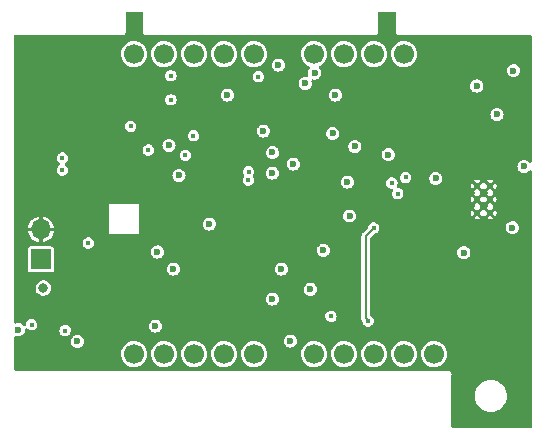
<source format=gbr>
%TF.GenerationSoftware,KiCad,Pcbnew,6.0.6-1.fc35*%
%TF.CreationDate,2022-07-26T21:01:35+02:00*%
%TF.ProjectId,Nixiewatch,4e697869-6577-4617-9463-682e6b696361,rev?*%
%TF.SameCoordinates,Original*%
%TF.FileFunction,Copper,L3,Inr*%
%TF.FilePolarity,Positive*%
%FSLAX46Y46*%
G04 Gerber Fmt 4.6, Leading zero omitted, Abs format (unit mm)*
G04 Created by KiCad (PCBNEW 6.0.6-1.fc35) date 2022-07-26 21:01:35*
%MOMM*%
%LPD*%
G01*
G04 APERTURE LIST*
%TA.AperFunction,ComponentPad*%
%ADD10C,1.700000*%
%TD*%
%TA.AperFunction,ComponentPad*%
%ADD11R,1.700000X1.700000*%
%TD*%
%TA.AperFunction,ComponentPad*%
%ADD12O,1.700000X1.700000*%
%TD*%
%TA.AperFunction,ComponentPad*%
%ADD13C,0.550000*%
%TD*%
%TA.AperFunction,ViaPad*%
%ADD14C,0.600000*%
%TD*%
%TA.AperFunction,ViaPad*%
%ADD15C,0.450000*%
%TD*%
%TA.AperFunction,ViaPad*%
%ADD16C,0.800000*%
%TD*%
%TA.AperFunction,Conductor*%
%ADD17C,0.200000*%
%TD*%
G04 APERTURE END LIST*
D10*
%TO.N,Net-(IC2-Pad1)*%
%TO.C,IC2*%
X79492001Y-60794000D03*
%TO.N,Net-(IC2-Pad2)*%
X82032001Y-60794000D03*
%TO.N,Net-(IC2-Pad3)*%
X84572001Y-60794000D03*
%TO.N,Net-(IC2-Pad4)*%
X87112001Y-60794000D03*
%TO.N,Net-(IC2-Pad10)*%
X89652001Y-60794000D03*
%TO.N,Net-(IC2-Pad1)*%
X94732001Y-60794000D03*
%TO.N,Net-(IC2-Pad7)*%
X97272001Y-60794000D03*
%TO.N,Net-(IC2-Pad3)*%
X99812001Y-60794000D03*
%TO.N,Net-(IC2-Pad4)*%
X102352001Y-60794000D03*
%TO.N,Net-(IC2-Pad10)*%
X104892001Y-60794000D03*
%TO.N,Net-(IC2-Pad11)*%
X102352001Y-35394000D03*
%TO.N,Net-(IC2-Pad12)*%
X99812001Y-35394000D03*
%TO.N,Net-(IC2-Pad13)*%
X97272001Y-35394000D03*
%TO.N,Net-(IC2-Pad14)*%
X94732001Y-35394000D03*
%TO.N,N/C*%
X89652001Y-35394000D03*
%TO.N,Net-(IC2-Pad11)*%
X87112001Y-35394000D03*
%TO.N,Net-(IC2-Pad12)*%
X84572001Y-35394000D03*
%TO.N,Net-(IC2-Pad13)*%
X82032001Y-35394000D03*
%TO.N,Net-(IC2-Pad14)*%
X79492001Y-35394000D03*
%TD*%
D11*
%TO.N,+BATT*%
%TO.C,J1*%
X71600000Y-52775000D03*
D12*
%TO.N,GND*%
X71600000Y-50235000D03*
%TD*%
D13*
%TO.N,GND*%
%TO.C,IC1*%
X109635500Y-48837500D03*
X108534500Y-46542500D03*
X109635500Y-47690000D03*
X108534500Y-48837500D03*
X108534500Y-47690000D03*
X109635500Y-46542500D03*
%TD*%
D14*
%TO.N,GND*%
X82484500Y-48134500D03*
X100284500Y-45734500D03*
X69884500Y-61934500D03*
X77884500Y-61934500D03*
%TO.N,/MCU/STAT*%
X69684500Y-58734500D03*
%TO.N,GND*%
X73484500Y-47134500D03*
X73684500Y-42134500D03*
X69884500Y-39734500D03*
X70284500Y-36734500D03*
X73588500Y-57686500D03*
%TO.N,/MCU/STAT*%
X93966500Y-37874500D03*
%TO.N,+BATT*%
X81280000Y-58420000D03*
D15*
%TO.N,/MCU/USB_N*%
X73406000Y-44196000D03*
%TO.N,/MCU/USB_P*%
X73406000Y-45212000D03*
%TO.N,GND*%
X77600000Y-56642000D03*
%TO.N,+5V*%
X73639002Y-58800000D03*
X70800000Y-58300000D03*
D16*
%TO.N,+BATT*%
X71800000Y-55200000D03*
D15*
%TO.N,GND*%
X105646056Y-59246056D03*
X92900000Y-43189330D03*
X102400000Y-49600000D03*
D14*
X108900000Y-49700000D03*
D15*
X102400000Y-48700000D03*
D14*
X79431561Y-52944748D03*
X102000000Y-59000000D03*
X76000000Y-41200000D03*
X103000000Y-45000000D03*
X109000000Y-61000000D03*
X90000000Y-44000000D03*
D15*
X108899500Y-55300000D03*
D14*
X77301523Y-57666415D03*
X81444000Y-47079979D03*
X108500000Y-51800000D03*
X111000000Y-61000000D03*
X75000000Y-35000000D03*
X100330000Y-48006000D03*
X84069023Y-38569023D03*
X95504000Y-46736000D03*
X109300000Y-52600000D03*
X77440000Y-54864000D03*
X104000000Y-35000000D03*
X108100000Y-34500000D03*
D15*
X101610885Y-56383155D03*
D14*
X77380000Y-52398000D03*
D15*
X99800000Y-56400000D03*
D14*
X93000000Y-56000000D03*
X73000000Y-35000000D03*
D15*
X101800000Y-53200000D03*
D14*
X85344000Y-40386000D03*
X111684500Y-56334500D03*
X77000000Y-35000000D03*
X75900000Y-43100000D03*
X107000000Y-61000000D03*
X75602000Y-47079979D03*
X92000000Y-35000000D03*
D15*
X107240031Y-56114609D03*
D14*
X83000000Y-54400000D03*
X85344000Y-54102000D03*
X73784500Y-59834500D03*
X111684500Y-59534500D03*
X111700000Y-34600000D03*
D15*
X96900000Y-43309500D03*
D14*
X88000000Y-41000000D03*
X81500000Y-54800000D03*
D15*
X105400000Y-58600000D03*
X105275498Y-53000000D03*
D14*
X87122000Y-49022000D03*
X71000000Y-35000000D03*
D15*
X104000000Y-43600000D03*
D14*
X82000000Y-50000000D03*
X86000000Y-62000000D03*
D15*
X100449580Y-43250421D03*
D14*
X109100000Y-45400000D03*
X112284500Y-55134500D03*
D15*
X99600000Y-53100000D03*
X85200000Y-41400000D03*
D14*
X100884500Y-33400000D03*
X79500000Y-33300000D03*
X85000000Y-47000000D03*
X75379680Y-53562399D03*
D15*
%TO.N,+12V*%
X101800000Y-47200000D03*
D14*
%TO.N,Net-(C5-Pad2)*%
X111600000Y-36800000D03*
%TO.N,Net-(C6-Pad2)*%
X108500000Y-38100000D03*
X110200000Y-40500000D03*
%TO.N,VAA*%
X94400000Y-55300000D03*
X85852000Y-49784000D03*
X112500000Y-44900000D03*
X91948000Y-53594000D03*
%TO.N,Net-(IC1-Pad9)*%
X111496007Y-50092869D03*
D15*
%TO.N,+BATT*%
X96150047Y-57596959D03*
D14*
%TO.N,+3V3*%
X74676000Y-59718500D03*
X81444000Y-52144000D03*
X90424000Y-41910000D03*
X91186000Y-56134000D03*
D15*
X83820000Y-43957979D03*
D14*
X82440000Y-43122000D03*
X92964000Y-44704000D03*
X83274924Y-45671254D03*
X87376000Y-38862000D03*
D15*
X75602000Y-51382000D03*
%TO.N,/PSU/HV_EN*%
X101300000Y-46300000D03*
X102464804Y-45835196D03*
D14*
X105021000Y-45912000D03*
D15*
X99770878Y-50129122D03*
X99300000Y-58000000D03*
D14*
%TO.N,Net-(IC2-Pad13)*%
X91694000Y-36322000D03*
X94756333Y-36991990D03*
%TO.N,Net-(IC2-Pad3)*%
X92710000Y-59690000D03*
D15*
%TO.N,SDA*%
X80682000Y-43508000D03*
X84500000Y-42300000D03*
D14*
%TO.N,nixie_g*%
X91198944Y-43713830D03*
%TO.N,nixie_f*%
X96300000Y-42100000D03*
%TO.N,nixie_e*%
X82804000Y-53594000D03*
%TO.N,nixie_d*%
X95500000Y-52000000D03*
%TO.N,nixie_c*%
X97536000Y-46228000D03*
%TO.N,nixie_b*%
X101000000Y-43900000D03*
%TO.N,nixie_a*%
X98172868Y-43211525D03*
%TO.N,nixie_dp*%
X107400000Y-52200000D03*
%TO.N,nixie_1*%
X91186000Y-45466000D03*
%TO.N,nixie_2*%
X97723203Y-49093584D03*
D15*
%TO.N,/MCU/USB_P*%
X89154000Y-46070000D03*
%TO.N,/MCU/USB_N*%
X89175239Y-45348761D03*
D14*
%TO.N,Net-(Q7-Pad2)*%
X96520000Y-38862000D03*
D15*
%TO.N,/MCU/BAT*%
X82600000Y-39261500D03*
X82600000Y-37224500D03*
X90000000Y-37300000D03*
X79189388Y-41518571D03*
%TD*%
D17*
%TO.N,/PSU/HV_EN*%
X99075000Y-57775000D02*
X99075000Y-50825000D01*
X99300000Y-58000000D02*
X99075000Y-57775000D01*
X99075000Y-50825000D02*
X99770878Y-50129122D01*
%TD*%
%TA.AperFunction,Conductor*%
%TO.N,GND*%
G36*
X80187621Y-31809002D02*
G01*
X80234114Y-31862658D01*
X80245500Y-31915000D01*
X80245500Y-33462524D01*
X80243079Y-33487103D01*
X80240514Y-33500000D01*
X80245500Y-33525067D01*
X80260266Y-33599301D01*
X80316516Y-33683484D01*
X80400699Y-33739734D01*
X80500000Y-33759486D01*
X80512897Y-33756921D01*
X80537476Y-33754500D01*
X99847024Y-33754500D01*
X99871603Y-33756921D01*
X99884500Y-33759486D01*
X99983801Y-33739734D01*
X100067984Y-33683484D01*
X100124234Y-33599301D01*
X100139000Y-33525067D01*
X100143986Y-33500000D01*
X100141421Y-33487103D01*
X100139000Y-33462524D01*
X100139000Y-31915000D01*
X100159002Y-31846879D01*
X100212658Y-31800386D01*
X100265000Y-31789000D01*
X101504000Y-31789000D01*
X101572121Y-31809002D01*
X101618614Y-31862658D01*
X101630000Y-31915000D01*
X101630000Y-33462524D01*
X101627579Y-33487103D01*
X101625014Y-33500000D01*
X101630000Y-33525067D01*
X101644766Y-33599301D01*
X101701016Y-33683484D01*
X101785199Y-33739734D01*
X101884500Y-33759486D01*
X101897397Y-33756921D01*
X101921976Y-33754500D01*
X113019500Y-33754500D01*
X113087621Y-33774502D01*
X113134114Y-33828158D01*
X113145500Y-33880500D01*
X113145500Y-44459182D01*
X113125498Y-44527303D01*
X113071842Y-44573796D01*
X113001568Y-44583900D01*
X112936988Y-44554406D01*
X112919537Y-44535885D01*
X112900504Y-44511080D01*
X112900500Y-44511076D01*
X112895474Y-44504526D01*
X112888924Y-44499500D01*
X112888921Y-44499497D01*
X112786196Y-44420673D01*
X112786194Y-44420672D01*
X112779643Y-44415645D01*
X112644754Y-44359772D01*
X112500000Y-44340715D01*
X112491812Y-44341793D01*
X112363432Y-44358694D01*
X112363430Y-44358695D01*
X112355246Y-44359772D01*
X112308037Y-44379327D01*
X112227986Y-44412485D01*
X112227984Y-44412486D01*
X112220358Y-44415645D01*
X112104526Y-44504526D01*
X112015645Y-44620358D01*
X112012486Y-44627984D01*
X112012485Y-44627986D01*
X111988581Y-44685696D01*
X111959772Y-44755246D01*
X111958695Y-44763430D01*
X111958694Y-44763432D01*
X111948539Y-44840568D01*
X111940715Y-44900000D01*
X111941793Y-44908188D01*
X111952126Y-44986673D01*
X111959772Y-45044754D01*
X112015645Y-45179642D01*
X112025071Y-45191926D01*
X112079827Y-45263285D01*
X112104526Y-45295474D01*
X112111076Y-45300500D01*
X112111079Y-45300503D01*
X112213804Y-45379327D01*
X112220357Y-45384355D01*
X112355246Y-45440228D01*
X112500000Y-45459285D01*
X112508188Y-45458207D01*
X112511189Y-45457812D01*
X112644754Y-45440228D01*
X112779643Y-45384355D01*
X112786196Y-45379327D01*
X112888921Y-45300503D01*
X112888924Y-45300500D01*
X112895474Y-45295474D01*
X112900501Y-45288923D01*
X112900504Y-45288920D01*
X112919537Y-45264115D01*
X112976875Y-45222247D01*
X113047746Y-45218025D01*
X113109649Y-45252788D01*
X113142930Y-45315501D01*
X113145500Y-45340818D01*
X113145500Y-66954000D01*
X113125498Y-67022121D01*
X113071842Y-67068614D01*
X113019500Y-67080000D01*
X106480500Y-67080000D01*
X106412379Y-67059998D01*
X106365886Y-67006342D01*
X106354500Y-66954000D01*
X106354500Y-64270464D01*
X108326612Y-64270464D01*
X108326812Y-64275792D01*
X108326812Y-64275794D01*
X108328964Y-64333099D01*
X108328205Y-64333128D01*
X108328534Y-64334516D01*
X108328840Y-64334489D01*
X108328874Y-64334877D01*
X108328965Y-64336338D01*
X108329023Y-64336585D01*
X108329148Y-64338007D01*
X108335236Y-64500169D01*
X108336331Y-64505388D01*
X108349128Y-64566379D01*
X108348361Y-64566540D01*
X108349341Y-64568816D01*
X108349437Y-64569908D01*
X108350861Y-64575222D01*
X108350964Y-64575807D01*
X108352135Y-64580710D01*
X108382439Y-64725137D01*
X108407865Y-64789521D01*
X108408475Y-64791066D01*
X108409224Y-64793041D01*
X108410597Y-64798163D01*
X108412922Y-64803149D01*
X108412923Y-64803151D01*
X108413447Y-64804275D01*
X108416434Y-64811217D01*
X108466872Y-64938936D01*
X108503773Y-64999746D01*
X108505311Y-65002626D01*
X108505390Y-65002580D01*
X108508139Y-65007341D01*
X108510465Y-65012329D01*
X108513622Y-65016837D01*
X108513624Y-65016841D01*
X108515174Y-65019055D01*
X108519681Y-65025962D01*
X108534779Y-65050842D01*
X108586121Y-65135452D01*
X108589616Y-65139479D01*
X108589617Y-65139481D01*
X108636493Y-65193500D01*
X108640055Y-65198063D01*
X108642847Y-65201390D01*
X108646005Y-65205901D01*
X108652291Y-65212187D01*
X108658361Y-65218701D01*
X108736776Y-65309066D01*
X108740907Y-65312453D01*
X108800809Y-65361570D01*
X108808074Y-65368152D01*
X108809206Y-65369102D01*
X108813099Y-65372995D01*
X108817603Y-65376149D01*
X108817608Y-65376153D01*
X108820436Y-65378133D01*
X108828054Y-65383910D01*
X108910401Y-65451431D01*
X108910407Y-65451435D01*
X108914529Y-65454815D01*
X108919168Y-65457455D01*
X108919167Y-65457455D01*
X108991855Y-65498831D01*
X109001796Y-65505122D01*
X109002160Y-65505377D01*
X109002167Y-65505381D01*
X109006671Y-65508535D01*
X109011655Y-65510859D01*
X109011660Y-65510862D01*
X109014375Y-65512128D01*
X109023452Y-65516818D01*
X109067561Y-65541926D01*
X109114298Y-65568530D01*
X109203998Y-65601090D01*
X109214253Y-65605333D01*
X109215848Y-65606077D01*
X109215850Y-65606078D01*
X109220837Y-65608403D01*
X109226153Y-65609827D01*
X109226155Y-65609828D01*
X109227219Y-65610113D01*
X109228202Y-65610376D01*
X109238581Y-65613643D01*
X109330371Y-65646961D01*
X109430943Y-65665148D01*
X109441116Y-65667426D01*
X109449092Y-65669563D01*
X109455490Y-65670123D01*
X109466912Y-65671652D01*
X109556569Y-65687864D01*
X109560708Y-65688059D01*
X109560715Y-65688060D01*
X109579170Y-65688930D01*
X109579177Y-65688930D01*
X109580658Y-65689000D01*
X109742212Y-65689000D01*
X109821944Y-65682235D01*
X109908233Y-65674913D01*
X109908237Y-65674912D01*
X109913544Y-65674462D01*
X109918699Y-65673124D01*
X109918705Y-65673123D01*
X110130868Y-65618056D01*
X110130867Y-65618056D01*
X110136039Y-65616714D01*
X110282912Y-65550552D01*
X110340762Y-65524493D01*
X110340765Y-65524492D01*
X110345623Y-65522303D01*
X110536303Y-65393930D01*
X110563326Y-65368152D01*
X110698771Y-65238943D01*
X110702628Y-65235264D01*
X110839842Y-65050842D01*
X110856004Y-65019055D01*
X110941602Y-64850694D01*
X110941602Y-64850693D01*
X110944020Y-64845938D01*
X111012185Y-64626411D01*
X111042388Y-64398536D01*
X111040036Y-64335901D01*
X111040795Y-64335872D01*
X111040466Y-64334484D01*
X111040160Y-64334511D01*
X111040126Y-64334123D01*
X111040035Y-64332662D01*
X111039977Y-64332415D01*
X111039852Y-64330993D01*
X111033764Y-64168831D01*
X111019872Y-64102621D01*
X111020639Y-64102460D01*
X111019659Y-64100184D01*
X111019563Y-64099092D01*
X111018139Y-64093778D01*
X111018036Y-64093193D01*
X111016862Y-64088278D01*
X111008386Y-64047878D01*
X110986561Y-63943863D01*
X110960525Y-63877934D01*
X110959776Y-63875959D01*
X110958403Y-63870837D01*
X110955553Y-63864725D01*
X110952566Y-63857783D01*
X110902128Y-63730064D01*
X110865227Y-63669254D01*
X110863689Y-63666374D01*
X110863610Y-63666420D01*
X110860861Y-63661659D01*
X110858535Y-63656671D01*
X110855376Y-63652159D01*
X110853826Y-63649945D01*
X110849319Y-63643038D01*
X110785647Y-63538109D01*
X110785645Y-63538106D01*
X110782879Y-63533548D01*
X110732507Y-63475500D01*
X110728945Y-63470937D01*
X110726153Y-63467610D01*
X110722995Y-63463099D01*
X110716709Y-63456813D01*
X110710639Y-63450299D01*
X110635724Y-63363967D01*
X110635722Y-63363965D01*
X110632224Y-63359934D01*
X110568192Y-63307430D01*
X110560926Y-63300848D01*
X110559794Y-63299898D01*
X110555901Y-63296005D01*
X110551397Y-63292851D01*
X110551392Y-63292847D01*
X110548564Y-63290867D01*
X110540946Y-63285090D01*
X110458599Y-63217569D01*
X110458593Y-63217565D01*
X110454471Y-63214185D01*
X110377145Y-63170169D01*
X110367204Y-63163878D01*
X110366840Y-63163623D01*
X110366833Y-63163619D01*
X110362329Y-63160465D01*
X110357345Y-63158141D01*
X110357340Y-63158138D01*
X110354625Y-63156872D01*
X110345548Y-63152182D01*
X110301439Y-63127074D01*
X110254702Y-63100470D01*
X110165002Y-63067910D01*
X110154747Y-63063667D01*
X110153152Y-63062923D01*
X110153150Y-63062922D01*
X110148163Y-63060597D01*
X110142847Y-63059173D01*
X110142845Y-63059172D01*
X110141781Y-63058887D01*
X110140798Y-63058624D01*
X110130419Y-63055357D01*
X110038629Y-63022039D01*
X109938057Y-63003852D01*
X109927884Y-63001574D01*
X109919908Y-62999437D01*
X109913510Y-62998877D01*
X109902088Y-62997348D01*
X109812431Y-62981136D01*
X109808292Y-62980941D01*
X109808285Y-62980940D01*
X109789830Y-62980070D01*
X109789823Y-62980070D01*
X109788342Y-62980000D01*
X109626788Y-62980000D01*
X109547056Y-62986765D01*
X109460767Y-62994087D01*
X109460763Y-62994088D01*
X109455456Y-62994538D01*
X109450301Y-62995876D01*
X109450295Y-62995877D01*
X109277558Y-63040711D01*
X109232961Y-63052286D01*
X109125997Y-63100470D01*
X109028238Y-63144507D01*
X109028235Y-63144508D01*
X109023377Y-63146697D01*
X108832697Y-63275070D01*
X108828840Y-63278749D01*
X108828838Y-63278751D01*
X108802904Y-63303491D01*
X108666372Y-63433736D01*
X108529158Y-63618158D01*
X108526742Y-63622909D01*
X108526740Y-63622913D01*
X108427398Y-63818306D01*
X108424980Y-63823062D01*
X108356815Y-64042589D01*
X108326612Y-64270464D01*
X106354500Y-64270464D01*
X106354500Y-62537495D01*
X106356923Y-62512902D01*
X106357064Y-62512193D01*
X106359486Y-62500024D01*
X106354500Y-62474946D01*
X106354500Y-62474933D01*
X106353844Y-62471632D01*
X106349339Y-62448986D01*
X106349337Y-62448976D01*
X106342298Y-62413573D01*
X106339743Y-62400721D01*
X106339736Y-62400711D01*
X106339734Y-62400699D01*
X106311475Y-62358407D01*
X106283501Y-62316533D01*
X106283491Y-62316526D01*
X106283484Y-62316516D01*
X106274747Y-62310678D01*
X106274746Y-62310677D01*
X106241632Y-62288551D01*
X106241633Y-62288549D01*
X106241623Y-62288545D01*
X106199323Y-62260275D01*
X106199311Y-62260273D01*
X106199301Y-62260266D01*
X106169765Y-62254391D01*
X106152220Y-62250901D01*
X106152209Y-62250899D01*
X106125090Y-62245502D01*
X106125078Y-62245502D01*
X106125072Y-62245501D01*
X106112172Y-62242935D01*
X106112171Y-62242935D01*
X106100000Y-62240514D01*
X106087122Y-62243075D01*
X106062534Y-62245496D01*
X69480054Y-62242136D01*
X69411937Y-62222128D01*
X69365449Y-62168468D01*
X69354067Y-62116246D01*
X69352884Y-60764964D01*
X78383149Y-60764964D01*
X78396425Y-60967522D01*
X78397846Y-60973118D01*
X78397847Y-60973123D01*
X78418120Y-61052945D01*
X78446393Y-61164269D01*
X78448810Y-61169512D01*
X78486011Y-61250208D01*
X78531378Y-61348616D01*
X78648534Y-61514389D01*
X78793939Y-61656035D01*
X78962721Y-61768812D01*
X78968024Y-61771090D01*
X78968027Y-61771092D01*
X79056708Y-61809192D01*
X79149229Y-61848942D01*
X79222245Y-61865464D01*
X79341580Y-61892467D01*
X79341585Y-61892468D01*
X79347217Y-61893742D01*
X79352988Y-61893969D01*
X79352990Y-61893969D01*
X79412757Y-61896317D01*
X79550054Y-61901712D01*
X79650500Y-61887148D01*
X79745232Y-61873413D01*
X79745237Y-61873412D01*
X79750946Y-61872584D01*
X79756410Y-61870729D01*
X79756415Y-61870728D01*
X79937694Y-61809192D01*
X79937699Y-61809190D01*
X79943166Y-61807334D01*
X80120277Y-61708147D01*
X80182935Y-61656035D01*
X80271914Y-61582031D01*
X80276346Y-61578345D01*
X80406148Y-61422276D01*
X80505335Y-61245165D01*
X80507191Y-61239698D01*
X80507193Y-61239693D01*
X80568729Y-61058414D01*
X80568730Y-61058409D01*
X80570585Y-61052945D01*
X80571413Y-61047236D01*
X80571414Y-61047231D01*
X80599180Y-60855727D01*
X80599713Y-60852053D01*
X80601233Y-60794000D01*
X80598565Y-60764964D01*
X80923149Y-60764964D01*
X80936425Y-60967522D01*
X80937846Y-60973118D01*
X80937847Y-60973123D01*
X80958120Y-61052945D01*
X80986393Y-61164269D01*
X80988810Y-61169512D01*
X81026011Y-61250208D01*
X81071378Y-61348616D01*
X81188534Y-61514389D01*
X81333939Y-61656035D01*
X81502721Y-61768812D01*
X81508024Y-61771090D01*
X81508027Y-61771092D01*
X81596708Y-61809192D01*
X81689229Y-61848942D01*
X81762245Y-61865464D01*
X81881580Y-61892467D01*
X81881585Y-61892468D01*
X81887217Y-61893742D01*
X81892988Y-61893969D01*
X81892990Y-61893969D01*
X81952757Y-61896317D01*
X82090054Y-61901712D01*
X82190500Y-61887148D01*
X82285232Y-61873413D01*
X82285237Y-61873412D01*
X82290946Y-61872584D01*
X82296410Y-61870729D01*
X82296415Y-61870728D01*
X82477694Y-61809192D01*
X82477699Y-61809190D01*
X82483166Y-61807334D01*
X82660277Y-61708147D01*
X82722935Y-61656035D01*
X82811914Y-61582031D01*
X82816346Y-61578345D01*
X82946148Y-61422276D01*
X83045335Y-61245165D01*
X83047191Y-61239698D01*
X83047193Y-61239693D01*
X83108729Y-61058414D01*
X83108730Y-61058409D01*
X83110585Y-61052945D01*
X83111413Y-61047236D01*
X83111414Y-61047231D01*
X83139180Y-60855727D01*
X83139713Y-60852053D01*
X83141233Y-60794000D01*
X83138565Y-60764964D01*
X83463149Y-60764964D01*
X83476425Y-60967522D01*
X83477846Y-60973118D01*
X83477847Y-60973123D01*
X83498120Y-61052945D01*
X83526393Y-61164269D01*
X83528810Y-61169512D01*
X83566011Y-61250208D01*
X83611378Y-61348616D01*
X83728534Y-61514389D01*
X83873939Y-61656035D01*
X84042721Y-61768812D01*
X84048024Y-61771090D01*
X84048027Y-61771092D01*
X84136708Y-61809192D01*
X84229229Y-61848942D01*
X84302245Y-61865464D01*
X84421580Y-61892467D01*
X84421585Y-61892468D01*
X84427217Y-61893742D01*
X84432988Y-61893969D01*
X84432990Y-61893969D01*
X84492757Y-61896317D01*
X84630054Y-61901712D01*
X84730500Y-61887148D01*
X84825232Y-61873413D01*
X84825237Y-61873412D01*
X84830946Y-61872584D01*
X84836410Y-61870729D01*
X84836415Y-61870728D01*
X85017694Y-61809192D01*
X85017699Y-61809190D01*
X85023166Y-61807334D01*
X85200277Y-61708147D01*
X85262935Y-61656035D01*
X85351914Y-61582031D01*
X85356346Y-61578345D01*
X85486148Y-61422276D01*
X85585335Y-61245165D01*
X85587191Y-61239698D01*
X85587193Y-61239693D01*
X85648729Y-61058414D01*
X85648730Y-61058409D01*
X85650585Y-61052945D01*
X85651413Y-61047236D01*
X85651414Y-61047231D01*
X85679180Y-60855727D01*
X85679713Y-60852053D01*
X85681233Y-60794000D01*
X85678565Y-60764964D01*
X86003149Y-60764964D01*
X86016425Y-60967522D01*
X86017846Y-60973118D01*
X86017847Y-60973123D01*
X86038120Y-61052945D01*
X86066393Y-61164269D01*
X86068810Y-61169512D01*
X86106011Y-61250208D01*
X86151378Y-61348616D01*
X86268534Y-61514389D01*
X86413939Y-61656035D01*
X86582721Y-61768812D01*
X86588024Y-61771090D01*
X86588027Y-61771092D01*
X86676708Y-61809192D01*
X86769229Y-61848942D01*
X86842245Y-61865464D01*
X86961580Y-61892467D01*
X86961585Y-61892468D01*
X86967217Y-61893742D01*
X86972988Y-61893969D01*
X86972990Y-61893969D01*
X87032757Y-61896317D01*
X87170054Y-61901712D01*
X87270500Y-61887148D01*
X87365232Y-61873413D01*
X87365237Y-61873412D01*
X87370946Y-61872584D01*
X87376410Y-61870729D01*
X87376415Y-61870728D01*
X87557694Y-61809192D01*
X87557699Y-61809190D01*
X87563166Y-61807334D01*
X87740277Y-61708147D01*
X87802935Y-61656035D01*
X87891914Y-61582031D01*
X87896346Y-61578345D01*
X88026148Y-61422276D01*
X88125335Y-61245165D01*
X88127191Y-61239698D01*
X88127193Y-61239693D01*
X88188729Y-61058414D01*
X88188730Y-61058409D01*
X88190585Y-61052945D01*
X88191413Y-61047236D01*
X88191414Y-61047231D01*
X88219180Y-60855727D01*
X88219713Y-60852053D01*
X88221233Y-60794000D01*
X88218565Y-60764964D01*
X88543149Y-60764964D01*
X88556425Y-60967522D01*
X88557846Y-60973118D01*
X88557847Y-60973123D01*
X88578120Y-61052945D01*
X88606393Y-61164269D01*
X88608810Y-61169512D01*
X88646011Y-61250208D01*
X88691378Y-61348616D01*
X88808534Y-61514389D01*
X88953939Y-61656035D01*
X89122721Y-61768812D01*
X89128024Y-61771090D01*
X89128027Y-61771092D01*
X89216708Y-61809192D01*
X89309229Y-61848942D01*
X89382245Y-61865464D01*
X89501580Y-61892467D01*
X89501585Y-61892468D01*
X89507217Y-61893742D01*
X89512988Y-61893969D01*
X89512990Y-61893969D01*
X89572757Y-61896317D01*
X89710054Y-61901712D01*
X89810500Y-61887148D01*
X89905232Y-61873413D01*
X89905237Y-61873412D01*
X89910946Y-61872584D01*
X89916410Y-61870729D01*
X89916415Y-61870728D01*
X90097694Y-61809192D01*
X90097699Y-61809190D01*
X90103166Y-61807334D01*
X90280277Y-61708147D01*
X90342935Y-61656035D01*
X90431914Y-61582031D01*
X90436346Y-61578345D01*
X90566148Y-61422276D01*
X90665335Y-61245165D01*
X90667191Y-61239698D01*
X90667193Y-61239693D01*
X90728729Y-61058414D01*
X90728730Y-61058409D01*
X90730585Y-61052945D01*
X90731413Y-61047236D01*
X90731414Y-61047231D01*
X90759180Y-60855727D01*
X90759713Y-60852053D01*
X90761233Y-60794000D01*
X90758565Y-60764964D01*
X93623149Y-60764964D01*
X93636425Y-60967522D01*
X93637846Y-60973118D01*
X93637847Y-60973123D01*
X93658120Y-61052945D01*
X93686393Y-61164269D01*
X93688810Y-61169512D01*
X93726011Y-61250208D01*
X93771378Y-61348616D01*
X93888534Y-61514389D01*
X94033939Y-61656035D01*
X94202721Y-61768812D01*
X94208024Y-61771090D01*
X94208027Y-61771092D01*
X94296708Y-61809192D01*
X94389229Y-61848942D01*
X94462245Y-61865464D01*
X94581580Y-61892467D01*
X94581585Y-61892468D01*
X94587217Y-61893742D01*
X94592988Y-61893969D01*
X94592990Y-61893969D01*
X94652757Y-61896317D01*
X94790054Y-61901712D01*
X94890500Y-61887148D01*
X94985232Y-61873413D01*
X94985237Y-61873412D01*
X94990946Y-61872584D01*
X94996410Y-61870729D01*
X94996415Y-61870728D01*
X95177694Y-61809192D01*
X95177699Y-61809190D01*
X95183166Y-61807334D01*
X95360277Y-61708147D01*
X95422935Y-61656035D01*
X95511914Y-61582031D01*
X95516346Y-61578345D01*
X95646148Y-61422276D01*
X95745335Y-61245165D01*
X95747191Y-61239698D01*
X95747193Y-61239693D01*
X95808729Y-61058414D01*
X95808730Y-61058409D01*
X95810585Y-61052945D01*
X95811413Y-61047236D01*
X95811414Y-61047231D01*
X95839180Y-60855727D01*
X95839713Y-60852053D01*
X95841233Y-60794000D01*
X95838565Y-60764964D01*
X96163149Y-60764964D01*
X96176425Y-60967522D01*
X96177846Y-60973118D01*
X96177847Y-60973123D01*
X96198120Y-61052945D01*
X96226393Y-61164269D01*
X96228810Y-61169512D01*
X96266011Y-61250208D01*
X96311378Y-61348616D01*
X96428534Y-61514389D01*
X96573939Y-61656035D01*
X96742721Y-61768812D01*
X96748024Y-61771090D01*
X96748027Y-61771092D01*
X96836708Y-61809192D01*
X96929229Y-61848942D01*
X97002245Y-61865464D01*
X97121580Y-61892467D01*
X97121585Y-61892468D01*
X97127217Y-61893742D01*
X97132988Y-61893969D01*
X97132990Y-61893969D01*
X97192757Y-61896317D01*
X97330054Y-61901712D01*
X97430500Y-61887148D01*
X97525232Y-61873413D01*
X97525237Y-61873412D01*
X97530946Y-61872584D01*
X97536410Y-61870729D01*
X97536415Y-61870728D01*
X97717694Y-61809192D01*
X97717699Y-61809190D01*
X97723166Y-61807334D01*
X97900277Y-61708147D01*
X97962935Y-61656035D01*
X98051914Y-61582031D01*
X98056346Y-61578345D01*
X98186148Y-61422276D01*
X98285335Y-61245165D01*
X98287191Y-61239698D01*
X98287193Y-61239693D01*
X98348729Y-61058414D01*
X98348730Y-61058409D01*
X98350585Y-61052945D01*
X98351413Y-61047236D01*
X98351414Y-61047231D01*
X98379180Y-60855727D01*
X98379713Y-60852053D01*
X98381233Y-60794000D01*
X98378565Y-60764964D01*
X98703149Y-60764964D01*
X98716425Y-60967522D01*
X98717846Y-60973118D01*
X98717847Y-60973123D01*
X98738120Y-61052945D01*
X98766393Y-61164269D01*
X98768810Y-61169512D01*
X98806011Y-61250208D01*
X98851378Y-61348616D01*
X98968534Y-61514389D01*
X99113939Y-61656035D01*
X99282721Y-61768812D01*
X99288024Y-61771090D01*
X99288027Y-61771092D01*
X99376708Y-61809192D01*
X99469229Y-61848942D01*
X99542245Y-61865464D01*
X99661580Y-61892467D01*
X99661585Y-61892468D01*
X99667217Y-61893742D01*
X99672988Y-61893969D01*
X99672990Y-61893969D01*
X99732757Y-61896317D01*
X99870054Y-61901712D01*
X99970500Y-61887148D01*
X100065232Y-61873413D01*
X100065237Y-61873412D01*
X100070946Y-61872584D01*
X100076410Y-61870729D01*
X100076415Y-61870728D01*
X100257694Y-61809192D01*
X100257699Y-61809190D01*
X100263166Y-61807334D01*
X100440277Y-61708147D01*
X100502935Y-61656035D01*
X100591914Y-61582031D01*
X100596346Y-61578345D01*
X100726148Y-61422276D01*
X100825335Y-61245165D01*
X100827191Y-61239698D01*
X100827193Y-61239693D01*
X100888729Y-61058414D01*
X100888730Y-61058409D01*
X100890585Y-61052945D01*
X100891413Y-61047236D01*
X100891414Y-61047231D01*
X100919180Y-60855727D01*
X100919713Y-60852053D01*
X100921233Y-60794000D01*
X100918565Y-60764964D01*
X101243149Y-60764964D01*
X101256425Y-60967522D01*
X101257846Y-60973118D01*
X101257847Y-60973123D01*
X101278120Y-61052945D01*
X101306393Y-61164269D01*
X101308810Y-61169512D01*
X101346011Y-61250208D01*
X101391378Y-61348616D01*
X101508534Y-61514389D01*
X101653939Y-61656035D01*
X101822721Y-61768812D01*
X101828024Y-61771090D01*
X101828027Y-61771092D01*
X101916708Y-61809192D01*
X102009229Y-61848942D01*
X102082245Y-61865464D01*
X102201580Y-61892467D01*
X102201585Y-61892468D01*
X102207217Y-61893742D01*
X102212988Y-61893969D01*
X102212990Y-61893969D01*
X102272757Y-61896317D01*
X102410054Y-61901712D01*
X102510500Y-61887148D01*
X102605232Y-61873413D01*
X102605237Y-61873412D01*
X102610946Y-61872584D01*
X102616410Y-61870729D01*
X102616415Y-61870728D01*
X102797694Y-61809192D01*
X102797699Y-61809190D01*
X102803166Y-61807334D01*
X102980277Y-61708147D01*
X103042935Y-61656035D01*
X103131914Y-61582031D01*
X103136346Y-61578345D01*
X103266148Y-61422276D01*
X103365335Y-61245165D01*
X103367191Y-61239698D01*
X103367193Y-61239693D01*
X103428729Y-61058414D01*
X103428730Y-61058409D01*
X103430585Y-61052945D01*
X103431413Y-61047236D01*
X103431414Y-61047231D01*
X103459180Y-60855727D01*
X103459713Y-60852053D01*
X103461233Y-60794000D01*
X103458565Y-60764964D01*
X103783149Y-60764964D01*
X103796425Y-60967522D01*
X103797846Y-60973118D01*
X103797847Y-60973123D01*
X103818120Y-61052945D01*
X103846393Y-61164269D01*
X103848810Y-61169512D01*
X103886011Y-61250208D01*
X103931378Y-61348616D01*
X104048534Y-61514389D01*
X104193939Y-61656035D01*
X104362721Y-61768812D01*
X104368024Y-61771090D01*
X104368027Y-61771092D01*
X104456708Y-61809192D01*
X104549229Y-61848942D01*
X104622245Y-61865464D01*
X104741580Y-61892467D01*
X104741585Y-61892468D01*
X104747217Y-61893742D01*
X104752988Y-61893969D01*
X104752990Y-61893969D01*
X104812757Y-61896317D01*
X104950054Y-61901712D01*
X105050500Y-61887148D01*
X105145232Y-61873413D01*
X105145237Y-61873412D01*
X105150946Y-61872584D01*
X105156410Y-61870729D01*
X105156415Y-61870728D01*
X105337694Y-61809192D01*
X105337699Y-61809190D01*
X105343166Y-61807334D01*
X105520277Y-61708147D01*
X105582935Y-61656035D01*
X105671914Y-61582031D01*
X105676346Y-61578345D01*
X105806148Y-61422276D01*
X105905335Y-61245165D01*
X105907191Y-61239698D01*
X105907193Y-61239693D01*
X105968729Y-61058414D01*
X105968730Y-61058409D01*
X105970585Y-61052945D01*
X105971413Y-61047236D01*
X105971414Y-61047231D01*
X105999180Y-60855727D01*
X105999713Y-60852053D01*
X106001233Y-60794000D01*
X105982659Y-60591859D01*
X105981091Y-60586299D01*
X105929126Y-60402046D01*
X105929125Y-60402044D01*
X105927558Y-60396487D01*
X105916979Y-60375033D01*
X105840332Y-60219609D01*
X105837777Y-60214428D01*
X105825381Y-60197827D01*
X105802390Y-60167039D01*
X105716321Y-60051779D01*
X105567259Y-59913987D01*
X105562376Y-59910906D01*
X105562372Y-59910903D01*
X105400465Y-59808748D01*
X105395582Y-59805667D01*
X105207040Y-59730446D01*
X105201380Y-59729320D01*
X105201376Y-59729319D01*
X105013614Y-59691971D01*
X105013611Y-59691971D01*
X105007947Y-59690844D01*
X105002172Y-59690768D01*
X105002168Y-59690768D01*
X104900794Y-59689441D01*
X104804972Y-59688187D01*
X104799275Y-59689166D01*
X104799274Y-59689166D01*
X104628562Y-59718500D01*
X104604911Y-59722564D01*
X104414464Y-59792824D01*
X104240011Y-59896612D01*
X104235671Y-59900418D01*
X104235667Y-59900421D01*
X104132937Y-59990514D01*
X104087393Y-60030455D01*
X103961721Y-60189869D01*
X103959032Y-60194980D01*
X103959030Y-60194983D01*
X103927155Y-60255568D01*
X103867204Y-60369515D01*
X103807008Y-60563378D01*
X103783149Y-60764964D01*
X103458565Y-60764964D01*
X103442659Y-60591859D01*
X103441091Y-60586299D01*
X103389126Y-60402046D01*
X103389125Y-60402044D01*
X103387558Y-60396487D01*
X103376979Y-60375033D01*
X103300332Y-60219609D01*
X103297777Y-60214428D01*
X103285381Y-60197827D01*
X103262390Y-60167039D01*
X103176321Y-60051779D01*
X103027259Y-59913987D01*
X103022376Y-59910906D01*
X103022372Y-59910903D01*
X102860465Y-59808748D01*
X102855582Y-59805667D01*
X102667040Y-59730446D01*
X102661380Y-59729320D01*
X102661376Y-59729319D01*
X102473614Y-59691971D01*
X102473611Y-59691971D01*
X102467947Y-59690844D01*
X102462172Y-59690768D01*
X102462168Y-59690768D01*
X102360794Y-59689441D01*
X102264972Y-59688187D01*
X102259275Y-59689166D01*
X102259274Y-59689166D01*
X102088562Y-59718500D01*
X102064911Y-59722564D01*
X101874464Y-59792824D01*
X101700011Y-59896612D01*
X101695671Y-59900418D01*
X101695667Y-59900421D01*
X101592937Y-59990514D01*
X101547393Y-60030455D01*
X101421721Y-60189869D01*
X101419032Y-60194980D01*
X101419030Y-60194983D01*
X101387155Y-60255568D01*
X101327204Y-60369515D01*
X101267008Y-60563378D01*
X101243149Y-60764964D01*
X100918565Y-60764964D01*
X100902659Y-60591859D01*
X100901091Y-60586299D01*
X100849126Y-60402046D01*
X100849125Y-60402044D01*
X100847558Y-60396487D01*
X100836979Y-60375033D01*
X100760332Y-60219609D01*
X100757777Y-60214428D01*
X100745381Y-60197827D01*
X100722390Y-60167039D01*
X100636321Y-60051779D01*
X100487259Y-59913987D01*
X100482376Y-59910906D01*
X100482372Y-59910903D01*
X100320465Y-59808748D01*
X100315582Y-59805667D01*
X100127040Y-59730446D01*
X100121380Y-59729320D01*
X100121376Y-59729319D01*
X99933614Y-59691971D01*
X99933611Y-59691971D01*
X99927947Y-59690844D01*
X99922172Y-59690768D01*
X99922168Y-59690768D01*
X99820794Y-59689441D01*
X99724972Y-59688187D01*
X99719275Y-59689166D01*
X99719274Y-59689166D01*
X99548562Y-59718500D01*
X99524911Y-59722564D01*
X99334464Y-59792824D01*
X99160011Y-59896612D01*
X99155671Y-59900418D01*
X99155667Y-59900421D01*
X99052937Y-59990514D01*
X99007393Y-60030455D01*
X98881721Y-60189869D01*
X98879032Y-60194980D01*
X98879030Y-60194983D01*
X98847155Y-60255568D01*
X98787204Y-60369515D01*
X98727008Y-60563378D01*
X98703149Y-60764964D01*
X98378565Y-60764964D01*
X98362659Y-60591859D01*
X98361091Y-60586299D01*
X98309126Y-60402046D01*
X98309125Y-60402044D01*
X98307558Y-60396487D01*
X98296979Y-60375033D01*
X98220332Y-60219609D01*
X98217777Y-60214428D01*
X98205381Y-60197827D01*
X98182390Y-60167039D01*
X98096321Y-60051779D01*
X97947259Y-59913987D01*
X97942376Y-59910906D01*
X97942372Y-59910903D01*
X97780465Y-59808748D01*
X97775582Y-59805667D01*
X97587040Y-59730446D01*
X97581380Y-59729320D01*
X97581376Y-59729319D01*
X97393614Y-59691971D01*
X97393611Y-59691971D01*
X97387947Y-59690844D01*
X97382172Y-59690768D01*
X97382168Y-59690768D01*
X97280794Y-59689441D01*
X97184972Y-59688187D01*
X97179275Y-59689166D01*
X97179274Y-59689166D01*
X97008562Y-59718500D01*
X96984911Y-59722564D01*
X96794464Y-59792824D01*
X96620011Y-59896612D01*
X96615671Y-59900418D01*
X96615667Y-59900421D01*
X96512937Y-59990514D01*
X96467393Y-60030455D01*
X96341721Y-60189869D01*
X96339032Y-60194980D01*
X96339030Y-60194983D01*
X96307155Y-60255568D01*
X96247204Y-60369515D01*
X96187008Y-60563378D01*
X96163149Y-60764964D01*
X95838565Y-60764964D01*
X95822659Y-60591859D01*
X95821091Y-60586299D01*
X95769126Y-60402046D01*
X95769125Y-60402044D01*
X95767558Y-60396487D01*
X95756979Y-60375033D01*
X95680332Y-60219609D01*
X95677777Y-60214428D01*
X95665381Y-60197827D01*
X95642390Y-60167039D01*
X95556321Y-60051779D01*
X95407259Y-59913987D01*
X95402376Y-59910906D01*
X95402372Y-59910903D01*
X95240465Y-59808748D01*
X95235582Y-59805667D01*
X95047040Y-59730446D01*
X95041380Y-59729320D01*
X95041376Y-59729319D01*
X94853614Y-59691971D01*
X94853611Y-59691971D01*
X94847947Y-59690844D01*
X94842172Y-59690768D01*
X94842168Y-59690768D01*
X94740794Y-59689441D01*
X94644972Y-59688187D01*
X94639275Y-59689166D01*
X94639274Y-59689166D01*
X94468562Y-59718500D01*
X94444911Y-59722564D01*
X94254464Y-59792824D01*
X94080011Y-59896612D01*
X94075671Y-59900418D01*
X94075667Y-59900421D01*
X93972937Y-59990514D01*
X93927393Y-60030455D01*
X93801721Y-60189869D01*
X93799032Y-60194980D01*
X93799030Y-60194983D01*
X93767155Y-60255568D01*
X93707204Y-60369515D01*
X93647008Y-60563378D01*
X93623149Y-60764964D01*
X90758565Y-60764964D01*
X90742659Y-60591859D01*
X90741091Y-60586299D01*
X90689126Y-60402046D01*
X90689125Y-60402044D01*
X90687558Y-60396487D01*
X90676979Y-60375033D01*
X90600332Y-60219609D01*
X90597777Y-60214428D01*
X90585381Y-60197827D01*
X90562390Y-60167039D01*
X90476321Y-60051779D01*
X90327259Y-59913987D01*
X90322376Y-59910906D01*
X90322372Y-59910903D01*
X90160465Y-59808748D01*
X90155582Y-59805667D01*
X89967040Y-59730446D01*
X89961380Y-59729320D01*
X89961376Y-59729319D01*
X89773614Y-59691971D01*
X89773611Y-59691971D01*
X89767947Y-59690844D01*
X89762172Y-59690768D01*
X89762168Y-59690768D01*
X89703498Y-59690000D01*
X92150715Y-59690000D01*
X92151793Y-59698188D01*
X92165943Y-59805667D01*
X92169772Y-59834754D01*
X92225645Y-59969642D01*
X92314526Y-60085474D01*
X92321076Y-60090500D01*
X92321079Y-60090503D01*
X92358221Y-60119003D01*
X92430357Y-60174355D01*
X92565246Y-60230228D01*
X92710000Y-60249285D01*
X92718188Y-60248207D01*
X92846566Y-60231306D01*
X92854754Y-60230228D01*
X92989643Y-60174355D01*
X93061779Y-60119003D01*
X93098921Y-60090503D01*
X93098924Y-60090500D01*
X93105474Y-60085474D01*
X93194355Y-59969642D01*
X93250228Y-59834754D01*
X93254058Y-59805667D01*
X93268207Y-59698188D01*
X93269285Y-59690000D01*
X93250228Y-59545246D01*
X93194355Y-59410358D01*
X93105474Y-59294526D01*
X93098924Y-59289500D01*
X93098921Y-59289497D01*
X92996196Y-59210673D01*
X92996194Y-59210672D01*
X92989643Y-59205645D01*
X92854754Y-59149772D01*
X92710000Y-59130715D01*
X92701812Y-59131793D01*
X92573432Y-59148694D01*
X92573430Y-59148695D01*
X92565246Y-59149772D01*
X92537821Y-59161132D01*
X92437986Y-59202485D01*
X92437984Y-59202486D01*
X92430358Y-59205645D01*
X92385728Y-59239891D01*
X92332524Y-59280716D01*
X92314526Y-59294526D01*
X92225645Y-59410358D01*
X92169772Y-59545246D01*
X92150715Y-59690000D01*
X89703498Y-59690000D01*
X89660794Y-59689441D01*
X89564972Y-59688187D01*
X89559275Y-59689166D01*
X89559274Y-59689166D01*
X89388562Y-59718500D01*
X89364911Y-59722564D01*
X89174464Y-59792824D01*
X89000011Y-59896612D01*
X88995671Y-59900418D01*
X88995667Y-59900421D01*
X88892937Y-59990514D01*
X88847393Y-60030455D01*
X88721721Y-60189869D01*
X88719032Y-60194980D01*
X88719030Y-60194983D01*
X88687155Y-60255568D01*
X88627204Y-60369515D01*
X88567008Y-60563378D01*
X88543149Y-60764964D01*
X88218565Y-60764964D01*
X88202659Y-60591859D01*
X88201091Y-60586299D01*
X88149126Y-60402046D01*
X88149125Y-60402044D01*
X88147558Y-60396487D01*
X88136979Y-60375033D01*
X88060332Y-60219609D01*
X88057777Y-60214428D01*
X88045381Y-60197827D01*
X88022390Y-60167039D01*
X87936321Y-60051779D01*
X87787259Y-59913987D01*
X87782376Y-59910906D01*
X87782372Y-59910903D01*
X87620465Y-59808748D01*
X87615582Y-59805667D01*
X87427040Y-59730446D01*
X87421380Y-59729320D01*
X87421376Y-59729319D01*
X87233614Y-59691971D01*
X87233611Y-59691971D01*
X87227947Y-59690844D01*
X87222172Y-59690768D01*
X87222168Y-59690768D01*
X87120794Y-59689441D01*
X87024972Y-59688187D01*
X87019275Y-59689166D01*
X87019274Y-59689166D01*
X86848562Y-59718500D01*
X86824911Y-59722564D01*
X86634464Y-59792824D01*
X86460011Y-59896612D01*
X86455671Y-59900418D01*
X86455667Y-59900421D01*
X86352937Y-59990514D01*
X86307393Y-60030455D01*
X86181721Y-60189869D01*
X86179032Y-60194980D01*
X86179030Y-60194983D01*
X86147155Y-60255568D01*
X86087204Y-60369515D01*
X86027008Y-60563378D01*
X86003149Y-60764964D01*
X85678565Y-60764964D01*
X85662659Y-60591859D01*
X85661091Y-60586299D01*
X85609126Y-60402046D01*
X85609125Y-60402044D01*
X85607558Y-60396487D01*
X85596979Y-60375033D01*
X85520332Y-60219609D01*
X85517777Y-60214428D01*
X85505381Y-60197827D01*
X85482390Y-60167039D01*
X85396321Y-60051779D01*
X85247259Y-59913987D01*
X85242376Y-59910906D01*
X85242372Y-59910903D01*
X85080465Y-59808748D01*
X85075582Y-59805667D01*
X84887040Y-59730446D01*
X84881380Y-59729320D01*
X84881376Y-59729319D01*
X84693614Y-59691971D01*
X84693611Y-59691971D01*
X84687947Y-59690844D01*
X84682172Y-59690768D01*
X84682168Y-59690768D01*
X84580794Y-59689441D01*
X84484972Y-59688187D01*
X84479275Y-59689166D01*
X84479274Y-59689166D01*
X84308562Y-59718500D01*
X84284911Y-59722564D01*
X84094464Y-59792824D01*
X83920011Y-59896612D01*
X83915671Y-59900418D01*
X83915667Y-59900421D01*
X83812937Y-59990514D01*
X83767393Y-60030455D01*
X83641721Y-60189869D01*
X83639032Y-60194980D01*
X83639030Y-60194983D01*
X83607155Y-60255568D01*
X83547204Y-60369515D01*
X83487008Y-60563378D01*
X83463149Y-60764964D01*
X83138565Y-60764964D01*
X83122659Y-60591859D01*
X83121091Y-60586299D01*
X83069126Y-60402046D01*
X83069125Y-60402044D01*
X83067558Y-60396487D01*
X83056979Y-60375033D01*
X82980332Y-60219609D01*
X82977777Y-60214428D01*
X82965381Y-60197827D01*
X82942390Y-60167039D01*
X82856321Y-60051779D01*
X82707259Y-59913987D01*
X82702376Y-59910906D01*
X82702372Y-59910903D01*
X82540465Y-59808748D01*
X82535582Y-59805667D01*
X82347040Y-59730446D01*
X82341380Y-59729320D01*
X82341376Y-59729319D01*
X82153614Y-59691971D01*
X82153611Y-59691971D01*
X82147947Y-59690844D01*
X82142172Y-59690768D01*
X82142168Y-59690768D01*
X82040794Y-59689441D01*
X81944972Y-59688187D01*
X81939275Y-59689166D01*
X81939274Y-59689166D01*
X81768562Y-59718500D01*
X81744911Y-59722564D01*
X81554464Y-59792824D01*
X81380011Y-59896612D01*
X81375671Y-59900418D01*
X81375667Y-59900421D01*
X81272937Y-59990514D01*
X81227393Y-60030455D01*
X81101721Y-60189869D01*
X81099032Y-60194980D01*
X81099030Y-60194983D01*
X81067155Y-60255568D01*
X81007204Y-60369515D01*
X80947008Y-60563378D01*
X80923149Y-60764964D01*
X80598565Y-60764964D01*
X80582659Y-60591859D01*
X80581091Y-60586299D01*
X80529126Y-60402046D01*
X80529125Y-60402044D01*
X80527558Y-60396487D01*
X80516979Y-60375033D01*
X80440332Y-60219609D01*
X80437777Y-60214428D01*
X80425381Y-60197827D01*
X80402390Y-60167039D01*
X80316321Y-60051779D01*
X80167259Y-59913987D01*
X80162376Y-59910906D01*
X80162372Y-59910903D01*
X80000465Y-59808748D01*
X79995582Y-59805667D01*
X79807040Y-59730446D01*
X79801380Y-59729320D01*
X79801376Y-59729319D01*
X79613614Y-59691971D01*
X79613611Y-59691971D01*
X79607947Y-59690844D01*
X79602172Y-59690768D01*
X79602168Y-59690768D01*
X79500794Y-59689441D01*
X79404972Y-59688187D01*
X79399275Y-59689166D01*
X79399274Y-59689166D01*
X79228562Y-59718500D01*
X79204911Y-59722564D01*
X79014464Y-59792824D01*
X78840011Y-59896612D01*
X78835671Y-59900418D01*
X78835667Y-59900421D01*
X78732937Y-59990514D01*
X78687393Y-60030455D01*
X78561721Y-60189869D01*
X78559032Y-60194980D01*
X78559030Y-60194983D01*
X78527155Y-60255568D01*
X78467204Y-60369515D01*
X78407008Y-60563378D01*
X78383149Y-60764964D01*
X69352884Y-60764964D01*
X69351967Y-59718500D01*
X74116715Y-59718500D01*
X74117793Y-59726688D01*
X74128191Y-59805667D01*
X74135772Y-59863254D01*
X74151167Y-59900421D01*
X74156787Y-59913987D01*
X74191645Y-59998142D01*
X74280526Y-60113974D01*
X74287076Y-60119000D01*
X74287079Y-60119003D01*
X74379433Y-60189869D01*
X74396357Y-60202855D01*
X74531246Y-60258728D01*
X74676000Y-60277785D01*
X74684188Y-60276707D01*
X74812566Y-60259806D01*
X74820754Y-60258728D01*
X74955643Y-60202855D01*
X74972567Y-60189869D01*
X75064921Y-60119003D01*
X75064924Y-60119000D01*
X75071474Y-60113974D01*
X75160355Y-59998142D01*
X75195214Y-59913987D01*
X75200833Y-59900421D01*
X75216228Y-59863254D01*
X75223810Y-59805667D01*
X75234207Y-59726688D01*
X75235285Y-59718500D01*
X75216228Y-59573746D01*
X75160355Y-59438858D01*
X75071474Y-59323026D01*
X75064924Y-59318000D01*
X75064921Y-59317997D01*
X74962196Y-59239173D01*
X74962194Y-59239172D01*
X74955643Y-59234145D01*
X74820754Y-59178272D01*
X74778590Y-59172721D01*
X74684188Y-59160293D01*
X74676000Y-59159215D01*
X74667812Y-59160293D01*
X74539432Y-59177194D01*
X74539430Y-59177195D01*
X74531246Y-59178272D01*
X74483430Y-59198078D01*
X74403986Y-59230985D01*
X74403984Y-59230986D01*
X74396358Y-59234145D01*
X74318634Y-59293785D01*
X74309131Y-59301077D01*
X74280526Y-59323026D01*
X74191645Y-59438858D01*
X74135772Y-59573746D01*
X74116715Y-59718500D01*
X69351967Y-59718500D01*
X69351675Y-59385509D01*
X69371617Y-59317371D01*
X69425232Y-59270831D01*
X69495497Y-59260666D01*
X69525892Y-59268990D01*
X69532113Y-59271567D01*
X69532118Y-59271568D01*
X69539746Y-59274728D01*
X69547934Y-59275806D01*
X69585230Y-59280716D01*
X69684500Y-59293785D01*
X69692688Y-59292707D01*
X69821066Y-59275806D01*
X69829254Y-59274728D01*
X69964143Y-59218855D01*
X69974806Y-59210673D01*
X70073421Y-59135003D01*
X70073424Y-59135000D01*
X70079974Y-59129974D01*
X70168855Y-59014142D01*
X70183294Y-58979285D01*
X70221569Y-58886880D01*
X70224728Y-58879254D01*
X70235798Y-58795172D01*
X70235941Y-58794082D01*
X73154607Y-58794082D01*
X73155771Y-58802984D01*
X73155771Y-58802987D01*
X73157404Y-58815474D01*
X73172416Y-58930273D01*
X73227734Y-59055992D01*
X73316113Y-59161132D01*
X73430449Y-59237240D01*
X73561551Y-59278199D01*
X73698878Y-59280716D01*
X73708111Y-59278199D01*
X73822729Y-59246951D01*
X73831393Y-59244589D01*
X73934254Y-59181432D01*
X73940793Y-59177417D01*
X73948441Y-59172721D01*
X73966354Y-59152931D01*
X74034586Y-59077550D01*
X74034587Y-59077549D01*
X74040614Y-59070890D01*
X74064935Y-59020693D01*
X74096587Y-58955362D01*
X74096587Y-58955361D01*
X74100501Y-58947283D01*
X74123288Y-58811836D01*
X74123433Y-58800000D01*
X74122586Y-58794082D01*
X74105234Y-58672923D01*
X74105234Y-58672921D01*
X74103961Y-58664036D01*
X74047112Y-58539003D01*
X73957455Y-58434951D01*
X73934389Y-58420000D01*
X80720715Y-58420000D01*
X80723142Y-58438432D01*
X80736798Y-58542161D01*
X80739772Y-58564754D01*
X80742931Y-58572380D01*
X80784578Y-58672923D01*
X80795645Y-58699642D01*
X80884526Y-58815474D01*
X80891076Y-58820500D01*
X80891079Y-58820503D01*
X80977583Y-58886880D01*
X81000357Y-58904355D01*
X81135246Y-58960228D01*
X81280000Y-58979285D01*
X81288188Y-58978207D01*
X81416566Y-58961306D01*
X81424754Y-58960228D01*
X81559643Y-58904355D01*
X81582417Y-58886880D01*
X81668921Y-58820503D01*
X81668924Y-58820500D01*
X81675474Y-58815474D01*
X81764355Y-58699642D01*
X81775423Y-58672923D01*
X81817069Y-58572380D01*
X81820228Y-58564754D01*
X81823203Y-58542161D01*
X81836858Y-58438432D01*
X81839285Y-58420000D01*
X81826576Y-58323463D01*
X81821306Y-58283432D01*
X81821305Y-58283430D01*
X81820228Y-58275246D01*
X81792403Y-58208071D01*
X81767515Y-58147986D01*
X81767514Y-58147984D01*
X81764355Y-58140358D01*
X81689006Y-58042161D01*
X81680501Y-58031077D01*
X81680500Y-58031076D01*
X81675474Y-58024526D01*
X81668924Y-58019500D01*
X81668921Y-58019497D01*
X81566196Y-57940673D01*
X81566194Y-57940672D01*
X81559643Y-57935645D01*
X81424754Y-57879772D01*
X81280000Y-57860715D01*
X81271812Y-57861793D01*
X81143432Y-57878694D01*
X81143430Y-57878695D01*
X81135246Y-57879772D01*
X81114849Y-57888221D01*
X81007986Y-57932485D01*
X81007984Y-57932486D01*
X81000358Y-57935645D01*
X80992398Y-57941753D01*
X80907402Y-58006973D01*
X80884526Y-58024526D01*
X80879503Y-58031072D01*
X80873417Y-58039003D01*
X80795645Y-58140358D01*
X80792486Y-58147984D01*
X80792485Y-58147986D01*
X80767597Y-58208071D01*
X80739772Y-58275246D01*
X80738695Y-58283430D01*
X80738694Y-58283432D01*
X80733424Y-58323463D01*
X80720715Y-58420000D01*
X73934389Y-58420000D01*
X73842198Y-58360244D01*
X73710605Y-58320890D01*
X73701629Y-58320835D01*
X73701628Y-58320835D01*
X73644082Y-58320484D01*
X73573257Y-58320051D01*
X73441194Y-58357795D01*
X73433607Y-58362582D01*
X73433605Y-58362583D01*
X73410095Y-58377417D01*
X73325033Y-58431087D01*
X73319090Y-58437816D01*
X73315613Y-58441753D01*
X73234111Y-58534036D01*
X73230297Y-58542159D01*
X73230296Y-58542161D01*
X73223532Y-58556568D01*
X73175738Y-58658366D01*
X73172772Y-58677417D01*
X73155988Y-58785209D01*
X73155988Y-58785213D01*
X73154607Y-58794082D01*
X70235941Y-58794082D01*
X70242707Y-58742688D01*
X70243785Y-58734500D01*
X70242859Y-58727468D01*
X70262709Y-58659866D01*
X70316365Y-58613373D01*
X70386639Y-58603269D01*
X70451219Y-58632763D01*
X70465157Y-58646911D01*
X70477111Y-58661132D01*
X70501576Y-58677417D01*
X70544806Y-58706193D01*
X70591447Y-58737240D01*
X70722549Y-58778199D01*
X70859876Y-58780716D01*
X70869109Y-58778199D01*
X70983727Y-58746951D01*
X70992391Y-58744589D01*
X71109439Y-58672721D01*
X71122433Y-58658366D01*
X71195584Y-58577550D01*
X71195585Y-58577549D01*
X71201612Y-58570890D01*
X71222728Y-58527308D01*
X71257585Y-58455362D01*
X71257585Y-58455361D01*
X71261499Y-58447283D01*
X71284286Y-58311836D01*
X71284431Y-58300000D01*
X71283584Y-58294082D01*
X71266232Y-58172923D01*
X71266232Y-58172921D01*
X71264959Y-58164036D01*
X71208110Y-58039003D01*
X71118453Y-57934951D01*
X71003196Y-57860244D01*
X70871603Y-57820890D01*
X70862627Y-57820835D01*
X70862626Y-57820835D01*
X70805080Y-57820484D01*
X70734255Y-57820051D01*
X70602192Y-57857795D01*
X70594605Y-57862582D01*
X70594603Y-57862583D01*
X70548904Y-57891417D01*
X70486031Y-57931087D01*
X70395109Y-58034036D01*
X70336736Y-58158366D01*
X70315605Y-58294082D01*
X70312402Y-58293583D01*
X70296244Y-58346242D01*
X70242028Y-58392082D01*
X70171637Y-58401333D01*
X70107418Y-58371059D01*
X70091118Y-58353548D01*
X70085004Y-58345580D01*
X70085000Y-58345576D01*
X70079974Y-58339026D01*
X70073424Y-58334000D01*
X70073421Y-58333997D01*
X69970696Y-58255173D01*
X69970694Y-58255172D01*
X69964143Y-58250145D01*
X69829254Y-58194272D01*
X69684500Y-58175215D01*
X69676312Y-58176293D01*
X69547932Y-58193194D01*
X69547930Y-58193195D01*
X69539746Y-58194272D01*
X69524754Y-58200482D01*
X69454164Y-58208071D01*
X69390677Y-58176292D01*
X69354449Y-58115234D01*
X69350535Y-58084183D01*
X69350103Y-57591041D01*
X95665652Y-57591041D01*
X95666816Y-57599943D01*
X95666816Y-57599946D01*
X95668601Y-57613592D01*
X95683461Y-57727232D01*
X95697030Y-57758070D01*
X95724648Y-57820835D01*
X95738779Y-57852951D01*
X95744557Y-57859824D01*
X95744557Y-57859825D01*
X95821378Y-57951215D01*
X95827158Y-57958091D01*
X95834635Y-57963068D01*
X95922115Y-58021299D01*
X95941494Y-58034199D01*
X96072596Y-58075158D01*
X96209923Y-58077675D01*
X96219156Y-58075158D01*
X96333774Y-58043910D01*
X96342438Y-58041548D01*
X96459486Y-57969680D01*
X96476200Y-57951215D01*
X96545631Y-57874509D01*
X96545632Y-57874508D01*
X96551659Y-57867849D01*
X96556590Y-57857673D01*
X96604847Y-57758070D01*
X98715997Y-57758070D01*
X98717221Y-57768408D01*
X98719627Y-57788737D01*
X98719942Y-57794083D01*
X98720072Y-57794072D01*
X98720500Y-57799252D01*
X98720500Y-57804451D01*
X98721353Y-57809575D01*
X98721354Y-57809588D01*
X98723427Y-57822041D01*
X98724264Y-57827916D01*
X98728146Y-57860715D01*
X98729869Y-57875270D01*
X98733570Y-57882978D01*
X98734975Y-57891417D01*
X98757629Y-57933401D01*
X98760310Y-57938664D01*
X98780955Y-57981658D01*
X98784311Y-57985650D01*
X98786258Y-57987597D01*
X98787748Y-57989222D01*
X98787981Y-57989654D01*
X98787946Y-57989687D01*
X98788083Y-57989842D01*
X98791017Y-57995280D01*
X98798666Y-58002351D01*
X98799397Y-58003293D01*
X98824771Y-58064179D01*
X98833414Y-58130273D01*
X98888732Y-58255992D01*
X98894510Y-58262865D01*
X98894510Y-58262866D01*
X98939706Y-58316633D01*
X98977111Y-58361132D01*
X98984588Y-58366109D01*
X99080981Y-58430273D01*
X99091447Y-58437240D01*
X99222549Y-58478199D01*
X99359876Y-58480716D01*
X99369109Y-58478199D01*
X99483727Y-58446951D01*
X99492391Y-58444589D01*
X99609439Y-58372721D01*
X99616315Y-58365125D01*
X99695584Y-58277550D01*
X99695585Y-58277549D01*
X99701612Y-58270890D01*
X99735725Y-58200482D01*
X99757585Y-58155362D01*
X99757585Y-58155361D01*
X99761499Y-58147283D01*
X99784286Y-58011836D01*
X99784431Y-58000000D01*
X99782846Y-57988929D01*
X99766232Y-57872923D01*
X99766232Y-57872921D01*
X99764959Y-57864036D01*
X99708110Y-57739003D01*
X99618453Y-57634951D01*
X99503196Y-57560244D01*
X99500366Y-57559398D01*
X99449200Y-57514661D01*
X99429500Y-57447013D01*
X99429500Y-52200000D01*
X106840715Y-52200000D01*
X106841793Y-52208188D01*
X106853404Y-52296380D01*
X106859772Y-52344754D01*
X106915645Y-52479642D01*
X107004526Y-52595474D01*
X107011076Y-52600500D01*
X107011079Y-52600503D01*
X107113804Y-52679327D01*
X107120357Y-52684355D01*
X107255246Y-52740228D01*
X107400000Y-52759285D01*
X107408188Y-52758207D01*
X107536566Y-52741306D01*
X107544754Y-52740228D01*
X107679643Y-52684355D01*
X107686196Y-52679327D01*
X107788921Y-52600503D01*
X107788924Y-52600500D01*
X107795474Y-52595474D01*
X107884355Y-52479642D01*
X107940228Y-52344754D01*
X107946597Y-52296380D01*
X107958207Y-52208188D01*
X107959285Y-52200000D01*
X107940228Y-52055246D01*
X107884355Y-51920358D01*
X107808799Y-51821891D01*
X107800501Y-51811077D01*
X107800500Y-51811076D01*
X107795474Y-51804526D01*
X107788924Y-51799500D01*
X107788921Y-51799497D01*
X107686196Y-51720673D01*
X107686194Y-51720672D01*
X107679643Y-51715645D01*
X107544754Y-51659772D01*
X107519787Y-51656485D01*
X107431530Y-51644866D01*
X107400000Y-51640715D01*
X107391812Y-51641793D01*
X107263432Y-51658694D01*
X107263430Y-51658695D01*
X107255246Y-51659772D01*
X107243414Y-51664673D01*
X107127986Y-51712485D01*
X107127984Y-51712486D01*
X107120358Y-51715645D01*
X107004526Y-51804526D01*
X106915645Y-51920358D01*
X106859772Y-52055246D01*
X106840715Y-52200000D01*
X99429500Y-52200000D01*
X99429500Y-51024030D01*
X99449502Y-50955909D01*
X99466404Y-50934935D01*
X99756789Y-50644549D01*
X99819102Y-50610524D01*
X99823861Y-50609712D01*
X99830754Y-50609838D01*
X99963269Y-50573711D01*
X100080317Y-50501843D01*
X100092537Y-50488343D01*
X100166462Y-50406672D01*
X100166463Y-50406671D01*
X100172490Y-50400012D01*
X100181978Y-50380430D01*
X100228463Y-50284484D01*
X100228463Y-50284483D01*
X100232377Y-50276405D01*
X100255164Y-50140958D01*
X100255309Y-50129122D01*
X100252592Y-50110145D01*
X100250118Y-50092869D01*
X110936722Y-50092869D01*
X110937800Y-50101057D01*
X110948124Y-50179474D01*
X110955779Y-50237623D01*
X110958938Y-50245249D01*
X110999100Y-50342207D01*
X111011652Y-50372511D01*
X111100533Y-50488343D01*
X111107083Y-50493369D01*
X111107086Y-50493372D01*
X111205663Y-50569013D01*
X111216364Y-50577224D01*
X111351253Y-50633097D01*
X111496007Y-50652154D01*
X111504195Y-50651076D01*
X111632573Y-50634175D01*
X111640761Y-50633097D01*
X111775650Y-50577224D01*
X111786351Y-50569013D01*
X111884928Y-50493372D01*
X111884931Y-50493369D01*
X111891481Y-50488343D01*
X111980362Y-50372511D01*
X111992915Y-50342207D01*
X112033076Y-50245249D01*
X112036235Y-50237623D01*
X112043891Y-50179474D01*
X112054214Y-50101057D01*
X112055292Y-50092869D01*
X112050440Y-50056014D01*
X112037313Y-49956301D01*
X112037312Y-49956299D01*
X112036235Y-49948115D01*
X112000284Y-49861322D01*
X111983522Y-49820855D01*
X111983521Y-49820853D01*
X111980362Y-49813227D01*
X111891481Y-49697395D01*
X111884931Y-49692369D01*
X111884928Y-49692366D01*
X111782203Y-49613542D01*
X111782201Y-49613541D01*
X111775650Y-49608514D01*
X111640761Y-49552641D01*
X111496007Y-49533584D01*
X111487819Y-49534662D01*
X111359439Y-49551563D01*
X111359437Y-49551564D01*
X111351253Y-49552641D01*
X111303437Y-49572447D01*
X111223993Y-49605354D01*
X111223991Y-49605355D01*
X111216365Y-49608514D01*
X111100533Y-49697395D01*
X111011652Y-49813227D01*
X111008493Y-49820853D01*
X111008492Y-49820855D01*
X110991730Y-49861322D01*
X110955779Y-49948115D01*
X110954702Y-49956299D01*
X110954701Y-49956301D01*
X110941574Y-50056014D01*
X110936722Y-50092869D01*
X100250118Y-50092869D01*
X100237110Y-50002045D01*
X100237110Y-50002043D01*
X100235837Y-49993158D01*
X100178988Y-49868125D01*
X100089331Y-49764073D01*
X99974074Y-49689366D01*
X99842481Y-49650012D01*
X99833505Y-49649957D01*
X99833504Y-49649957D01*
X99775958Y-49649606D01*
X99705133Y-49649173D01*
X99573070Y-49686917D01*
X99565483Y-49691704D01*
X99565481Y-49691705D01*
X99503728Y-49730668D01*
X99456909Y-49760209D01*
X99365987Y-49863158D01*
X99307614Y-49987488D01*
X99306234Y-49996352D01*
X99306233Y-49996355D01*
X99294843Y-50069511D01*
X99264599Y-50133744D01*
X99259439Y-50139222D01*
X98860578Y-50538084D01*
X98845098Y-50550586D01*
X98841868Y-50553525D01*
X98833118Y-50559175D01*
X98813991Y-50583438D01*
X98810441Y-50587433D01*
X98810540Y-50587517D01*
X98807182Y-50591480D01*
X98803506Y-50595156D01*
X98800483Y-50599385D01*
X98800483Y-50599386D01*
X98793146Y-50609652D01*
X98789585Y-50614395D01*
X98766503Y-50643675D01*
X98766501Y-50643679D01*
X98760054Y-50651857D01*
X98757221Y-50659925D01*
X98752247Y-50666885D01*
X98749263Y-50676863D01*
X98738580Y-50712586D01*
X98736744Y-50718235D01*
X98720950Y-50763208D01*
X98720500Y-50768404D01*
X98720500Y-50771109D01*
X98720403Y-50773365D01*
X98720260Y-50773841D01*
X98720214Y-50773839D01*
X98720201Y-50774038D01*
X98718432Y-50779955D01*
X98718841Y-50790359D01*
X98720403Y-50830124D01*
X98720500Y-50835070D01*
X98720500Y-57723743D01*
X98718394Y-57743537D01*
X98718189Y-57747890D01*
X98715997Y-57758070D01*
X96604847Y-57758070D01*
X96607632Y-57752321D01*
X96607632Y-57752320D01*
X96611546Y-57744242D01*
X96634333Y-57608795D01*
X96634478Y-57596959D01*
X96633631Y-57591041D01*
X96616279Y-57469882D01*
X96616279Y-57469880D01*
X96615006Y-57460995D01*
X96558157Y-57335962D01*
X96468500Y-57231910D01*
X96353243Y-57157203D01*
X96221650Y-57117849D01*
X96212674Y-57117794D01*
X96212673Y-57117794D01*
X96155127Y-57117443D01*
X96084302Y-57117010D01*
X95952239Y-57154754D01*
X95944652Y-57159541D01*
X95944650Y-57159542D01*
X95882897Y-57198505D01*
X95836078Y-57228046D01*
X95745156Y-57330995D01*
X95686783Y-57455325D01*
X95677544Y-57514661D01*
X95667033Y-57582168D01*
X95667033Y-57582172D01*
X95665652Y-57591041D01*
X69350103Y-57591041D01*
X69348827Y-56134000D01*
X90626715Y-56134000D01*
X90645772Y-56278754D01*
X90701645Y-56413642D01*
X90790526Y-56529474D01*
X90797076Y-56534500D01*
X90797079Y-56534503D01*
X90899804Y-56613327D01*
X90906357Y-56618355D01*
X91041246Y-56674228D01*
X91186000Y-56693285D01*
X91194188Y-56692207D01*
X91322566Y-56675306D01*
X91330754Y-56674228D01*
X91465643Y-56618355D01*
X91472196Y-56613327D01*
X91574921Y-56534503D01*
X91574924Y-56534500D01*
X91581474Y-56529474D01*
X91670355Y-56413642D01*
X91726228Y-56278754D01*
X91745285Y-56134000D01*
X91726228Y-55989246D01*
X91670355Y-55854358D01*
X91581474Y-55738526D01*
X91574924Y-55733500D01*
X91574921Y-55733497D01*
X91472196Y-55654673D01*
X91472194Y-55654672D01*
X91465643Y-55649645D01*
X91330754Y-55593772D01*
X91186000Y-55574715D01*
X91177812Y-55575793D01*
X91049432Y-55592694D01*
X91049430Y-55592695D01*
X91041246Y-55593772D01*
X90993430Y-55613578D01*
X90913986Y-55646485D01*
X90913984Y-55646486D01*
X90906358Y-55649645D01*
X90790526Y-55738526D01*
X90701645Y-55854358D01*
X90645772Y-55989246D01*
X90626715Y-56134000D01*
X69348827Y-56134000D01*
X69348003Y-55193096D01*
X71140729Y-55193096D01*
X71149421Y-55271824D01*
X71153436Y-55308188D01*
X71158113Y-55350553D01*
X71160723Y-55357684D01*
X71160723Y-55357686D01*
X71189590Y-55436568D01*
X71212553Y-55499319D01*
X71216789Y-55505622D01*
X71216789Y-55505623D01*
X71278146Y-55596931D01*
X71300908Y-55630805D01*
X71306527Y-55635918D01*
X71306528Y-55635919D01*
X71412460Y-55732309D01*
X71418076Y-55737419D01*
X71557293Y-55813008D01*
X71710522Y-55853207D01*
X71794477Y-55854526D01*
X71861319Y-55855576D01*
X71861322Y-55855576D01*
X71868916Y-55855695D01*
X72023332Y-55820329D01*
X72104856Y-55779327D01*
X72158072Y-55752563D01*
X72158075Y-55752561D01*
X72164855Y-55749151D01*
X72170626Y-55744222D01*
X72170629Y-55744220D01*
X72279536Y-55651204D01*
X72279536Y-55651203D01*
X72285314Y-55646269D01*
X72377755Y-55517624D01*
X72436842Y-55370641D01*
X72446895Y-55300000D01*
X93840715Y-55300000D01*
X93841793Y-55308188D01*
X93850944Y-55377695D01*
X93859772Y-55444754D01*
X93862931Y-55452380D01*
X93887035Y-55510571D01*
X93915645Y-55579642D01*
X93928912Y-55596932D01*
X93973218Y-55654672D01*
X94004526Y-55695474D01*
X94011076Y-55700500D01*
X94011079Y-55700503D01*
X94078925Y-55752563D01*
X94120357Y-55784355D01*
X94255246Y-55840228D01*
X94400000Y-55859285D01*
X94408188Y-55858207D01*
X94440152Y-55853999D01*
X94544754Y-55840228D01*
X94679643Y-55784355D01*
X94721075Y-55752563D01*
X94788921Y-55700503D01*
X94788924Y-55700500D01*
X94795474Y-55695474D01*
X94826783Y-55654672D01*
X94871088Y-55596932D01*
X94884355Y-55579642D01*
X94912966Y-55510571D01*
X94937069Y-55452380D01*
X94940228Y-55444754D01*
X94949057Y-55377695D01*
X94958207Y-55308188D01*
X94959285Y-55300000D01*
X94940228Y-55155246D01*
X94920422Y-55107430D01*
X94887515Y-55027986D01*
X94887514Y-55027984D01*
X94884355Y-55020358D01*
X94795474Y-54904526D01*
X94788924Y-54899500D01*
X94788921Y-54899497D01*
X94686196Y-54820673D01*
X94686194Y-54820672D01*
X94679643Y-54815645D01*
X94544754Y-54759772D01*
X94400000Y-54740715D01*
X94391812Y-54741793D01*
X94263432Y-54758694D01*
X94263430Y-54758695D01*
X94255246Y-54759772D01*
X94242499Y-54765052D01*
X94127986Y-54812485D01*
X94127984Y-54812486D01*
X94120358Y-54815645D01*
X94004526Y-54904526D01*
X93915645Y-55020358D01*
X93912486Y-55027984D01*
X93912485Y-55027986D01*
X93879578Y-55107430D01*
X93859772Y-55155246D01*
X93840715Y-55300000D01*
X72446895Y-55300000D01*
X72459162Y-55213807D01*
X72459307Y-55200000D01*
X72440276Y-55042733D01*
X72384280Y-54894546D01*
X72294553Y-54763992D01*
X72176275Y-54658611D01*
X72168889Y-54654700D01*
X72042988Y-54588039D01*
X72042989Y-54588039D01*
X72036274Y-54584484D01*
X71882633Y-54545892D01*
X71875034Y-54545852D01*
X71875033Y-54545852D01*
X71809181Y-54545507D01*
X71724221Y-54545062D01*
X71716841Y-54546834D01*
X71716839Y-54546834D01*
X71577563Y-54580271D01*
X71577560Y-54580272D01*
X71570184Y-54582043D01*
X71429414Y-54654700D01*
X71310039Y-54758838D01*
X71218950Y-54888444D01*
X71161406Y-55036037D01*
X71140729Y-55193096D01*
X69348003Y-55193096D01*
X69345118Y-51899933D01*
X70495500Y-51899933D01*
X70495501Y-53650066D01*
X70510266Y-53724301D01*
X70566516Y-53808484D01*
X70650699Y-53864734D01*
X70724933Y-53879500D01*
X71599858Y-53879500D01*
X72475066Y-53879499D01*
X72510818Y-53872388D01*
X72537126Y-53867156D01*
X72537128Y-53867155D01*
X72549301Y-53864734D01*
X72559621Y-53857839D01*
X72559622Y-53857838D01*
X72623168Y-53815377D01*
X72633484Y-53808484D01*
X72689734Y-53724301D01*
X72704500Y-53650067D01*
X72704500Y-53594000D01*
X82244715Y-53594000D01*
X82245793Y-53602188D01*
X82260267Y-53712128D01*
X82263772Y-53738754D01*
X82266931Y-53746380D01*
X82313099Y-53857838D01*
X82319645Y-53873642D01*
X82408526Y-53989474D01*
X82415076Y-53994500D01*
X82415079Y-53994503D01*
X82517804Y-54073327D01*
X82524357Y-54078355D01*
X82659246Y-54134228D01*
X82804000Y-54153285D01*
X82812188Y-54152207D01*
X82940566Y-54135306D01*
X82948754Y-54134228D01*
X83083643Y-54078355D01*
X83090196Y-54073327D01*
X83192921Y-53994503D01*
X83192924Y-53994500D01*
X83199474Y-53989474D01*
X83288355Y-53873642D01*
X83294902Y-53857838D01*
X83341069Y-53746380D01*
X83344228Y-53738754D01*
X83347734Y-53712128D01*
X83362207Y-53602188D01*
X83363285Y-53594000D01*
X91388715Y-53594000D01*
X91389793Y-53602188D01*
X91404267Y-53712128D01*
X91407772Y-53738754D01*
X91410931Y-53746380D01*
X91457099Y-53857838D01*
X91463645Y-53873642D01*
X91552526Y-53989474D01*
X91559076Y-53994500D01*
X91559079Y-53994503D01*
X91661804Y-54073327D01*
X91668357Y-54078355D01*
X91803246Y-54134228D01*
X91948000Y-54153285D01*
X91956188Y-54152207D01*
X92084566Y-54135306D01*
X92092754Y-54134228D01*
X92227643Y-54078355D01*
X92234196Y-54073327D01*
X92336921Y-53994503D01*
X92336924Y-53994500D01*
X92343474Y-53989474D01*
X92432355Y-53873642D01*
X92438902Y-53857838D01*
X92485069Y-53746380D01*
X92488228Y-53738754D01*
X92491734Y-53712128D01*
X92506207Y-53602188D01*
X92507285Y-53594000D01*
X92488228Y-53449246D01*
X92432355Y-53314358D01*
X92343474Y-53198526D01*
X92336924Y-53193500D01*
X92336921Y-53193497D01*
X92234196Y-53114673D01*
X92234194Y-53114672D01*
X92227643Y-53109645D01*
X92092754Y-53053772D01*
X91948000Y-53034715D01*
X91939812Y-53035793D01*
X91811432Y-53052694D01*
X91811430Y-53052695D01*
X91803246Y-53053772D01*
X91755430Y-53073578D01*
X91675986Y-53106485D01*
X91675984Y-53106486D01*
X91668358Y-53109645D01*
X91552526Y-53198526D01*
X91463645Y-53314358D01*
X91407772Y-53449246D01*
X91388715Y-53594000D01*
X83363285Y-53594000D01*
X83344228Y-53449246D01*
X83288355Y-53314358D01*
X83199474Y-53198526D01*
X83192924Y-53193500D01*
X83192921Y-53193497D01*
X83090196Y-53114673D01*
X83090194Y-53114672D01*
X83083643Y-53109645D01*
X82948754Y-53053772D01*
X82804000Y-53034715D01*
X82795812Y-53035793D01*
X82667432Y-53052694D01*
X82667430Y-53052695D01*
X82659246Y-53053772D01*
X82611430Y-53073578D01*
X82531986Y-53106485D01*
X82531984Y-53106486D01*
X82524358Y-53109645D01*
X82408526Y-53198526D01*
X82319645Y-53314358D01*
X82263772Y-53449246D01*
X82244715Y-53594000D01*
X72704500Y-53594000D01*
X72704499Y-52144000D01*
X80884715Y-52144000D01*
X80903772Y-52288754D01*
X80959645Y-52423642D01*
X81048526Y-52539474D01*
X81055076Y-52544500D01*
X81055079Y-52544503D01*
X81157804Y-52623327D01*
X81164357Y-52628355D01*
X81299246Y-52684228D01*
X81307434Y-52685306D01*
X81371623Y-52693756D01*
X81444000Y-52703285D01*
X81452188Y-52702207D01*
X81580566Y-52685306D01*
X81588754Y-52684228D01*
X81723643Y-52628355D01*
X81730196Y-52623327D01*
X81832921Y-52544503D01*
X81832924Y-52544500D01*
X81839474Y-52539474D01*
X81928355Y-52423642D01*
X81984228Y-52288754D01*
X82003285Y-52144000D01*
X81992678Y-52063432D01*
X81985306Y-52007432D01*
X81985305Y-52007430D01*
X81984327Y-52000000D01*
X94940715Y-52000000D01*
X94941793Y-52008188D01*
X94958595Y-52135812D01*
X94959772Y-52144754D01*
X95015645Y-52279642D01*
X95104526Y-52395474D01*
X95111076Y-52400500D01*
X95111079Y-52400503D01*
X95149772Y-52430193D01*
X95220357Y-52484355D01*
X95355246Y-52540228D01*
X95500000Y-52559285D01*
X95508188Y-52558207D01*
X95636566Y-52541306D01*
X95644754Y-52540228D01*
X95779643Y-52484355D01*
X95850228Y-52430193D01*
X95888921Y-52400503D01*
X95888924Y-52400500D01*
X95895474Y-52395474D01*
X95984355Y-52279642D01*
X96040228Y-52144754D01*
X96041406Y-52135812D01*
X96058207Y-52008188D01*
X96059285Y-52000000D01*
X96040228Y-51855246D01*
X95993940Y-51743497D01*
X95987515Y-51727986D01*
X95987514Y-51727984D01*
X95984355Y-51720358D01*
X95895474Y-51604526D01*
X95888924Y-51599500D01*
X95888921Y-51599497D01*
X95786196Y-51520673D01*
X95786194Y-51520672D01*
X95779643Y-51515645D01*
X95644754Y-51459772D01*
X95500000Y-51440715D01*
X95491812Y-51441793D01*
X95363432Y-51458694D01*
X95363430Y-51458695D01*
X95355246Y-51459772D01*
X95307430Y-51479578D01*
X95227986Y-51512485D01*
X95227984Y-51512486D01*
X95220358Y-51515645D01*
X95104526Y-51604526D01*
X95015645Y-51720358D01*
X95012486Y-51727984D01*
X95012485Y-51727986D01*
X95006060Y-51743497D01*
X94959772Y-51855246D01*
X94940715Y-52000000D01*
X81984327Y-52000000D01*
X81984228Y-51999246D01*
X81943091Y-51899933D01*
X81931515Y-51871986D01*
X81931514Y-51871984D01*
X81928355Y-51864358D01*
X81839474Y-51748526D01*
X81832924Y-51743500D01*
X81832921Y-51743497D01*
X81730196Y-51664673D01*
X81730194Y-51664672D01*
X81723643Y-51659645D01*
X81588754Y-51603772D01*
X81556328Y-51599503D01*
X81452188Y-51585793D01*
X81444000Y-51584715D01*
X81435812Y-51585793D01*
X81307432Y-51602694D01*
X81307430Y-51602695D01*
X81299246Y-51603772D01*
X81251430Y-51623578D01*
X81171986Y-51656485D01*
X81171984Y-51656486D01*
X81164358Y-51659645D01*
X81134123Y-51682845D01*
X81055556Y-51743132D01*
X81048526Y-51748526D01*
X80959645Y-51864358D01*
X80956486Y-51871984D01*
X80956485Y-51871986D01*
X80944909Y-51899933D01*
X80903772Y-51999246D01*
X80902695Y-52007430D01*
X80902694Y-52007432D01*
X80895322Y-52063432D01*
X80884715Y-52144000D01*
X72704499Y-52144000D01*
X72704499Y-51899934D01*
X72696120Y-51857807D01*
X72692156Y-51837874D01*
X72692155Y-51837872D01*
X72689734Y-51825699D01*
X72679961Y-51811072D01*
X72640377Y-51751832D01*
X72633484Y-51741516D01*
X72549301Y-51685266D01*
X72475067Y-51670500D01*
X71600142Y-51670500D01*
X70724934Y-51670501D01*
X70689182Y-51677612D01*
X70662874Y-51682844D01*
X70662872Y-51682845D01*
X70650699Y-51685266D01*
X70640379Y-51692161D01*
X70640378Y-51692162D01*
X70609963Y-51712485D01*
X70566516Y-51741516D01*
X70510266Y-51825699D01*
X70495500Y-51899933D01*
X69345118Y-51899933D01*
X69344659Y-51376082D01*
X75117605Y-51376082D01*
X75118769Y-51384984D01*
X75118769Y-51384987D01*
X75120554Y-51398633D01*
X75135414Y-51512273D01*
X75163073Y-51575133D01*
X75176007Y-51604526D01*
X75190732Y-51637992D01*
X75196510Y-51644865D01*
X75196510Y-51644866D01*
X75271958Y-51734623D01*
X75279111Y-51743132D01*
X75393447Y-51819240D01*
X75524549Y-51860199D01*
X75661876Y-51862716D01*
X75671109Y-51860199D01*
X75785727Y-51828951D01*
X75794391Y-51826589D01*
X75911439Y-51754721D01*
X75921593Y-51743503D01*
X75997584Y-51659550D01*
X75997585Y-51659549D01*
X76003612Y-51652890D01*
X76008989Y-51641793D01*
X76059585Y-51537362D01*
X76059585Y-51537361D01*
X76063499Y-51529283D01*
X76086286Y-51393836D01*
X76086431Y-51382000D01*
X76085584Y-51376082D01*
X76068232Y-51254923D01*
X76068232Y-51254921D01*
X76066959Y-51246036D01*
X76010110Y-51121003D01*
X75920453Y-51016951D01*
X75805196Y-50942244D01*
X75673603Y-50902890D01*
X75664627Y-50902835D01*
X75664626Y-50902835D01*
X75607080Y-50902484D01*
X75536255Y-50902051D01*
X75404192Y-50939795D01*
X75396605Y-50944582D01*
X75396603Y-50944583D01*
X75372565Y-50959750D01*
X75288031Y-51013087D01*
X75197109Y-51116036D01*
X75193295Y-51124159D01*
X75193294Y-51124161D01*
X75165136Y-51184136D01*
X75138736Y-51240366D01*
X75131298Y-51288140D01*
X75118986Y-51367209D01*
X75118986Y-51367213D01*
X75117605Y-51376082D01*
X69344659Y-51376082D01*
X69343785Y-50378102D01*
X70501930Y-50378102D01*
X70503551Y-50402832D01*
X70505352Y-50414204D01*
X70552497Y-50599837D01*
X70556338Y-50610684D01*
X70636524Y-50784622D01*
X70642275Y-50794583D01*
X70752816Y-50950995D01*
X70760294Y-50959750D01*
X70897482Y-51093392D01*
X70906426Y-51100635D01*
X71065677Y-51207043D01*
X71075787Y-51212533D01*
X71251766Y-51288140D01*
X71262709Y-51291695D01*
X71449514Y-51333964D01*
X71455973Y-51334815D01*
X71469802Y-51331338D01*
X71470156Y-51330960D01*
X71472500Y-51321120D01*
X71472500Y-51315032D01*
X71727500Y-51315032D01*
X71731466Y-51328538D01*
X71745466Y-51330542D01*
X71853341Y-51314902D01*
X71864536Y-51312214D01*
X72045905Y-51250647D01*
X72056402Y-51245973D01*
X72223523Y-51152382D01*
X72232998Y-51145870D01*
X72380268Y-51023386D01*
X72388386Y-51015268D01*
X72510870Y-50867998D01*
X72517382Y-50858523D01*
X72610973Y-50691402D01*
X72615647Y-50680905D01*
X72636322Y-50620000D01*
X77380000Y-50620000D01*
X79920000Y-50620000D01*
X79920000Y-49784000D01*
X85292715Y-49784000D01*
X85293793Y-49792188D01*
X85302895Y-49861322D01*
X85311772Y-49928754D01*
X85331578Y-49976570D01*
X85357241Y-50038524D01*
X85367645Y-50063642D01*
X85390072Y-50092869D01*
X85430653Y-50145755D01*
X85456526Y-50179474D01*
X85463076Y-50184500D01*
X85463079Y-50184503D01*
X85565804Y-50263327D01*
X85572357Y-50268355D01*
X85707246Y-50324228D01*
X85852000Y-50343285D01*
X85860188Y-50342207D01*
X85988566Y-50325306D01*
X85996754Y-50324228D01*
X86131643Y-50268355D01*
X86138196Y-50263327D01*
X86240921Y-50184503D01*
X86240924Y-50184500D01*
X86247474Y-50179474D01*
X86273348Y-50145755D01*
X86313928Y-50092869D01*
X86336355Y-50063642D01*
X86346760Y-50038524D01*
X86372422Y-49976570D01*
X86392228Y-49928754D01*
X86401106Y-49861322D01*
X86410207Y-49792188D01*
X86411285Y-49784000D01*
X86400745Y-49703941D01*
X86393306Y-49647432D01*
X86393305Y-49647430D01*
X86392228Y-49639246D01*
X86372422Y-49591430D01*
X86339515Y-49511986D01*
X86339514Y-49511984D01*
X86336355Y-49504358D01*
X86247474Y-49388526D01*
X86240924Y-49383500D01*
X86240921Y-49383497D01*
X86138196Y-49304673D01*
X86138194Y-49304672D01*
X86131643Y-49299645D01*
X85996754Y-49243772D01*
X85852000Y-49224715D01*
X85843812Y-49225793D01*
X85715432Y-49242694D01*
X85715430Y-49242695D01*
X85707246Y-49243772D01*
X85693903Y-49249299D01*
X85579986Y-49296485D01*
X85579984Y-49296486D01*
X85572358Y-49299645D01*
X85456526Y-49388526D01*
X85367645Y-49504358D01*
X85364486Y-49511984D01*
X85364485Y-49511986D01*
X85331578Y-49591430D01*
X85311772Y-49639246D01*
X85310695Y-49647430D01*
X85310694Y-49647432D01*
X85303255Y-49703941D01*
X85292715Y-49784000D01*
X79920000Y-49784000D01*
X79920000Y-49093584D01*
X97163918Y-49093584D01*
X97164996Y-49101772D01*
X97181182Y-49224715D01*
X97182975Y-49238338D01*
X97186535Y-49246932D01*
X97229517Y-49350698D01*
X97238848Y-49373226D01*
X97243875Y-49379777D01*
X97317438Y-49475646D01*
X97327729Y-49489058D01*
X97334279Y-49494084D01*
X97334282Y-49494087D01*
X97409186Y-49551563D01*
X97443560Y-49577939D01*
X97578449Y-49633812D01*
X97723203Y-49652869D01*
X97731391Y-49651791D01*
X97764502Y-49647432D01*
X97867957Y-49633812D01*
X98002846Y-49577939D01*
X98037220Y-49551563D01*
X98112124Y-49494087D01*
X98112127Y-49494084D01*
X98118677Y-49489058D01*
X98128969Y-49475646D01*
X98202531Y-49379777D01*
X98207558Y-49373226D01*
X98216890Y-49350698D01*
X98240551Y-49293576D01*
X108264456Y-49293576D01*
X108269669Y-49300627D01*
X108274843Y-49303614D01*
X108388512Y-49350698D01*
X108404330Y-49354936D01*
X108526312Y-49370995D01*
X108542688Y-49370995D01*
X108664670Y-49354936D01*
X108680488Y-49350698D01*
X108794157Y-49303614D01*
X108799038Y-49300796D01*
X108804310Y-49293576D01*
X109365456Y-49293576D01*
X109370669Y-49300627D01*
X109375843Y-49303614D01*
X109489512Y-49350698D01*
X109505330Y-49354936D01*
X109627312Y-49370995D01*
X109643688Y-49370995D01*
X109765670Y-49354936D01*
X109781488Y-49350698D01*
X109895157Y-49303614D01*
X109900038Y-49300796D01*
X109905568Y-49293223D01*
X109898935Y-49281247D01*
X109648312Y-49030624D01*
X109634368Y-49023010D01*
X109632535Y-49023141D01*
X109625920Y-49027392D01*
X109372337Y-49280975D01*
X109365456Y-49293576D01*
X108804310Y-49293576D01*
X108804568Y-49293223D01*
X108797935Y-49281247D01*
X108547312Y-49030624D01*
X108533368Y-49023010D01*
X108531535Y-49023141D01*
X108524920Y-49027392D01*
X108271337Y-49280975D01*
X108264456Y-49293576D01*
X98240551Y-49293576D01*
X98259871Y-49246932D01*
X98263431Y-49238338D01*
X98265225Y-49224715D01*
X98281410Y-49101772D01*
X98282488Y-49093584D01*
X98267994Y-48983487D01*
X98264509Y-48957016D01*
X98264508Y-48957014D01*
X98263431Y-48948830D01*
X98222623Y-48850312D01*
X98220708Y-48845688D01*
X108001005Y-48845688D01*
X108017064Y-48967670D01*
X108021302Y-48983487D01*
X108068385Y-49097156D01*
X108071204Y-49102037D01*
X108078777Y-49107567D01*
X108090754Y-49100934D01*
X108341376Y-48850312D01*
X108347754Y-48838632D01*
X108720010Y-48838632D01*
X108720141Y-48840465D01*
X108724392Y-48847080D01*
X108977975Y-49100663D01*
X108990575Y-49107544D01*
X109010128Y-49093087D01*
X109076795Y-49068673D01*
X109146078Y-49084177D01*
X109159341Y-49092644D01*
X109179777Y-49107567D01*
X109191754Y-49100934D01*
X109442376Y-48850312D01*
X109448754Y-48838632D01*
X109821010Y-48838632D01*
X109821141Y-48840465D01*
X109825392Y-48847080D01*
X110078975Y-49100663D01*
X110091576Y-49107544D01*
X110098627Y-49102330D01*
X110101615Y-49097156D01*
X110148698Y-48983487D01*
X110152936Y-48967670D01*
X110168995Y-48845688D01*
X110168995Y-48829312D01*
X110152936Y-48707330D01*
X110148698Y-48691513D01*
X110101615Y-48577844D01*
X110098796Y-48572963D01*
X110091223Y-48567433D01*
X110079246Y-48574066D01*
X109828624Y-48824688D01*
X109821010Y-48838632D01*
X109448754Y-48838632D01*
X109449990Y-48836368D01*
X109449859Y-48834535D01*
X109445608Y-48827920D01*
X109192025Y-48574337D01*
X109179425Y-48567456D01*
X109159872Y-48581913D01*
X109093205Y-48606327D01*
X109023922Y-48590823D01*
X109010659Y-48582356D01*
X108990223Y-48567433D01*
X108978246Y-48574066D01*
X108727624Y-48824688D01*
X108720010Y-48838632D01*
X108347754Y-48838632D01*
X108348990Y-48836368D01*
X108348859Y-48834535D01*
X108344608Y-48827920D01*
X108091025Y-48574337D01*
X108078424Y-48567456D01*
X108071373Y-48572670D01*
X108068385Y-48577844D01*
X108021302Y-48691513D01*
X108017064Y-48707330D01*
X108001005Y-48829312D01*
X108001005Y-48845688D01*
X98220708Y-48845688D01*
X98210718Y-48821570D01*
X98210717Y-48821568D01*
X98207558Y-48813942D01*
X98118677Y-48698110D01*
X98112127Y-48693084D01*
X98112124Y-48693081D01*
X98009399Y-48614257D01*
X98009397Y-48614256D01*
X98002846Y-48609229D01*
X97867957Y-48553356D01*
X97723203Y-48534299D01*
X97715015Y-48535377D01*
X97586635Y-48552278D01*
X97586633Y-48552279D01*
X97578449Y-48553356D01*
X97544409Y-48567456D01*
X97451189Y-48606069D01*
X97451187Y-48606070D01*
X97443561Y-48609229D01*
X97327729Y-48698110D01*
X97238848Y-48813942D01*
X97235689Y-48821568D01*
X97235688Y-48821570D01*
X97223783Y-48850312D01*
X97182975Y-48948830D01*
X97181898Y-48957014D01*
X97181897Y-48957016D01*
X97178412Y-48983487D01*
X97163918Y-49093584D01*
X79920000Y-49093584D01*
X79920000Y-48381777D01*
X108264433Y-48381777D01*
X108271066Y-48393754D01*
X108521688Y-48644376D01*
X108535632Y-48651990D01*
X108537465Y-48651859D01*
X108544080Y-48647608D01*
X108797663Y-48394025D01*
X108804351Y-48381777D01*
X109365433Y-48381777D01*
X109372066Y-48393754D01*
X109622688Y-48644376D01*
X109636632Y-48651990D01*
X109638465Y-48651859D01*
X109645080Y-48647608D01*
X109898663Y-48394025D01*
X109905544Y-48381424D01*
X109900331Y-48374372D01*
X109897725Y-48372868D01*
X109848732Y-48321485D01*
X109835297Y-48251771D01*
X109861684Y-48185861D01*
X109897725Y-48154632D01*
X109900038Y-48153297D01*
X109905568Y-48145723D01*
X109898935Y-48133747D01*
X109648312Y-47883124D01*
X109634368Y-47875510D01*
X109632535Y-47875641D01*
X109625920Y-47879892D01*
X109372337Y-48133475D01*
X109365456Y-48146076D01*
X109370669Y-48153128D01*
X109373275Y-48154632D01*
X109422268Y-48206015D01*
X109435703Y-48275729D01*
X109409316Y-48341639D01*
X109373273Y-48372870D01*
X109370963Y-48374204D01*
X109365433Y-48381777D01*
X108804351Y-48381777D01*
X108804544Y-48381424D01*
X108799331Y-48374372D01*
X108796725Y-48372868D01*
X108747732Y-48321485D01*
X108734297Y-48251771D01*
X108760684Y-48185861D01*
X108796725Y-48154632D01*
X108799038Y-48153297D01*
X108804568Y-48145723D01*
X108797935Y-48133747D01*
X108547312Y-47883124D01*
X108533368Y-47875510D01*
X108531535Y-47875641D01*
X108524920Y-47879892D01*
X108271337Y-48133475D01*
X108264456Y-48146076D01*
X108269669Y-48153128D01*
X108272275Y-48154632D01*
X108321268Y-48206015D01*
X108334703Y-48275729D01*
X108308316Y-48341639D01*
X108272273Y-48372870D01*
X108269963Y-48374204D01*
X108264433Y-48381777D01*
X79920000Y-48381777D01*
X79920000Y-48080000D01*
X77380000Y-48080000D01*
X77380000Y-50620000D01*
X72636322Y-50620000D01*
X72677214Y-50499536D01*
X72679902Y-50488341D01*
X72695547Y-50380430D01*
X72693561Y-50366493D01*
X72679993Y-50362500D01*
X71745615Y-50362500D01*
X71730376Y-50366975D01*
X71729171Y-50368365D01*
X71727500Y-50376048D01*
X71727500Y-51315032D01*
X71472500Y-51315032D01*
X71472500Y-50380615D01*
X71468025Y-50365376D01*
X71466635Y-50364171D01*
X71458952Y-50362500D01*
X70519022Y-50362500D01*
X70503982Y-50366916D01*
X70501930Y-50378102D01*
X69343785Y-50378102D01*
X69343532Y-50089512D01*
X70504427Y-50089512D01*
X70506869Y-50103931D01*
X70519611Y-50107500D01*
X71454385Y-50107500D01*
X71469624Y-50103025D01*
X71470829Y-50101635D01*
X71472500Y-50093952D01*
X71472500Y-50089385D01*
X71727500Y-50089385D01*
X71731975Y-50104624D01*
X71733365Y-50105829D01*
X71741048Y-50107500D01*
X72679903Y-50107500D01*
X72694448Y-50103229D01*
X72696511Y-50091095D01*
X72691680Y-50038524D01*
X72689582Y-50027203D01*
X72637595Y-49842871D01*
X72633470Y-49832124D01*
X72548759Y-49660347D01*
X72542749Y-49650539D01*
X72428146Y-49497067D01*
X72420457Y-49488527D01*
X72279804Y-49358509D01*
X72270680Y-49351508D01*
X72108689Y-49249299D01*
X72098446Y-49244080D01*
X71920545Y-49173105D01*
X71909517Y-49169838D01*
X71745270Y-49137168D01*
X71732394Y-49138320D01*
X71727500Y-49153476D01*
X71727500Y-50089385D01*
X71472500Y-50089385D01*
X71472500Y-49153749D01*
X71468694Y-49140787D01*
X71453778Y-49138851D01*
X71318477Y-49162100D01*
X71307357Y-49165080D01*
X71127663Y-49231372D01*
X71117285Y-49236322D01*
X70952683Y-49334250D01*
X70943371Y-49341016D01*
X70799368Y-49467303D01*
X70791451Y-49475646D01*
X70672876Y-49626059D01*
X70666608Y-49635710D01*
X70577431Y-49805207D01*
X70573026Y-49815841D01*
X70516229Y-49998756D01*
X70513837Y-50010010D01*
X70504427Y-50089512D01*
X69343532Y-50089512D01*
X69341437Y-47698188D01*
X108001005Y-47698188D01*
X108017064Y-47820170D01*
X108021302Y-47835987D01*
X108068385Y-47949656D01*
X108071204Y-47954537D01*
X108078777Y-47960067D01*
X108090754Y-47953434D01*
X108341376Y-47702812D01*
X108347754Y-47691132D01*
X108720010Y-47691132D01*
X108720141Y-47692965D01*
X108724392Y-47699580D01*
X108977975Y-47953163D01*
X108990575Y-47960044D01*
X109010128Y-47945587D01*
X109076795Y-47921173D01*
X109146078Y-47936677D01*
X109159341Y-47945144D01*
X109179777Y-47960067D01*
X109191754Y-47953434D01*
X109442376Y-47702812D01*
X109448754Y-47691132D01*
X109821010Y-47691132D01*
X109821141Y-47692965D01*
X109825392Y-47699580D01*
X110078975Y-47953163D01*
X110091576Y-47960044D01*
X110098627Y-47954830D01*
X110101615Y-47949656D01*
X110148698Y-47835987D01*
X110152936Y-47820170D01*
X110168995Y-47698188D01*
X110168995Y-47681812D01*
X110152936Y-47559830D01*
X110148698Y-47544013D01*
X110101615Y-47430344D01*
X110098796Y-47425463D01*
X110091223Y-47419933D01*
X110079246Y-47426566D01*
X109828624Y-47677188D01*
X109821010Y-47691132D01*
X109448754Y-47691132D01*
X109449990Y-47688868D01*
X109449859Y-47687035D01*
X109445608Y-47680420D01*
X109192025Y-47426837D01*
X109179425Y-47419956D01*
X109159872Y-47434413D01*
X109093205Y-47458827D01*
X109023922Y-47443323D01*
X109010659Y-47434856D01*
X108990223Y-47419933D01*
X108978246Y-47426566D01*
X108727624Y-47677188D01*
X108720010Y-47691132D01*
X108347754Y-47691132D01*
X108348990Y-47688868D01*
X108348859Y-47687035D01*
X108344608Y-47680420D01*
X108091025Y-47426837D01*
X108078424Y-47419956D01*
X108071373Y-47425170D01*
X108068385Y-47430344D01*
X108021302Y-47544013D01*
X108017064Y-47559830D01*
X108001005Y-47681812D01*
X108001005Y-47698188D01*
X69341437Y-47698188D01*
X69339254Y-45206082D01*
X72921605Y-45206082D01*
X72922769Y-45214984D01*
X72922769Y-45214987D01*
X72928944Y-45262207D01*
X72939414Y-45342273D01*
X72994732Y-45467992D01*
X73000510Y-45474865D01*
X73000510Y-45474866D01*
X73043913Y-45526500D01*
X73083111Y-45573132D01*
X73197447Y-45649240D01*
X73328549Y-45690199D01*
X73465876Y-45692716D01*
X73475109Y-45690199D01*
X73544599Y-45671254D01*
X82715639Y-45671254D01*
X82734696Y-45816008D01*
X82740193Y-45829278D01*
X82786782Y-45941753D01*
X82790569Y-45950896D01*
X82821003Y-45990558D01*
X82871797Y-46056754D01*
X82879450Y-46066728D01*
X82886000Y-46071754D01*
X82886003Y-46071757D01*
X82939421Y-46112746D01*
X82995281Y-46155609D01*
X83130170Y-46211482D01*
X83274924Y-46230539D01*
X83283112Y-46229461D01*
X83411490Y-46212560D01*
X83419678Y-46211482D01*
X83554567Y-46155609D01*
X83610427Y-46112746D01*
X83663845Y-46071757D01*
X83663848Y-46071754D01*
X83670398Y-46066728D01*
X83672429Y-46064082D01*
X88669605Y-46064082D01*
X88670769Y-46072984D01*
X88670769Y-46072987D01*
X88678510Y-46132178D01*
X88687414Y-46200273D01*
X88742732Y-46325992D01*
X88748510Y-46332865D01*
X88748510Y-46332866D01*
X88825331Y-46424256D01*
X88831111Y-46431132D01*
X88945447Y-46507240D01*
X89017299Y-46529688D01*
X89049333Y-46539696D01*
X89076549Y-46548199D01*
X89213876Y-46550716D01*
X89223109Y-46548199D01*
X89337727Y-46516951D01*
X89346391Y-46514589D01*
X89446200Y-46453306D01*
X89455791Y-46447417D01*
X89463439Y-46442721D01*
X89473929Y-46431132D01*
X89549584Y-46347550D01*
X89549585Y-46347549D01*
X89555612Y-46340890D01*
X89567365Y-46316633D01*
X89610307Y-46228000D01*
X96976715Y-46228000D01*
X96977793Y-46236188D01*
X96993697Y-46356990D01*
X96995772Y-46372754D01*
X97006857Y-46399515D01*
X97028692Y-46452228D01*
X97051645Y-46507642D01*
X97140526Y-46623474D01*
X97147076Y-46628500D01*
X97147079Y-46628503D01*
X97249804Y-46707327D01*
X97256357Y-46712355D01*
X97391246Y-46768228D01*
X97536000Y-46787285D01*
X97544188Y-46786207D01*
X97672566Y-46769306D01*
X97680754Y-46768228D01*
X97815643Y-46712355D01*
X97822196Y-46707327D01*
X97924921Y-46628503D01*
X97924924Y-46628500D01*
X97931474Y-46623474D01*
X98020355Y-46507642D01*
X98043309Y-46452228D01*
X98065143Y-46399515D01*
X98076228Y-46372754D01*
X98078304Y-46356990D01*
X98086586Y-46294082D01*
X100815605Y-46294082D01*
X100816769Y-46302984D01*
X100816769Y-46302987D01*
X100823258Y-46352608D01*
X100833414Y-46430273D01*
X100851460Y-46471285D01*
X100881562Y-46539696D01*
X100888732Y-46555992D01*
X100894510Y-46562865D01*
X100894510Y-46562866D01*
X100964623Y-46646276D01*
X100977111Y-46661132D01*
X101091447Y-46737240D01*
X101222549Y-46778199D01*
X101271071Y-46779088D01*
X101271816Y-46779102D01*
X101339559Y-46800349D01*
X101385061Y-46854848D01*
X101393875Y-46925295D01*
X101383562Y-46958630D01*
X101336736Y-47058366D01*
X101329589Y-47104271D01*
X101316986Y-47185209D01*
X101316986Y-47185213D01*
X101315605Y-47194082D01*
X101316769Y-47202984D01*
X101316769Y-47202987D01*
X101318554Y-47216633D01*
X101333414Y-47330273D01*
X101361073Y-47393132D01*
X101377447Y-47430344D01*
X101388732Y-47455992D01*
X101394510Y-47462865D01*
X101394510Y-47462866D01*
X101462721Y-47544013D01*
X101477111Y-47561132D01*
X101591447Y-47637240D01*
X101722549Y-47678199D01*
X101859876Y-47680716D01*
X101869109Y-47678199D01*
X101983727Y-47646951D01*
X101992391Y-47644589D01*
X102109439Y-47572721D01*
X102119929Y-47561132D01*
X102195584Y-47477550D01*
X102195585Y-47477549D01*
X102201612Y-47470890D01*
X102207457Y-47458827D01*
X102257585Y-47355362D01*
X102257585Y-47355361D01*
X102261499Y-47347283D01*
X102280511Y-47234277D01*
X108264433Y-47234277D01*
X108271066Y-47246254D01*
X108521688Y-47496876D01*
X108535632Y-47504490D01*
X108537465Y-47504359D01*
X108544080Y-47500108D01*
X108797663Y-47246525D01*
X108804351Y-47234277D01*
X109365433Y-47234277D01*
X109372066Y-47246254D01*
X109622688Y-47496876D01*
X109636632Y-47504490D01*
X109638465Y-47504359D01*
X109645080Y-47500108D01*
X109898663Y-47246525D01*
X109905544Y-47233924D01*
X109900331Y-47226872D01*
X109897725Y-47225368D01*
X109848732Y-47173985D01*
X109835297Y-47104271D01*
X109861684Y-47038361D01*
X109897725Y-47007132D01*
X109900038Y-47005797D01*
X109905568Y-46998223D01*
X109898935Y-46986247D01*
X109648312Y-46735624D01*
X109634368Y-46728010D01*
X109632535Y-46728141D01*
X109625920Y-46732392D01*
X109372337Y-46985975D01*
X109365456Y-46998576D01*
X109370669Y-47005628D01*
X109373275Y-47007132D01*
X109422268Y-47058515D01*
X109435703Y-47128229D01*
X109409316Y-47194139D01*
X109373273Y-47225370D01*
X109370963Y-47226704D01*
X109365433Y-47234277D01*
X108804351Y-47234277D01*
X108804544Y-47233924D01*
X108799331Y-47226872D01*
X108796725Y-47225368D01*
X108747732Y-47173985D01*
X108734297Y-47104271D01*
X108760684Y-47038361D01*
X108796725Y-47007132D01*
X108799038Y-47005797D01*
X108804568Y-46998223D01*
X108797935Y-46986247D01*
X108547312Y-46735624D01*
X108533368Y-46728010D01*
X108531535Y-46728141D01*
X108524920Y-46732392D01*
X108271337Y-46985975D01*
X108264456Y-46998576D01*
X108269669Y-47005628D01*
X108272275Y-47007132D01*
X108321268Y-47058515D01*
X108334703Y-47128229D01*
X108308316Y-47194139D01*
X108272273Y-47225370D01*
X108269963Y-47226704D01*
X108264433Y-47234277D01*
X102280511Y-47234277D01*
X102284286Y-47211836D01*
X102284431Y-47200000D01*
X102283584Y-47194082D01*
X102266232Y-47072923D01*
X102266232Y-47072921D01*
X102264959Y-47064036D01*
X102208110Y-46939003D01*
X102118453Y-46834951D01*
X102003196Y-46760244D01*
X101871603Y-46720890D01*
X101862627Y-46720835D01*
X101862626Y-46720835D01*
X101843282Y-46720717D01*
X101829348Y-46720632D01*
X101761350Y-46700214D01*
X101715186Y-46646276D01*
X101705511Y-46575941D01*
X101713324Y-46550688D01*
X108001005Y-46550688D01*
X108017064Y-46672670D01*
X108021302Y-46688487D01*
X108068385Y-46802156D01*
X108071204Y-46807037D01*
X108078777Y-46812567D01*
X108090754Y-46805934D01*
X108341376Y-46555312D01*
X108347754Y-46543632D01*
X108720010Y-46543632D01*
X108720141Y-46545465D01*
X108724392Y-46552080D01*
X108977975Y-46805663D01*
X108990575Y-46812544D01*
X109010128Y-46798087D01*
X109076795Y-46773673D01*
X109146078Y-46789177D01*
X109159341Y-46797644D01*
X109179777Y-46812567D01*
X109191754Y-46805934D01*
X109442376Y-46555312D01*
X109448754Y-46543632D01*
X109821010Y-46543632D01*
X109821141Y-46545465D01*
X109825392Y-46552080D01*
X110078975Y-46805663D01*
X110091576Y-46812544D01*
X110098627Y-46807330D01*
X110101615Y-46802156D01*
X110148698Y-46688487D01*
X110152936Y-46672670D01*
X110168995Y-46550688D01*
X110168995Y-46534312D01*
X110152936Y-46412330D01*
X110148698Y-46396513D01*
X110101615Y-46282844D01*
X110098796Y-46277963D01*
X110091223Y-46272433D01*
X110079246Y-46279066D01*
X109828624Y-46529688D01*
X109821010Y-46543632D01*
X109448754Y-46543632D01*
X109449990Y-46541368D01*
X109449859Y-46539535D01*
X109445608Y-46532920D01*
X109192025Y-46279337D01*
X109179425Y-46272456D01*
X109159872Y-46286913D01*
X109093205Y-46311327D01*
X109023922Y-46295823D01*
X109010659Y-46287356D01*
X108990223Y-46272433D01*
X108978246Y-46279066D01*
X108727624Y-46529688D01*
X108720010Y-46543632D01*
X108347754Y-46543632D01*
X108348990Y-46541368D01*
X108348859Y-46539535D01*
X108344608Y-46532920D01*
X108091025Y-46279337D01*
X108078424Y-46272456D01*
X108071373Y-46277670D01*
X108068385Y-46282844D01*
X108021302Y-46396513D01*
X108017064Y-46412330D01*
X108001005Y-46534312D01*
X108001005Y-46550688D01*
X101713324Y-46550688D01*
X101716725Y-46539696D01*
X101728890Y-46514589D01*
X101749870Y-46471285D01*
X101757585Y-46455362D01*
X101757585Y-46455361D01*
X101761499Y-46447283D01*
X101784286Y-46311836D01*
X101784431Y-46300000D01*
X101783584Y-46294082D01*
X101766232Y-46172923D01*
X101766232Y-46172921D01*
X101764959Y-46164036D01*
X101761128Y-46155609D01*
X101728226Y-46083246D01*
X101708110Y-46039003D01*
X101618453Y-45934951D01*
X101503196Y-45860244D01*
X101399651Y-45829278D01*
X101980409Y-45829278D01*
X101981573Y-45838180D01*
X101981573Y-45838183D01*
X101989313Y-45897373D01*
X101998218Y-45965469D01*
X102053536Y-46091188D01*
X102059314Y-46098061D01*
X102059314Y-46098062D01*
X102114771Y-46164036D01*
X102141915Y-46196328D01*
X102256251Y-46272436D01*
X102387353Y-46313395D01*
X102524680Y-46315912D01*
X102533913Y-46313395D01*
X102648531Y-46282147D01*
X102657195Y-46279785D01*
X102774243Y-46207917D01*
X102784733Y-46196328D01*
X102860388Y-46112746D01*
X102860389Y-46112745D01*
X102866416Y-46106086D01*
X102879359Y-46079373D01*
X102922389Y-45990558D01*
X102922389Y-45990557D01*
X102926303Y-45982479D01*
X102938160Y-45912000D01*
X104461715Y-45912000D01*
X104480772Y-46056754D01*
X104493062Y-46086424D01*
X104521826Y-46155865D01*
X104536645Y-46191642D01*
X104565665Y-46229461D01*
X104602657Y-46277670D01*
X104625526Y-46307474D01*
X104632076Y-46312500D01*
X104632079Y-46312503D01*
X104720538Y-46380380D01*
X104741357Y-46396355D01*
X104876246Y-46452228D01*
X105021000Y-46471285D01*
X105029188Y-46470207D01*
X105157566Y-46453306D01*
X105165754Y-46452228D01*
X105300643Y-46396355D01*
X105321462Y-46380380D01*
X105409921Y-46312503D01*
X105409924Y-46312500D01*
X105416474Y-46307474D01*
X105439344Y-46277670D01*
X105476335Y-46229461D01*
X105505355Y-46191642D01*
X105520175Y-46155865D01*
X105548792Y-46086777D01*
X108264433Y-46086777D01*
X108271066Y-46098754D01*
X108521688Y-46349376D01*
X108535632Y-46356990D01*
X108537465Y-46356859D01*
X108544080Y-46352608D01*
X108797663Y-46099025D01*
X108804351Y-46086777D01*
X109365433Y-46086777D01*
X109372066Y-46098754D01*
X109622688Y-46349376D01*
X109636632Y-46356990D01*
X109638465Y-46356859D01*
X109645080Y-46352608D01*
X109898663Y-46099025D01*
X109905544Y-46086424D01*
X109900331Y-46079373D01*
X109895157Y-46076386D01*
X109781488Y-46029302D01*
X109765670Y-46025064D01*
X109643688Y-46009005D01*
X109627312Y-46009005D01*
X109505330Y-46025064D01*
X109489513Y-46029302D01*
X109375844Y-46076385D01*
X109370963Y-46079204D01*
X109365433Y-46086777D01*
X108804351Y-46086777D01*
X108804544Y-46086424D01*
X108799331Y-46079373D01*
X108794157Y-46076386D01*
X108680488Y-46029302D01*
X108664670Y-46025064D01*
X108542688Y-46009005D01*
X108526312Y-46009005D01*
X108404330Y-46025064D01*
X108388513Y-46029302D01*
X108274844Y-46076385D01*
X108269963Y-46079204D01*
X108264433Y-46086777D01*
X105548792Y-46086777D01*
X105548938Y-46086424D01*
X105561228Y-46056754D01*
X105580285Y-45912000D01*
X105572771Y-45854923D01*
X105562306Y-45775432D01*
X105562305Y-45775430D01*
X105561228Y-45767246D01*
X105529671Y-45691061D01*
X105508515Y-45639986D01*
X105508514Y-45639984D01*
X105505355Y-45632358D01*
X105430409Y-45534686D01*
X105421501Y-45523077D01*
X105421500Y-45523076D01*
X105416474Y-45516526D01*
X105409924Y-45511500D01*
X105409921Y-45511497D01*
X105307196Y-45432673D01*
X105307194Y-45432672D01*
X105300643Y-45427645D01*
X105165754Y-45371772D01*
X105132257Y-45367362D01*
X105080870Y-45360597D01*
X105021000Y-45352715D01*
X105012812Y-45353793D01*
X104884432Y-45370694D01*
X104884430Y-45370695D01*
X104876246Y-45371772D01*
X104830973Y-45390525D01*
X104748986Y-45424485D01*
X104748984Y-45424486D01*
X104741358Y-45427645D01*
X104625526Y-45516526D01*
X104536645Y-45632358D01*
X104533486Y-45639984D01*
X104533485Y-45639986D01*
X104512329Y-45691061D01*
X104480772Y-45767246D01*
X104479695Y-45775430D01*
X104479694Y-45775432D01*
X104469229Y-45854923D01*
X104461715Y-45912000D01*
X102938160Y-45912000D01*
X102949090Y-45847032D01*
X102949235Y-45835196D01*
X102948388Y-45829278D01*
X102931036Y-45708119D01*
X102931036Y-45708117D01*
X102929763Y-45699232D01*
X102925727Y-45690354D01*
X102904771Y-45644265D01*
X102872914Y-45574199D01*
X102783257Y-45470147D01*
X102668000Y-45395440D01*
X102536407Y-45356086D01*
X102527431Y-45356031D01*
X102527430Y-45356031D01*
X102469884Y-45355680D01*
X102399059Y-45355247D01*
X102266996Y-45392991D01*
X102259409Y-45397778D01*
X102259407Y-45397779D01*
X102217081Y-45424485D01*
X102150835Y-45466283D01*
X102144892Y-45473012D01*
X102143308Y-45474806D01*
X102059913Y-45569232D01*
X102056099Y-45577355D01*
X102056098Y-45577357D01*
X102038365Y-45615128D01*
X102001540Y-45693562D01*
X101994234Y-45740485D01*
X101981790Y-45820405D01*
X101981790Y-45820409D01*
X101980409Y-45829278D01*
X101399651Y-45829278D01*
X101371603Y-45820890D01*
X101362627Y-45820835D01*
X101362626Y-45820835D01*
X101305080Y-45820484D01*
X101234255Y-45820051D01*
X101102192Y-45857795D01*
X101094605Y-45862582D01*
X101094603Y-45862583D01*
X101032850Y-45901546D01*
X100986031Y-45931087D01*
X100980088Y-45937816D01*
X100955666Y-45965469D01*
X100895109Y-46034036D01*
X100891295Y-46042159D01*
X100891294Y-46042161D01*
X100865077Y-46098002D01*
X100836736Y-46158366D01*
X100829021Y-46207917D01*
X100816986Y-46285209D01*
X100816986Y-46285213D01*
X100815605Y-46294082D01*
X98086586Y-46294082D01*
X98094207Y-46236188D01*
X98095285Y-46228000D01*
X98079235Y-46106086D01*
X98077306Y-46091432D01*
X98077305Y-46091430D01*
X98076228Y-46083246D01*
X98053883Y-46029302D01*
X98023515Y-45955986D01*
X98023514Y-45955984D01*
X98020355Y-45948358D01*
X97975914Y-45890442D01*
X97936501Y-45839077D01*
X97936500Y-45839076D01*
X97931474Y-45832526D01*
X97924924Y-45827500D01*
X97924921Y-45827497D01*
X97822196Y-45748673D01*
X97822194Y-45748672D01*
X97815643Y-45743645D01*
X97692690Y-45692716D01*
X97688383Y-45690932D01*
X97680754Y-45687772D01*
X97536000Y-45668715D01*
X97527812Y-45669793D01*
X97399432Y-45686694D01*
X97399430Y-45686695D01*
X97391246Y-45687772D01*
X97359101Y-45701087D01*
X97263986Y-45740485D01*
X97263984Y-45740486D01*
X97256358Y-45743645D01*
X97140526Y-45832526D01*
X97051645Y-45948358D01*
X97048486Y-45955984D01*
X97048485Y-45955986D01*
X97018117Y-46029302D01*
X96995772Y-46083246D01*
X96994695Y-46091430D01*
X96994694Y-46091432D01*
X96992765Y-46106086D01*
X96976715Y-46228000D01*
X89610307Y-46228000D01*
X89611585Y-46225362D01*
X89611585Y-46225361D01*
X89615499Y-46217283D01*
X89638286Y-46081836D01*
X89638431Y-46070000D01*
X89637627Y-46064380D01*
X89620232Y-45942923D01*
X89620232Y-45942921D01*
X89618959Y-45934036D01*
X89562110Y-45809003D01*
X89556248Y-45802200D01*
X89551414Y-45794641D01*
X89553277Y-45793450D01*
X89529037Y-45739969D01*
X89539341Y-45669725D01*
X89560389Y-45637838D01*
X89570826Y-45626307D01*
X89576851Y-45619651D01*
X89636738Y-45496044D01*
X89641792Y-45466000D01*
X90626715Y-45466000D01*
X90627793Y-45474188D01*
X90642345Y-45584721D01*
X90645772Y-45610754D01*
X90648931Y-45618380D01*
X90683190Y-45701087D01*
X90701645Y-45745642D01*
X90706672Y-45752193D01*
X90766658Y-45830368D01*
X90790526Y-45861474D01*
X90797076Y-45866500D01*
X90797079Y-45866503D01*
X90897121Y-45943268D01*
X90906357Y-45950355D01*
X91041246Y-46006228D01*
X91049434Y-46007306D01*
X91113623Y-46015756D01*
X91186000Y-46025285D01*
X91194188Y-46024207D01*
X91322566Y-46007306D01*
X91330754Y-46006228D01*
X91465643Y-45950355D01*
X91474879Y-45943268D01*
X91574921Y-45866503D01*
X91574924Y-45866500D01*
X91581474Y-45861474D01*
X91605343Y-45830368D01*
X91665328Y-45752193D01*
X91670355Y-45745642D01*
X91688811Y-45701087D01*
X91723069Y-45618380D01*
X91726228Y-45610754D01*
X91729656Y-45584721D01*
X91744207Y-45474188D01*
X91745285Y-45466000D01*
X91735349Y-45390525D01*
X91727306Y-45329432D01*
X91727305Y-45329430D01*
X91726228Y-45321246D01*
X91701773Y-45262207D01*
X91673515Y-45193986D01*
X91673514Y-45193984D01*
X91670355Y-45186358D01*
X91613274Y-45111969D01*
X91586501Y-45077077D01*
X91586500Y-45077076D01*
X91581474Y-45070526D01*
X91574924Y-45065500D01*
X91574921Y-45065497D01*
X91472196Y-44986673D01*
X91472194Y-44986672D01*
X91465643Y-44981645D01*
X91330754Y-44925772D01*
X91186000Y-44906715D01*
X91168606Y-44909005D01*
X91049432Y-44924694D01*
X91049430Y-44924695D01*
X91041246Y-44925772D01*
X91008568Y-44939308D01*
X90913986Y-44978485D01*
X90913984Y-44978486D01*
X90906358Y-44981645D01*
X90790526Y-45070526D01*
X90701645Y-45186358D01*
X90698486Y-45193984D01*
X90698485Y-45193986D01*
X90670227Y-45262207D01*
X90645772Y-45321246D01*
X90644695Y-45329430D01*
X90644694Y-45329432D01*
X90636651Y-45390525D01*
X90626715Y-45466000D01*
X89641792Y-45466000D01*
X89659525Y-45360597D01*
X89659670Y-45348761D01*
X89658823Y-45342843D01*
X89641471Y-45221684D01*
X89641471Y-45221682D01*
X89640198Y-45212797D01*
X89583349Y-45087764D01*
X89493692Y-44983712D01*
X89378435Y-44909005D01*
X89246842Y-44869651D01*
X89237866Y-44869596D01*
X89237865Y-44869596D01*
X89180319Y-44869245D01*
X89109494Y-44868812D01*
X88977431Y-44906556D01*
X88969844Y-44911343D01*
X88969842Y-44911344D01*
X88941967Y-44928932D01*
X88861270Y-44979848D01*
X88855327Y-44986577D01*
X88851850Y-44990514D01*
X88770348Y-45082797D01*
X88766534Y-45090920D01*
X88766533Y-45090922D01*
X88747704Y-45131026D01*
X88711975Y-45207127D01*
X88706031Y-45245306D01*
X88692225Y-45333970D01*
X88692225Y-45333974D01*
X88690844Y-45342843D01*
X88692008Y-45351745D01*
X88692008Y-45351748D01*
X88697722Y-45395440D01*
X88708653Y-45479034D01*
X88729539Y-45526500D01*
X88754124Y-45582373D01*
X88763971Y-45604753D01*
X88769748Y-45611626D01*
X88769749Y-45611627D01*
X88772692Y-45615128D01*
X88801213Y-45680144D01*
X88790055Y-45750259D01*
X88770682Y-45779609D01*
X88749109Y-45804036D01*
X88745295Y-45812159D01*
X88745294Y-45812161D01*
X88725027Y-45855329D01*
X88690736Y-45928366D01*
X88686436Y-45955986D01*
X88670986Y-46055209D01*
X88670986Y-46055213D01*
X88669605Y-46064082D01*
X83672429Y-46064082D01*
X83678052Y-46056754D01*
X83728845Y-45990558D01*
X83759279Y-45950896D01*
X83763067Y-45941753D01*
X83809655Y-45829278D01*
X83815152Y-45816008D01*
X83834209Y-45671254D01*
X83825454Y-45604753D01*
X83816230Y-45534686D01*
X83816229Y-45534684D01*
X83815152Y-45526500D01*
X83772896Y-45424485D01*
X83762439Y-45399240D01*
X83762438Y-45399238D01*
X83759279Y-45391612D01*
X83670398Y-45275780D01*
X83663848Y-45270754D01*
X83663845Y-45270751D01*
X83561120Y-45191927D01*
X83561118Y-45191926D01*
X83554567Y-45186899D01*
X83419678Y-45131026D01*
X83274924Y-45111969D01*
X83266736Y-45113047D01*
X83138356Y-45129948D01*
X83138354Y-45129949D01*
X83130170Y-45131026D01*
X83082354Y-45150832D01*
X83002910Y-45183739D01*
X83002908Y-45183740D01*
X82995282Y-45186899D01*
X82879450Y-45275780D01*
X82790569Y-45391612D01*
X82787410Y-45399238D01*
X82787409Y-45399240D01*
X82776952Y-45424485D01*
X82734696Y-45526500D01*
X82733619Y-45534684D01*
X82733618Y-45534686D01*
X82724394Y-45604753D01*
X82715639Y-45671254D01*
X73544599Y-45671254D01*
X73589727Y-45658951D01*
X73598391Y-45656589D01*
X73715439Y-45584721D01*
X73768138Y-45526500D01*
X73801584Y-45489550D01*
X73801585Y-45489549D01*
X73807612Y-45482890D01*
X73816153Y-45465263D01*
X73863585Y-45367362D01*
X73863585Y-45367361D01*
X73867499Y-45359283D01*
X73890286Y-45223836D01*
X73890431Y-45212000D01*
X73889734Y-45207127D01*
X73872232Y-45084923D01*
X73872232Y-45084921D01*
X73870959Y-45076036D01*
X73814110Y-44951003D01*
X73724453Y-44846951D01*
X73667206Y-44809845D01*
X73620923Y-44756009D01*
X73613651Y-44704000D01*
X92404715Y-44704000D01*
X92405793Y-44712188D01*
X92418650Y-44809845D01*
X92423772Y-44848754D01*
X92479645Y-44983642D01*
X92484672Y-44990193D01*
X92559541Y-45087764D01*
X92568526Y-45099474D01*
X92575076Y-45104500D01*
X92575079Y-45104503D01*
X92663061Y-45172014D01*
X92684357Y-45188355D01*
X92819246Y-45244228D01*
X92964000Y-45263285D01*
X92972188Y-45262207D01*
X93100566Y-45245306D01*
X93108754Y-45244228D01*
X93243643Y-45188355D01*
X93264939Y-45172014D01*
X93352921Y-45104503D01*
X93352924Y-45104500D01*
X93359474Y-45099474D01*
X93368460Y-45087764D01*
X93443328Y-44990193D01*
X93448355Y-44983642D01*
X93504228Y-44848754D01*
X93509351Y-44809845D01*
X93522207Y-44712188D01*
X93523285Y-44704000D01*
X93514937Y-44640589D01*
X93505306Y-44567432D01*
X93505305Y-44567430D01*
X93504228Y-44559246D01*
X93465973Y-44466890D01*
X93451515Y-44431986D01*
X93451514Y-44431984D01*
X93448355Y-44424358D01*
X93385001Y-44341793D01*
X93364501Y-44315077D01*
X93364500Y-44315076D01*
X93359474Y-44308526D01*
X93352924Y-44303500D01*
X93352921Y-44303497D01*
X93250196Y-44224673D01*
X93250194Y-44224672D01*
X93243643Y-44219645D01*
X93108754Y-44163772D01*
X92964000Y-44144715D01*
X92955812Y-44145793D01*
X92827432Y-44162694D01*
X92827430Y-44162695D01*
X92819246Y-44163772D01*
X92780933Y-44179642D01*
X92691986Y-44216485D01*
X92691984Y-44216486D01*
X92684358Y-44219645D01*
X92568526Y-44308526D01*
X92479645Y-44424358D01*
X92476486Y-44431984D01*
X92476485Y-44431986D01*
X92462027Y-44466890D01*
X92423772Y-44559246D01*
X92422695Y-44567430D01*
X92422694Y-44567432D01*
X92413063Y-44640589D01*
X92404715Y-44704000D01*
X73613651Y-44704000D01*
X73611092Y-44685696D01*
X73640836Y-44621231D01*
X73669809Y-44596739D01*
X73707789Y-44573419D01*
X73707793Y-44573416D01*
X73715439Y-44568721D01*
X73721463Y-44562066D01*
X73801584Y-44473550D01*
X73801585Y-44473549D01*
X73807612Y-44466890D01*
X73820008Y-44441306D01*
X73863585Y-44351362D01*
X73863585Y-44351361D01*
X73867499Y-44343283D01*
X73890286Y-44207836D01*
X73890431Y-44196000D01*
X73889584Y-44190082D01*
X73872232Y-44068923D01*
X73872232Y-44068921D01*
X73870959Y-44060036D01*
X73814110Y-43935003D01*
X73724453Y-43830951D01*
X73609196Y-43756244D01*
X73477603Y-43716890D01*
X73468627Y-43716835D01*
X73468626Y-43716835D01*
X73411080Y-43716484D01*
X73340255Y-43716051D01*
X73208192Y-43753795D01*
X73200605Y-43758582D01*
X73200603Y-43758583D01*
X73181136Y-43770866D01*
X73092031Y-43827087D01*
X73086088Y-43833816D01*
X73054898Y-43869132D01*
X73001109Y-43930036D01*
X72997295Y-43938159D01*
X72997294Y-43938161D01*
X72975997Y-43983522D01*
X72942736Y-44054366D01*
X72934182Y-44109304D01*
X72922986Y-44181209D01*
X72922986Y-44181213D01*
X72921605Y-44190082D01*
X72922769Y-44198984D01*
X72922769Y-44198987D01*
X72926128Y-44224672D01*
X72939414Y-44326273D01*
X72953680Y-44358694D01*
X72988809Y-44438530D01*
X72994732Y-44451992D01*
X73083111Y-44557132D01*
X73090588Y-44562109D01*
X73146171Y-44599108D01*
X73191794Y-44653505D01*
X73200765Y-44723932D01*
X73170236Y-44788030D01*
X73143588Y-44810556D01*
X73099625Y-44838295D01*
X73099622Y-44838297D01*
X73092031Y-44843087D01*
X73086088Y-44849816D01*
X73035977Y-44906556D01*
X73001109Y-44946036D01*
X72997295Y-44954159D01*
X72997294Y-44954161D01*
X72969136Y-45014136D01*
X72942736Y-45070366D01*
X72936091Y-45113047D01*
X72922986Y-45197209D01*
X72922986Y-45197213D01*
X72921605Y-45206082D01*
X69339254Y-45206082D01*
X69337761Y-43502082D01*
X80197605Y-43502082D01*
X80198769Y-43510984D01*
X80198769Y-43510987D01*
X80200275Y-43522503D01*
X80215414Y-43638273D01*
X80233866Y-43680207D01*
X80266192Y-43753673D01*
X80270732Y-43763992D01*
X80276510Y-43770865D01*
X80276510Y-43770866D01*
X80353331Y-43862256D01*
X80359111Y-43869132D01*
X80473447Y-43945240D01*
X80604549Y-43986199D01*
X80741876Y-43988716D01*
X80751109Y-43986199D01*
X80865727Y-43954951D01*
X80874391Y-43952589D01*
X80875251Y-43952061D01*
X83335605Y-43952061D01*
X83336769Y-43960963D01*
X83336769Y-43960966D01*
X83340398Y-43988716D01*
X83353414Y-44088252D01*
X83364890Y-44114333D01*
X83400825Y-44196000D01*
X83408732Y-44213971D01*
X83414510Y-44220844D01*
X83414510Y-44220845D01*
X83457541Y-44272037D01*
X83497111Y-44319111D01*
X83611447Y-44395219D01*
X83742549Y-44436178D01*
X83879876Y-44438695D01*
X83889109Y-44436178D01*
X84003727Y-44404930D01*
X84012391Y-44402568D01*
X84129439Y-44330700D01*
X84167254Y-44288923D01*
X84215584Y-44235529D01*
X84215585Y-44235528D01*
X84221612Y-44228869D01*
X84229479Y-44212633D01*
X84277585Y-44113341D01*
X84277585Y-44113340D01*
X84281499Y-44105262D01*
X84304286Y-43969815D01*
X84304431Y-43957979D01*
X84303660Y-43952589D01*
X84286232Y-43830902D01*
X84286232Y-43830900D01*
X84284959Y-43822015D01*
X84235770Y-43713830D01*
X90639659Y-43713830D01*
X90640737Y-43722018D01*
X90655974Y-43837753D01*
X90658716Y-43858584D01*
X90661875Y-43866210D01*
X90710468Y-43983522D01*
X90714589Y-43993472D01*
X90719616Y-44000023D01*
X90793624Y-44096472D01*
X90803470Y-44109304D01*
X90810020Y-44114330D01*
X90810023Y-44114333D01*
X90912748Y-44193157D01*
X90919301Y-44198185D01*
X91054190Y-44254058D01*
X91198944Y-44273115D01*
X91207132Y-44272037D01*
X91335510Y-44255136D01*
X91343698Y-44254058D01*
X91478587Y-44198185D01*
X91485140Y-44193157D01*
X91587865Y-44114333D01*
X91587868Y-44114330D01*
X91594418Y-44109304D01*
X91604265Y-44096472D01*
X91678272Y-44000023D01*
X91683299Y-43993472D01*
X91687421Y-43983522D01*
X91722017Y-43900000D01*
X100440715Y-43900000D01*
X100441793Y-43908188D01*
X100453021Y-43993472D01*
X100459772Y-44044754D01*
X100466102Y-44060036D01*
X100501178Y-44144715D01*
X100515645Y-44179642D01*
X100553418Y-44228869D01*
X100573574Y-44255136D01*
X100604526Y-44295474D01*
X100611076Y-44300500D01*
X100611079Y-44300503D01*
X100692438Y-44362932D01*
X100720357Y-44384355D01*
X100855246Y-44440228D01*
X100863434Y-44441306D01*
X100927623Y-44449756D01*
X101000000Y-44459285D01*
X101008188Y-44458207D01*
X101136566Y-44441306D01*
X101144754Y-44440228D01*
X101279643Y-44384355D01*
X101307562Y-44362932D01*
X101388921Y-44300503D01*
X101388924Y-44300500D01*
X101395474Y-44295474D01*
X101426427Y-44255136D01*
X101446582Y-44228869D01*
X101484355Y-44179642D01*
X101498823Y-44144715D01*
X101533898Y-44060036D01*
X101540228Y-44044754D01*
X101546980Y-43993472D01*
X101558207Y-43908188D01*
X101559285Y-43900000D01*
X101548272Y-43816345D01*
X101541306Y-43763432D01*
X101541305Y-43763430D01*
X101540228Y-43755246D01*
X101517402Y-43700140D01*
X101487515Y-43627986D01*
X101487514Y-43627984D01*
X101484355Y-43620358D01*
X101410903Y-43524633D01*
X101400501Y-43511077D01*
X101400500Y-43511076D01*
X101395474Y-43504526D01*
X101388924Y-43499500D01*
X101388921Y-43499497D01*
X101286196Y-43420673D01*
X101286194Y-43420672D01*
X101279643Y-43415645D01*
X101144754Y-43359772D01*
X101000000Y-43340715D01*
X100991812Y-43341793D01*
X100863432Y-43358694D01*
X100863430Y-43358695D01*
X100855246Y-43359772D01*
X100817923Y-43375232D01*
X100727986Y-43412485D01*
X100727984Y-43412486D01*
X100720358Y-43415645D01*
X100604526Y-43504526D01*
X100515645Y-43620358D01*
X100512486Y-43627984D01*
X100512485Y-43627986D01*
X100482598Y-43700140D01*
X100459772Y-43755246D01*
X100458695Y-43763430D01*
X100458694Y-43763432D01*
X100451728Y-43816345D01*
X100440715Y-43900000D01*
X91722017Y-43900000D01*
X91736013Y-43866210D01*
X91739172Y-43858584D01*
X91741915Y-43837753D01*
X91757151Y-43722018D01*
X91758229Y-43713830D01*
X91751585Y-43663362D01*
X91740250Y-43577262D01*
X91740249Y-43577260D01*
X91739172Y-43569076D01*
X91703741Y-43483539D01*
X91686459Y-43441816D01*
X91686458Y-43441814D01*
X91683299Y-43434188D01*
X91626198Y-43359772D01*
X91599445Y-43324907D01*
X91599444Y-43324906D01*
X91594418Y-43318356D01*
X91587868Y-43313330D01*
X91587865Y-43313327D01*
X91485140Y-43234503D01*
X91485138Y-43234502D01*
X91478587Y-43229475D01*
X91435252Y-43211525D01*
X97613583Y-43211525D01*
X97632640Y-43356279D01*
X97635799Y-43363905D01*
X97684485Y-43481442D01*
X97688513Y-43491167D01*
X97711069Y-43520562D01*
X97763634Y-43589066D01*
X97777394Y-43606999D01*
X97783944Y-43612025D01*
X97783947Y-43612028D01*
X97879420Y-43685287D01*
X97893225Y-43695880D01*
X98028114Y-43751753D01*
X98036302Y-43752831D01*
X98062227Y-43756244D01*
X98172868Y-43770810D01*
X98181056Y-43769732D01*
X98309434Y-43752831D01*
X98317622Y-43751753D01*
X98452511Y-43695880D01*
X98466316Y-43685287D01*
X98561789Y-43612028D01*
X98561792Y-43612025D01*
X98568342Y-43606999D01*
X98582103Y-43589066D01*
X98634667Y-43520562D01*
X98657223Y-43491167D01*
X98661252Y-43481442D01*
X98709937Y-43363905D01*
X98713096Y-43356279D01*
X98732153Y-43211525D01*
X98727160Y-43173602D01*
X98714174Y-43074957D01*
X98714173Y-43074955D01*
X98713096Y-43066771D01*
X98676013Y-42977246D01*
X98660383Y-42939511D01*
X98660382Y-42939509D01*
X98657223Y-42931883D01*
X98568342Y-42816051D01*
X98561792Y-42811025D01*
X98561789Y-42811022D01*
X98459064Y-42732198D01*
X98459062Y-42732197D01*
X98452511Y-42727170D01*
X98317622Y-42671297D01*
X98172868Y-42652240D01*
X98164680Y-42653318D01*
X98036300Y-42670219D01*
X98036298Y-42670220D01*
X98028114Y-42671297D01*
X97980298Y-42691103D01*
X97900854Y-42724010D01*
X97900852Y-42724011D01*
X97893226Y-42727170D01*
X97777394Y-42816051D01*
X97688513Y-42931883D01*
X97685354Y-42939509D01*
X97685353Y-42939511D01*
X97669723Y-42977246D01*
X97632640Y-43066771D01*
X97631563Y-43074955D01*
X97631562Y-43074957D01*
X97618576Y-43173602D01*
X97613583Y-43211525D01*
X91435252Y-43211525D01*
X91343698Y-43173602D01*
X91198944Y-43154545D01*
X91190756Y-43155623D01*
X91062376Y-43172524D01*
X91062374Y-43172525D01*
X91054190Y-43173602D01*
X91006374Y-43193408D01*
X90926930Y-43226315D01*
X90926928Y-43226316D01*
X90919302Y-43229475D01*
X90803470Y-43318356D01*
X90714589Y-43434188D01*
X90711430Y-43441814D01*
X90711429Y-43441816D01*
X90694147Y-43483539D01*
X90658716Y-43569076D01*
X90657639Y-43577260D01*
X90657638Y-43577262D01*
X90646303Y-43663362D01*
X90639659Y-43713830D01*
X84235770Y-43713830D01*
X84228110Y-43696982D01*
X84138453Y-43592930D01*
X84023196Y-43518223D01*
X83891603Y-43478869D01*
X83882627Y-43478814D01*
X83882626Y-43478814D01*
X83825080Y-43478463D01*
X83754255Y-43478030D01*
X83622192Y-43515774D01*
X83614605Y-43520561D01*
X83614603Y-43520562D01*
X83608151Y-43524633D01*
X83506031Y-43589066D01*
X83500088Y-43595795D01*
X83484180Y-43613807D01*
X83415109Y-43692015D01*
X83411295Y-43700138D01*
X83411294Y-43700140D01*
X83389002Y-43747620D01*
X83356736Y-43816345D01*
X83349588Y-43862256D01*
X83336986Y-43943188D01*
X83336986Y-43943192D01*
X83335605Y-43952061D01*
X80875251Y-43952061D01*
X80991439Y-43880721D01*
X81008153Y-43862256D01*
X81077584Y-43785550D01*
X81077585Y-43785549D01*
X81083612Y-43778890D01*
X81091102Y-43763432D01*
X81139585Y-43663362D01*
X81139585Y-43663361D01*
X81143499Y-43655283D01*
X81166286Y-43519836D01*
X81166431Y-43508000D01*
X81165584Y-43502082D01*
X81148232Y-43380923D01*
X81148232Y-43380921D01*
X81146959Y-43372036D01*
X81090110Y-43247003D01*
X81000453Y-43142951D01*
X80968130Y-43122000D01*
X81880715Y-43122000D01*
X81881793Y-43130188D01*
X81897588Y-43250161D01*
X81899772Y-43266754D01*
X81902931Y-43274380D01*
X81944706Y-43375232D01*
X81955645Y-43401642D01*
X81986472Y-43441816D01*
X82034591Y-43504526D01*
X82044526Y-43517474D01*
X82051076Y-43522500D01*
X82051079Y-43522503D01*
X82153804Y-43601327D01*
X82160357Y-43606355D01*
X82295246Y-43662228D01*
X82303434Y-43663306D01*
X82367623Y-43671757D01*
X82440000Y-43681285D01*
X82448188Y-43680207D01*
X82576566Y-43663306D01*
X82584754Y-43662228D01*
X82719643Y-43606355D01*
X82726196Y-43601327D01*
X82828921Y-43522503D01*
X82828924Y-43522500D01*
X82835474Y-43517474D01*
X82845410Y-43504526D01*
X82893528Y-43441816D01*
X82924355Y-43401642D01*
X82935295Y-43375232D01*
X82977069Y-43274380D01*
X82980228Y-43266754D01*
X82982413Y-43250161D01*
X82998207Y-43130188D01*
X82999285Y-43122000D01*
X82991886Y-43065795D01*
X82981306Y-42985432D01*
X82981305Y-42985430D01*
X82980228Y-42977246D01*
X82924355Y-42842358D01*
X82845749Y-42739917D01*
X82840501Y-42733077D01*
X82840500Y-42733076D01*
X82835474Y-42726526D01*
X82828924Y-42721500D01*
X82828921Y-42721497D01*
X82726196Y-42642673D01*
X82726194Y-42642672D01*
X82719643Y-42637645D01*
X82584754Y-42581772D01*
X82552685Y-42577550D01*
X82448188Y-42563793D01*
X82440000Y-42562715D01*
X82431812Y-42563793D01*
X82303432Y-42580694D01*
X82303430Y-42580695D01*
X82295246Y-42581772D01*
X82247430Y-42601578D01*
X82167986Y-42634485D01*
X82167984Y-42634486D01*
X82160358Y-42637645D01*
X82044526Y-42726526D01*
X81955645Y-42842358D01*
X81899772Y-42977246D01*
X81898695Y-42985430D01*
X81898694Y-42985432D01*
X81888114Y-43065795D01*
X81880715Y-43122000D01*
X80968130Y-43122000D01*
X80885196Y-43068244D01*
X80753603Y-43028890D01*
X80744627Y-43028835D01*
X80744626Y-43028835D01*
X80687080Y-43028484D01*
X80616255Y-43028051D01*
X80484192Y-43065795D01*
X80476605Y-43070582D01*
X80476603Y-43070583D01*
X80469671Y-43074957D01*
X80368031Y-43139087D01*
X80277109Y-43242036D01*
X80218736Y-43366366D01*
X80214431Y-43394014D01*
X80198986Y-43493209D01*
X80198986Y-43493213D01*
X80197605Y-43502082D01*
X69337761Y-43502082D01*
X69336703Y-42294082D01*
X84015605Y-42294082D01*
X84016769Y-42302984D01*
X84016769Y-42302987D01*
X84018554Y-42316633D01*
X84033414Y-42430273D01*
X84088732Y-42555992D01*
X84094510Y-42562865D01*
X84094510Y-42562866D01*
X84170543Y-42653318D01*
X84177111Y-42661132D01*
X84197129Y-42674457D01*
X84275352Y-42726526D01*
X84291447Y-42737240D01*
X84422549Y-42778199D01*
X84559876Y-42780716D01*
X84569109Y-42778199D01*
X84683727Y-42746951D01*
X84692391Y-42744589D01*
X84809439Y-42672721D01*
X84821601Y-42659285D01*
X84895584Y-42577550D01*
X84895585Y-42577549D01*
X84901612Y-42570890D01*
X84951362Y-42468207D01*
X84957585Y-42455362D01*
X84957585Y-42455361D01*
X84961499Y-42447283D01*
X84984286Y-42311836D01*
X84984431Y-42300000D01*
X84983584Y-42294082D01*
X84966232Y-42172923D01*
X84966232Y-42172921D01*
X84964959Y-42164036D01*
X84908110Y-42039003D01*
X84818453Y-41934951D01*
X84779959Y-41910000D01*
X89864715Y-41910000D01*
X89865793Y-41918188D01*
X89880803Y-42032200D01*
X89883772Y-42054754D01*
X89886931Y-42062380D01*
X89932720Y-42172923D01*
X89939645Y-42189642D01*
X89944672Y-42196193D01*
X90019785Y-42294082D01*
X90028526Y-42305474D01*
X90035076Y-42310500D01*
X90035079Y-42310503D01*
X90133720Y-42386193D01*
X90144357Y-42394355D01*
X90279246Y-42450228D01*
X90424000Y-42469285D01*
X90432188Y-42468207D01*
X90560566Y-42451306D01*
X90568754Y-42450228D01*
X90703643Y-42394355D01*
X90714280Y-42386193D01*
X90812921Y-42310503D01*
X90812924Y-42310500D01*
X90819474Y-42305474D01*
X90828216Y-42294082D01*
X90903328Y-42196193D01*
X90908355Y-42189642D01*
X90915281Y-42172923D01*
X90945486Y-42100000D01*
X95740715Y-42100000D01*
X95741793Y-42108188D01*
X95747330Y-42150243D01*
X95759772Y-42244754D01*
X95762931Y-42252380D01*
X95789546Y-42316633D01*
X95815645Y-42379642D01*
X95854496Y-42430273D01*
X95869808Y-42450228D01*
X95904526Y-42495474D01*
X95911076Y-42500500D01*
X95911079Y-42500503D01*
X96013804Y-42579327D01*
X96020357Y-42584355D01*
X96155246Y-42640228D01*
X96300000Y-42659285D01*
X96308188Y-42658207D01*
X96436566Y-42641306D01*
X96444754Y-42640228D01*
X96579643Y-42584355D01*
X96586196Y-42579327D01*
X96688921Y-42500503D01*
X96688924Y-42500500D01*
X96695474Y-42495474D01*
X96730193Y-42450228D01*
X96745504Y-42430273D01*
X96784355Y-42379642D01*
X96810455Y-42316633D01*
X96837069Y-42252380D01*
X96840228Y-42244754D01*
X96852671Y-42150243D01*
X96858207Y-42108188D01*
X96859285Y-42100000D01*
X96852251Y-42046568D01*
X96841306Y-41963432D01*
X96841305Y-41963430D01*
X96840228Y-41955246D01*
X96802898Y-41865125D01*
X96787515Y-41827986D01*
X96787514Y-41827984D01*
X96784355Y-41820358D01*
X96695474Y-41704526D01*
X96688924Y-41699500D01*
X96688921Y-41699497D01*
X96586196Y-41620673D01*
X96586194Y-41620672D01*
X96579643Y-41615645D01*
X96444754Y-41559772D01*
X96300000Y-41540715D01*
X96291812Y-41541793D01*
X96163432Y-41558694D01*
X96163430Y-41558695D01*
X96155246Y-41559772D01*
X96107430Y-41579578D01*
X96027986Y-41612485D01*
X96027984Y-41612486D01*
X96020358Y-41615645D01*
X95904526Y-41704526D01*
X95815645Y-41820358D01*
X95812486Y-41827984D01*
X95812485Y-41827986D01*
X95797102Y-41865125D01*
X95759772Y-41955246D01*
X95758695Y-41963430D01*
X95758694Y-41963432D01*
X95747749Y-42046568D01*
X95740715Y-42100000D01*
X90945486Y-42100000D01*
X90961069Y-42062380D01*
X90964228Y-42054754D01*
X90967198Y-42032200D01*
X90982207Y-41918188D01*
X90983285Y-41910000D01*
X90971554Y-41820890D01*
X90965306Y-41773432D01*
X90965305Y-41773430D01*
X90964228Y-41765246D01*
X90919392Y-41657003D01*
X90911515Y-41637986D01*
X90911514Y-41637984D01*
X90908355Y-41630358D01*
X90856616Y-41562931D01*
X90824501Y-41521077D01*
X90824500Y-41521076D01*
X90819474Y-41514526D01*
X90812924Y-41509500D01*
X90812921Y-41509497D01*
X90710196Y-41430673D01*
X90710194Y-41430672D01*
X90703643Y-41425645D01*
X90568754Y-41369772D01*
X90424000Y-41350715D01*
X90415812Y-41351793D01*
X90287432Y-41368694D01*
X90287430Y-41368695D01*
X90279246Y-41369772D01*
X90248260Y-41382607D01*
X90151986Y-41422485D01*
X90151984Y-41422486D01*
X90144358Y-41425645D01*
X90028526Y-41514526D01*
X90023503Y-41521072D01*
X90020072Y-41525544D01*
X89939645Y-41630358D01*
X89936486Y-41637984D01*
X89936485Y-41637986D01*
X89928608Y-41657003D01*
X89883772Y-41765246D01*
X89882695Y-41773430D01*
X89882694Y-41773432D01*
X89876446Y-41820890D01*
X89864715Y-41910000D01*
X84779959Y-41910000D01*
X84703196Y-41860244D01*
X84571603Y-41820890D01*
X84562627Y-41820835D01*
X84562626Y-41820835D01*
X84505080Y-41820484D01*
X84434255Y-41820051D01*
X84302192Y-41857795D01*
X84294605Y-41862582D01*
X84294603Y-41862583D01*
X84267470Y-41879703D01*
X84186031Y-41931087D01*
X84180088Y-41937816D01*
X84127877Y-41996934D01*
X84095109Y-42034036D01*
X84036736Y-42158366D01*
X84027027Y-42220724D01*
X84016986Y-42285209D01*
X84016986Y-42285213D01*
X84015605Y-42294082D01*
X69336703Y-42294082D01*
X69336018Y-41512653D01*
X78704993Y-41512653D01*
X78706157Y-41521555D01*
X78706157Y-41521558D01*
X78711568Y-41562932D01*
X78722802Y-41648844D01*
X78778120Y-41774563D01*
X78783898Y-41781436D01*
X78783898Y-41781437D01*
X78847981Y-41857673D01*
X78866499Y-41879703D01*
X78873976Y-41884680D01*
X78936497Y-41926297D01*
X78980835Y-41955811D01*
X79111937Y-41996770D01*
X79249264Y-41999287D01*
X79258497Y-41996770D01*
X79373115Y-41965522D01*
X79381779Y-41963160D01*
X79498827Y-41891292D01*
X79524813Y-41862583D01*
X79584972Y-41796121D01*
X79584973Y-41796120D01*
X79591000Y-41789461D01*
X79650887Y-41665854D01*
X79673674Y-41530407D01*
X79673819Y-41518571D01*
X79672972Y-41512653D01*
X79655620Y-41391494D01*
X79655620Y-41391492D01*
X79654347Y-41382607D01*
X79597498Y-41257574D01*
X79507841Y-41153522D01*
X79392584Y-41078815D01*
X79260991Y-41039461D01*
X79252015Y-41039406D01*
X79252014Y-41039406D01*
X79194468Y-41039055D01*
X79123643Y-41038622D01*
X78991580Y-41076366D01*
X78983993Y-41081153D01*
X78983991Y-41081154D01*
X78922238Y-41120117D01*
X78875419Y-41149658D01*
X78784497Y-41252607D01*
X78726124Y-41376937D01*
X78717757Y-41430673D01*
X78706374Y-41503780D01*
X78706374Y-41503784D01*
X78704993Y-41512653D01*
X69336018Y-41512653D01*
X69335131Y-40500000D01*
X109640715Y-40500000D01*
X109659772Y-40644754D01*
X109715645Y-40779642D01*
X109804526Y-40895474D01*
X109811076Y-40900500D01*
X109811079Y-40900503D01*
X109913804Y-40979327D01*
X109920357Y-40984355D01*
X110055246Y-41040228D01*
X110200000Y-41059285D01*
X110208188Y-41058207D01*
X110336566Y-41041306D01*
X110344754Y-41040228D01*
X110479643Y-40984355D01*
X110486196Y-40979327D01*
X110588921Y-40900503D01*
X110588924Y-40900500D01*
X110595474Y-40895474D01*
X110684355Y-40779642D01*
X110740228Y-40644754D01*
X110759285Y-40500000D01*
X110740228Y-40355246D01*
X110684355Y-40220358D01*
X110595474Y-40104526D01*
X110588924Y-40099500D01*
X110588921Y-40099497D01*
X110486196Y-40020673D01*
X110486194Y-40020672D01*
X110479643Y-40015645D01*
X110344754Y-39959772D01*
X110200000Y-39940715D01*
X110191812Y-39941793D01*
X110063432Y-39958694D01*
X110063430Y-39958695D01*
X110055246Y-39959772D01*
X110007430Y-39979578D01*
X109927986Y-40012485D01*
X109927984Y-40012486D01*
X109920358Y-40015645D01*
X109804526Y-40104526D01*
X109715645Y-40220358D01*
X109659772Y-40355246D01*
X109640715Y-40500000D01*
X69335131Y-40500000D01*
X69334041Y-39255582D01*
X82115605Y-39255582D01*
X82116769Y-39264484D01*
X82116769Y-39264487D01*
X82118554Y-39278133D01*
X82133414Y-39391773D01*
X82188732Y-39517492D01*
X82277111Y-39622632D01*
X82391447Y-39698740D01*
X82522549Y-39739699D01*
X82659876Y-39742216D01*
X82669109Y-39739699D01*
X82783727Y-39708451D01*
X82792391Y-39706089D01*
X82909439Y-39634221D01*
X83001612Y-39532390D01*
X83061499Y-39408783D01*
X83084286Y-39273336D01*
X83084431Y-39261500D01*
X83083584Y-39255582D01*
X83066232Y-39134423D01*
X83066232Y-39134421D01*
X83064959Y-39125536D01*
X83008110Y-39000503D01*
X82918453Y-38896451D01*
X82865302Y-38862000D01*
X86816715Y-38862000D01*
X86817793Y-38870188D01*
X86821251Y-38896451D01*
X86835772Y-39006754D01*
X86838931Y-39014380D01*
X86884974Y-39125536D01*
X86891645Y-39141642D01*
X86980526Y-39257474D01*
X86987076Y-39262500D01*
X86987079Y-39262503D01*
X87089804Y-39341327D01*
X87096357Y-39346355D01*
X87231246Y-39402228D01*
X87376000Y-39421285D01*
X87384188Y-39420207D01*
X87512566Y-39403306D01*
X87520754Y-39402228D01*
X87655643Y-39346355D01*
X87662196Y-39341327D01*
X87764921Y-39262503D01*
X87764924Y-39262500D01*
X87771474Y-39257474D01*
X87860355Y-39141642D01*
X87867027Y-39125536D01*
X87913069Y-39014380D01*
X87916228Y-39006754D01*
X87930750Y-38896451D01*
X87934207Y-38870188D01*
X87935285Y-38862000D01*
X95960715Y-38862000D01*
X95961793Y-38870188D01*
X95965251Y-38896451D01*
X95979772Y-39006754D01*
X95982931Y-39014380D01*
X96028974Y-39125536D01*
X96035645Y-39141642D01*
X96124526Y-39257474D01*
X96131076Y-39262500D01*
X96131079Y-39262503D01*
X96233804Y-39341327D01*
X96240357Y-39346355D01*
X96375246Y-39402228D01*
X96520000Y-39421285D01*
X96528188Y-39420207D01*
X96656566Y-39403306D01*
X96664754Y-39402228D01*
X96799643Y-39346355D01*
X96806196Y-39341327D01*
X96908921Y-39262503D01*
X96908924Y-39262500D01*
X96915474Y-39257474D01*
X97004355Y-39141642D01*
X97011027Y-39125536D01*
X97057069Y-39014380D01*
X97060228Y-39006754D01*
X97074750Y-38896451D01*
X97078207Y-38870188D01*
X97079285Y-38862000D01*
X97060228Y-38717246D01*
X97004355Y-38582358D01*
X96959914Y-38524442D01*
X96920501Y-38473077D01*
X96920500Y-38473076D01*
X96915474Y-38466526D01*
X96908924Y-38461500D01*
X96908921Y-38461497D01*
X96806196Y-38382673D01*
X96806194Y-38382672D01*
X96799643Y-38377645D01*
X96664754Y-38321772D01*
X96520000Y-38302715D01*
X96511812Y-38303793D01*
X96383432Y-38320694D01*
X96383430Y-38320695D01*
X96375246Y-38321772D01*
X96327430Y-38341578D01*
X96247986Y-38374485D01*
X96247984Y-38374486D01*
X96240358Y-38377645D01*
X96124526Y-38466526D01*
X96035645Y-38582358D01*
X95979772Y-38717246D01*
X95960715Y-38862000D01*
X87935285Y-38862000D01*
X87916228Y-38717246D01*
X87860355Y-38582358D01*
X87815914Y-38524442D01*
X87776501Y-38473077D01*
X87776500Y-38473076D01*
X87771474Y-38466526D01*
X87764924Y-38461500D01*
X87764921Y-38461497D01*
X87662196Y-38382673D01*
X87662194Y-38382672D01*
X87655643Y-38377645D01*
X87520754Y-38321772D01*
X87376000Y-38302715D01*
X87367812Y-38303793D01*
X87239432Y-38320694D01*
X87239430Y-38320695D01*
X87231246Y-38321772D01*
X87183430Y-38341578D01*
X87103986Y-38374485D01*
X87103984Y-38374486D01*
X87096358Y-38377645D01*
X86980526Y-38466526D01*
X86891645Y-38582358D01*
X86835772Y-38717246D01*
X86816715Y-38862000D01*
X82865302Y-38862000D01*
X82803196Y-38821744D01*
X82671603Y-38782390D01*
X82662627Y-38782335D01*
X82662626Y-38782335D01*
X82605080Y-38781984D01*
X82534255Y-38781551D01*
X82402192Y-38819295D01*
X82394605Y-38824082D01*
X82394603Y-38824083D01*
X82347486Y-38853812D01*
X82286031Y-38892587D01*
X82195109Y-38995536D01*
X82191295Y-39003659D01*
X82191294Y-39003661D01*
X82163136Y-39063636D01*
X82136736Y-39119866D01*
X82127027Y-39182224D01*
X82116986Y-39246709D01*
X82116986Y-39246713D01*
X82115605Y-39255582D01*
X69334041Y-39255582D01*
X69332831Y-37874500D01*
X93407215Y-37874500D01*
X93426272Y-38019254D01*
X93482145Y-38154142D01*
X93487172Y-38160693D01*
X93557526Y-38252380D01*
X93571026Y-38269974D01*
X93577576Y-38275000D01*
X93577579Y-38275003D01*
X93680304Y-38353827D01*
X93686857Y-38358855D01*
X93821746Y-38414728D01*
X93966500Y-38433785D01*
X93974688Y-38432707D01*
X94103066Y-38415806D01*
X94111254Y-38414728D01*
X94246143Y-38358855D01*
X94252696Y-38353827D01*
X94355421Y-38275003D01*
X94355424Y-38275000D01*
X94361974Y-38269974D01*
X94375475Y-38252380D01*
X94445828Y-38160693D01*
X94450855Y-38154142D01*
X94473282Y-38100000D01*
X107940715Y-38100000D01*
X107959772Y-38244754D01*
X107962931Y-38252380D01*
X108008344Y-38362015D01*
X108015645Y-38379642D01*
X108043395Y-38415806D01*
X108078455Y-38461497D01*
X108104526Y-38495474D01*
X108111076Y-38500500D01*
X108111079Y-38500503D01*
X108209217Y-38575807D01*
X108220357Y-38584355D01*
X108355246Y-38640228D01*
X108500000Y-38659285D01*
X108508188Y-38658207D01*
X108636566Y-38641306D01*
X108644754Y-38640228D01*
X108779643Y-38584355D01*
X108790783Y-38575807D01*
X108888921Y-38500503D01*
X108888924Y-38500500D01*
X108895474Y-38495474D01*
X108921546Y-38461497D01*
X108956605Y-38415806D01*
X108984355Y-38379642D01*
X108991657Y-38362015D01*
X109037069Y-38252380D01*
X109040228Y-38244754D01*
X109059285Y-38100000D01*
X109040228Y-37955246D01*
X108984355Y-37820358D01*
X108926215Y-37744589D01*
X108900501Y-37711077D01*
X108900500Y-37711076D01*
X108895474Y-37704526D01*
X108888924Y-37699500D01*
X108888921Y-37699497D01*
X108786196Y-37620673D01*
X108786194Y-37620672D01*
X108779643Y-37615645D01*
X108644754Y-37559772D01*
X108500000Y-37540715D01*
X108491812Y-37541793D01*
X108363432Y-37558694D01*
X108363430Y-37558695D01*
X108355246Y-37559772D01*
X108328405Y-37570890D01*
X108227986Y-37612485D01*
X108227984Y-37612486D01*
X108220358Y-37615645D01*
X108104526Y-37704526D01*
X108015645Y-37820358D01*
X107959772Y-37955246D01*
X107940715Y-38100000D01*
X94473282Y-38100000D01*
X94506728Y-38019254D01*
X94525785Y-37874500D01*
X94513417Y-37780551D01*
X94507806Y-37737932D01*
X94507805Y-37737930D01*
X94506728Y-37729746D01*
X94503568Y-37722118D01*
X94503567Y-37722113D01*
X94497660Y-37707852D01*
X94490070Y-37637262D01*
X94521849Y-37573775D01*
X94582906Y-37537547D01*
X94630514Y-37534711D01*
X94748145Y-37550197D01*
X94756333Y-37551275D01*
X94764521Y-37550197D01*
X94892899Y-37533296D01*
X94901087Y-37532218D01*
X95035976Y-37476345D01*
X95042529Y-37471317D01*
X95145254Y-37392493D01*
X95145257Y-37392490D01*
X95151807Y-37387464D01*
X95163840Y-37371783D01*
X95196712Y-37328943D01*
X95240688Y-37271632D01*
X95258253Y-37229228D01*
X95293402Y-37144370D01*
X95296561Y-37136744D01*
X95303984Y-37080365D01*
X95314540Y-37000178D01*
X95315618Y-36991990D01*
X95307466Y-36930067D01*
X95297639Y-36855422D01*
X95297638Y-36855420D01*
X95296561Y-36847236D01*
X95276995Y-36800000D01*
X111040715Y-36800000D01*
X111041793Y-36808188D01*
X111057973Y-36931087D01*
X111059772Y-36944754D01*
X111062931Y-36952380D01*
X111100120Y-37042161D01*
X111115645Y-37079642D01*
X111120672Y-37086193D01*
X111165313Y-37144370D01*
X111204526Y-37195474D01*
X111211076Y-37200500D01*
X111211079Y-37200503D01*
X111313804Y-37279327D01*
X111320357Y-37284355D01*
X111455246Y-37340228D01*
X111463434Y-37341306D01*
X111527623Y-37349757D01*
X111600000Y-37359285D01*
X111608188Y-37358207D01*
X111736566Y-37341306D01*
X111744754Y-37340228D01*
X111879643Y-37284355D01*
X111886196Y-37279327D01*
X111988921Y-37200503D01*
X111988924Y-37200500D01*
X111995474Y-37195474D01*
X112034688Y-37144370D01*
X112079328Y-37086193D01*
X112084355Y-37079642D01*
X112099881Y-37042161D01*
X112137069Y-36952380D01*
X112140228Y-36944754D01*
X112142028Y-36931087D01*
X112158207Y-36808188D01*
X112159285Y-36800000D01*
X112151985Y-36744551D01*
X112141306Y-36663432D01*
X112141305Y-36663430D01*
X112140228Y-36655246D01*
X112084355Y-36520358D01*
X112003348Y-36414787D01*
X112000501Y-36411077D01*
X112000500Y-36411076D01*
X111995474Y-36404526D01*
X111988924Y-36399500D01*
X111988921Y-36399497D01*
X111886196Y-36320673D01*
X111886194Y-36320672D01*
X111879643Y-36315645D01*
X111744754Y-36259772D01*
X111716369Y-36256035D01*
X111608188Y-36241793D01*
X111600000Y-36240715D01*
X111591812Y-36241793D01*
X111463432Y-36258694D01*
X111463430Y-36258695D01*
X111455246Y-36259772D01*
X111407430Y-36279578D01*
X111327986Y-36312485D01*
X111327984Y-36312486D01*
X111320358Y-36315645D01*
X111204526Y-36404526D01*
X111199503Y-36411072D01*
X111196652Y-36414787D01*
X111115645Y-36520358D01*
X111059772Y-36655246D01*
X111058695Y-36663430D01*
X111058694Y-36663432D01*
X111048015Y-36744551D01*
X111040715Y-36800000D01*
X95276995Y-36800000D01*
X95268640Y-36779829D01*
X95243848Y-36719976D01*
X95243847Y-36719974D01*
X95240688Y-36712348D01*
X95151807Y-36596516D01*
X95153368Y-36595318D01*
X95124492Y-36542438D01*
X95129557Y-36471623D01*
X95172104Y-36414787D01*
X95186046Y-36405721D01*
X95188180Y-36404526D01*
X95360277Y-36308147D01*
X95418442Y-36259772D01*
X95511914Y-36182031D01*
X95516346Y-36178345D01*
X95629446Y-36042358D01*
X95642454Y-36026718D01*
X95642456Y-36026715D01*
X95646148Y-36022276D01*
X95745335Y-35845165D01*
X95747191Y-35839698D01*
X95747193Y-35839693D01*
X95808729Y-35658414D01*
X95808730Y-35658409D01*
X95810585Y-35652945D01*
X95811413Y-35647236D01*
X95811414Y-35647231D01*
X95839180Y-35455727D01*
X95839713Y-35452053D01*
X95841233Y-35394000D01*
X95838565Y-35364964D01*
X96163149Y-35364964D01*
X96176425Y-35567522D01*
X96177846Y-35573118D01*
X96177847Y-35573123D01*
X96198120Y-35652945D01*
X96226393Y-35764269D01*
X96228810Y-35769512D01*
X96266011Y-35850208D01*
X96311378Y-35948616D01*
X96428534Y-36114389D01*
X96573939Y-36256035D01*
X96578743Y-36259245D01*
X96584261Y-36262932D01*
X96742721Y-36368812D01*
X96748024Y-36371090D01*
X96748027Y-36371092D01*
X96923922Y-36446662D01*
X96929229Y-36448942D01*
X96967859Y-36457683D01*
X97121580Y-36492467D01*
X97121585Y-36492468D01*
X97127217Y-36493742D01*
X97132988Y-36493969D01*
X97132990Y-36493969D01*
X97192757Y-36496317D01*
X97330054Y-36501712D01*
X97430500Y-36487148D01*
X97525232Y-36473413D01*
X97525237Y-36473412D01*
X97530946Y-36472584D01*
X97536410Y-36470729D01*
X97536415Y-36470728D01*
X97717694Y-36409192D01*
X97717699Y-36409190D01*
X97723166Y-36407334D01*
X97737150Y-36399503D01*
X97860920Y-36330188D01*
X97900277Y-36308147D01*
X97958442Y-36259772D01*
X98051914Y-36182031D01*
X98056346Y-36178345D01*
X98169446Y-36042358D01*
X98182454Y-36026718D01*
X98182456Y-36026715D01*
X98186148Y-36022276D01*
X98285335Y-35845165D01*
X98287191Y-35839698D01*
X98287193Y-35839693D01*
X98348729Y-35658414D01*
X98348730Y-35658409D01*
X98350585Y-35652945D01*
X98351413Y-35647236D01*
X98351414Y-35647231D01*
X98379180Y-35455727D01*
X98379713Y-35452053D01*
X98381233Y-35394000D01*
X98378565Y-35364964D01*
X98703149Y-35364964D01*
X98716425Y-35567522D01*
X98717846Y-35573118D01*
X98717847Y-35573123D01*
X98738120Y-35652945D01*
X98766393Y-35764269D01*
X98768810Y-35769512D01*
X98806011Y-35850208D01*
X98851378Y-35948616D01*
X98968534Y-36114389D01*
X99113939Y-36256035D01*
X99118743Y-36259245D01*
X99124261Y-36262932D01*
X99282721Y-36368812D01*
X99288024Y-36371090D01*
X99288027Y-36371092D01*
X99463922Y-36446662D01*
X99469229Y-36448942D01*
X99507859Y-36457683D01*
X99661580Y-36492467D01*
X99661585Y-36492468D01*
X99667217Y-36493742D01*
X99672988Y-36493969D01*
X99672990Y-36493969D01*
X99732757Y-36496317D01*
X99870054Y-36501712D01*
X99970500Y-36487148D01*
X100065232Y-36473413D01*
X100065237Y-36473412D01*
X100070946Y-36472584D01*
X100076410Y-36470729D01*
X100076415Y-36470728D01*
X100257694Y-36409192D01*
X100257699Y-36409190D01*
X100263166Y-36407334D01*
X100277150Y-36399503D01*
X100400920Y-36330188D01*
X100440277Y-36308147D01*
X100498442Y-36259772D01*
X100591914Y-36182031D01*
X100596346Y-36178345D01*
X100709446Y-36042358D01*
X100722454Y-36026718D01*
X100722456Y-36026715D01*
X100726148Y-36022276D01*
X100825335Y-35845165D01*
X100827191Y-35839698D01*
X100827193Y-35839693D01*
X100888729Y-35658414D01*
X100888730Y-35658409D01*
X100890585Y-35652945D01*
X100891413Y-35647236D01*
X100891414Y-35647231D01*
X100919180Y-35455727D01*
X100919713Y-35452053D01*
X100921233Y-35394000D01*
X100918565Y-35364964D01*
X101243149Y-35364964D01*
X101256425Y-35567522D01*
X101257846Y-35573118D01*
X101257847Y-35573123D01*
X101278120Y-35652945D01*
X101306393Y-35764269D01*
X101308810Y-35769512D01*
X101346011Y-35850208D01*
X101391378Y-35948616D01*
X101508534Y-36114389D01*
X101653939Y-36256035D01*
X101658743Y-36259245D01*
X101664261Y-36262932D01*
X101822721Y-36368812D01*
X101828024Y-36371090D01*
X101828027Y-36371092D01*
X102003922Y-36446662D01*
X102009229Y-36448942D01*
X102047859Y-36457683D01*
X102201580Y-36492467D01*
X102201585Y-36492468D01*
X102207217Y-36493742D01*
X102212988Y-36493969D01*
X102212990Y-36493969D01*
X102272757Y-36496317D01*
X102410054Y-36501712D01*
X102510500Y-36487148D01*
X102605232Y-36473413D01*
X102605237Y-36473412D01*
X102610946Y-36472584D01*
X102616410Y-36470729D01*
X102616415Y-36470728D01*
X102797694Y-36409192D01*
X102797699Y-36409190D01*
X102803166Y-36407334D01*
X102817150Y-36399503D01*
X102940920Y-36330188D01*
X102980277Y-36308147D01*
X103038442Y-36259772D01*
X103131914Y-36182031D01*
X103136346Y-36178345D01*
X103249446Y-36042358D01*
X103262454Y-36026718D01*
X103262456Y-36026715D01*
X103266148Y-36022276D01*
X103365335Y-35845165D01*
X103367191Y-35839698D01*
X103367193Y-35839693D01*
X103428729Y-35658414D01*
X103428730Y-35658409D01*
X103430585Y-35652945D01*
X103431413Y-35647236D01*
X103431414Y-35647231D01*
X103459180Y-35455727D01*
X103459713Y-35452053D01*
X103461233Y-35394000D01*
X103442659Y-35191859D01*
X103441091Y-35186299D01*
X103389126Y-35002046D01*
X103389125Y-35002044D01*
X103387558Y-34996487D01*
X103376979Y-34975033D01*
X103300332Y-34819609D01*
X103297777Y-34814428D01*
X103176321Y-34651779D01*
X103027259Y-34513987D01*
X103022376Y-34510906D01*
X103022372Y-34510903D01*
X102860465Y-34408748D01*
X102855582Y-34405667D01*
X102667040Y-34330446D01*
X102661380Y-34329320D01*
X102661376Y-34329319D01*
X102473614Y-34291971D01*
X102473611Y-34291971D01*
X102467947Y-34290844D01*
X102462172Y-34290768D01*
X102462168Y-34290768D01*
X102360794Y-34289441D01*
X102264972Y-34288187D01*
X102259275Y-34289166D01*
X102259274Y-34289166D01*
X102070608Y-34321585D01*
X102064911Y-34322564D01*
X101874464Y-34392824D01*
X101700011Y-34496612D01*
X101695671Y-34500418D01*
X101695667Y-34500421D01*
X101675724Y-34517911D01*
X101547393Y-34630455D01*
X101421721Y-34789869D01*
X101419032Y-34794980D01*
X101419030Y-34794983D01*
X101406074Y-34819609D01*
X101327204Y-34969515D01*
X101267008Y-35163378D01*
X101243149Y-35364964D01*
X100918565Y-35364964D01*
X100902659Y-35191859D01*
X100901091Y-35186299D01*
X100849126Y-35002046D01*
X100849125Y-35002044D01*
X100847558Y-34996487D01*
X100836979Y-34975033D01*
X100760332Y-34819609D01*
X100757777Y-34814428D01*
X100636321Y-34651779D01*
X100487259Y-34513987D01*
X100482376Y-34510906D01*
X100482372Y-34510903D01*
X100320465Y-34408748D01*
X100315582Y-34405667D01*
X100127040Y-34330446D01*
X100121380Y-34329320D01*
X100121376Y-34329319D01*
X99933614Y-34291971D01*
X99933611Y-34291971D01*
X99927947Y-34290844D01*
X99922172Y-34290768D01*
X99922168Y-34290768D01*
X99820794Y-34289441D01*
X99724972Y-34288187D01*
X99719275Y-34289166D01*
X99719274Y-34289166D01*
X99530608Y-34321585D01*
X99524911Y-34322564D01*
X99334464Y-34392824D01*
X99160011Y-34496612D01*
X99155671Y-34500418D01*
X99155667Y-34500421D01*
X99135724Y-34517911D01*
X99007393Y-34630455D01*
X98881721Y-34789869D01*
X98879032Y-34794980D01*
X98879030Y-34794983D01*
X98866074Y-34819609D01*
X98787204Y-34969515D01*
X98727008Y-35163378D01*
X98703149Y-35364964D01*
X98378565Y-35364964D01*
X98362659Y-35191859D01*
X98361091Y-35186299D01*
X98309126Y-35002046D01*
X98309125Y-35002044D01*
X98307558Y-34996487D01*
X98296979Y-34975033D01*
X98220332Y-34819609D01*
X98217777Y-34814428D01*
X98096321Y-34651779D01*
X97947259Y-34513987D01*
X97942376Y-34510906D01*
X97942372Y-34510903D01*
X97780465Y-34408748D01*
X97775582Y-34405667D01*
X97587040Y-34330446D01*
X97581380Y-34329320D01*
X97581376Y-34329319D01*
X97393614Y-34291971D01*
X97393611Y-34291971D01*
X97387947Y-34290844D01*
X97382172Y-34290768D01*
X97382168Y-34290768D01*
X97280794Y-34289441D01*
X97184972Y-34288187D01*
X97179275Y-34289166D01*
X97179274Y-34289166D01*
X96990608Y-34321585D01*
X96984911Y-34322564D01*
X96794464Y-34392824D01*
X96620011Y-34496612D01*
X96615671Y-34500418D01*
X96615667Y-34500421D01*
X96595724Y-34517911D01*
X96467393Y-34630455D01*
X96341721Y-34789869D01*
X96339032Y-34794980D01*
X96339030Y-34794983D01*
X96326074Y-34819609D01*
X96247204Y-34969515D01*
X96187008Y-35163378D01*
X96163149Y-35364964D01*
X95838565Y-35364964D01*
X95822659Y-35191859D01*
X95821091Y-35186299D01*
X95769126Y-35002046D01*
X95769125Y-35002044D01*
X95767558Y-34996487D01*
X95756979Y-34975033D01*
X95680332Y-34819609D01*
X95677777Y-34814428D01*
X95556321Y-34651779D01*
X95407259Y-34513987D01*
X95402376Y-34510906D01*
X95402372Y-34510903D01*
X95240465Y-34408748D01*
X95235582Y-34405667D01*
X95047040Y-34330446D01*
X95041380Y-34329320D01*
X95041376Y-34329319D01*
X94853614Y-34291971D01*
X94853611Y-34291971D01*
X94847947Y-34290844D01*
X94842172Y-34290768D01*
X94842168Y-34290768D01*
X94740794Y-34289441D01*
X94644972Y-34288187D01*
X94639275Y-34289166D01*
X94639274Y-34289166D01*
X94450608Y-34321585D01*
X94444911Y-34322564D01*
X94254464Y-34392824D01*
X94080011Y-34496612D01*
X94075671Y-34500418D01*
X94075667Y-34500421D01*
X94055724Y-34517911D01*
X93927393Y-34630455D01*
X93801721Y-34789869D01*
X93799032Y-34794980D01*
X93799030Y-34794983D01*
X93786074Y-34819609D01*
X93707204Y-34969515D01*
X93647008Y-35163378D01*
X93623149Y-35364964D01*
X93636425Y-35567522D01*
X93637846Y-35573118D01*
X93637847Y-35573123D01*
X93658120Y-35652945D01*
X93686393Y-35764269D01*
X93688810Y-35769512D01*
X93726011Y-35850208D01*
X93771378Y-35948616D01*
X93888534Y-36114389D01*
X94033939Y-36256035D01*
X94038743Y-36259245D01*
X94044261Y-36262932D01*
X94202721Y-36368812D01*
X94208020Y-36371089D01*
X94208030Y-36371094D01*
X94304210Y-36412415D01*
X94358903Y-36457683D01*
X94380441Y-36525334D01*
X94361984Y-36593889D01*
X94354435Y-36604887D01*
X94277008Y-36705792D01*
X94277006Y-36705795D01*
X94271978Y-36712348D01*
X94268819Y-36719974D01*
X94268818Y-36719976D01*
X94244026Y-36779829D01*
X94216105Y-36847236D01*
X94215028Y-36855420D01*
X94215027Y-36855422D01*
X94205200Y-36930067D01*
X94197048Y-36991990D01*
X94198126Y-37000178D01*
X94208683Y-37080365D01*
X94216105Y-37136744D01*
X94219264Y-37144370D01*
X94219266Y-37144377D01*
X94225173Y-37158638D01*
X94232763Y-37229228D01*
X94200984Y-37292715D01*
X94139927Y-37328943D01*
X94092319Y-37331779D01*
X93974688Y-37316293D01*
X93966500Y-37315215D01*
X93958312Y-37316293D01*
X93829932Y-37333194D01*
X93829930Y-37333195D01*
X93821746Y-37334272D01*
X93814119Y-37337431D01*
X93814120Y-37337431D01*
X93694486Y-37386985D01*
X93694484Y-37386986D01*
X93686858Y-37390145D01*
X93634562Y-37430273D01*
X93581073Y-37471317D01*
X93571026Y-37479026D01*
X93566003Y-37485572D01*
X93564626Y-37487366D01*
X93482145Y-37594858D01*
X93478986Y-37602484D01*
X93478985Y-37602486D01*
X93457541Y-37654256D01*
X93426272Y-37729746D01*
X93425195Y-37737930D01*
X93425194Y-37737932D01*
X93419583Y-37780551D01*
X93407215Y-37874500D01*
X69332831Y-37874500D01*
X69332257Y-37218582D01*
X82115605Y-37218582D01*
X82116769Y-37227484D01*
X82116769Y-37227487D01*
X82122542Y-37271632D01*
X82133414Y-37354773D01*
X82188732Y-37480492D01*
X82194510Y-37487365D01*
X82194510Y-37487366D01*
X82245286Y-37547772D01*
X82277111Y-37585632D01*
X82391447Y-37661740D01*
X82522549Y-37702699D01*
X82659876Y-37705216D01*
X82669109Y-37702699D01*
X82783727Y-37671451D01*
X82792391Y-37669089D01*
X82909439Y-37597221D01*
X82926153Y-37578756D01*
X82995584Y-37502050D01*
X82995585Y-37502049D01*
X83001612Y-37495390D01*
X83009309Y-37479505D01*
X83057585Y-37379862D01*
X83057585Y-37379861D01*
X83061499Y-37371783D01*
X83074571Y-37294082D01*
X89515605Y-37294082D01*
X89516769Y-37302984D01*
X89516769Y-37302987D01*
X89521639Y-37340228D01*
X89533414Y-37430273D01*
X89588732Y-37555992D01*
X89594510Y-37562865D01*
X89594510Y-37562866D01*
X89601255Y-37570890D01*
X89677111Y-37661132D01*
X89791447Y-37737240D01*
X89922549Y-37778199D01*
X90059876Y-37780716D01*
X90069109Y-37778199D01*
X90183727Y-37746951D01*
X90192391Y-37744589D01*
X90309439Y-37672721D01*
X90315463Y-37666066D01*
X90395584Y-37577550D01*
X90395585Y-37577549D01*
X90401612Y-37570890D01*
X90411116Y-37551275D01*
X90457585Y-37455362D01*
X90457585Y-37455361D01*
X90461499Y-37447283D01*
X90484286Y-37311836D01*
X90484431Y-37300000D01*
X90483584Y-37294082D01*
X90466232Y-37172923D01*
X90466232Y-37172921D01*
X90464959Y-37164036D01*
X90408110Y-37039003D01*
X90318453Y-36934951D01*
X90203196Y-36860244D01*
X90071603Y-36820890D01*
X90062627Y-36820835D01*
X90062626Y-36820835D01*
X90005080Y-36820484D01*
X89934255Y-36820051D01*
X89802192Y-36857795D01*
X89794605Y-36862582D01*
X89794603Y-36862583D01*
X89732850Y-36901546D01*
X89686031Y-36931087D01*
X89680088Y-36937816D01*
X89663410Y-36956700D01*
X89595109Y-37034036D01*
X89591295Y-37042159D01*
X89591294Y-37042161D01*
X89572183Y-37082866D01*
X89536736Y-37158366D01*
X89530958Y-37195474D01*
X89516986Y-37285209D01*
X89516986Y-37285213D01*
X89515605Y-37294082D01*
X83074571Y-37294082D01*
X83084286Y-37236336D01*
X83084431Y-37224500D01*
X83083584Y-37218582D01*
X83066232Y-37097423D01*
X83066232Y-37097421D01*
X83064959Y-37088536D01*
X83008110Y-36963503D01*
X82918453Y-36859451D01*
X82803196Y-36784744D01*
X82671603Y-36745390D01*
X82662627Y-36745335D01*
X82662626Y-36745335D01*
X82605080Y-36744984D01*
X82534255Y-36744551D01*
X82402192Y-36782295D01*
X82394605Y-36787082D01*
X82394603Y-36787083D01*
X82338442Y-36822518D01*
X82286031Y-36855587D01*
X82195109Y-36958536D01*
X82191295Y-36966659D01*
X82191294Y-36966661D01*
X82179402Y-36991990D01*
X82136736Y-37082866D01*
X82129622Y-37128558D01*
X82116986Y-37209709D01*
X82116986Y-37209713D01*
X82115605Y-37218582D01*
X69332257Y-37218582D01*
X69330633Y-35364964D01*
X78383149Y-35364964D01*
X78396425Y-35567522D01*
X78397846Y-35573118D01*
X78397847Y-35573123D01*
X78418120Y-35652945D01*
X78446393Y-35764269D01*
X78448810Y-35769512D01*
X78486011Y-35850208D01*
X78531378Y-35948616D01*
X78648534Y-36114389D01*
X78793939Y-36256035D01*
X78798743Y-36259245D01*
X78804261Y-36262932D01*
X78962721Y-36368812D01*
X78968024Y-36371090D01*
X78968027Y-36371092D01*
X79143922Y-36446662D01*
X79149229Y-36448942D01*
X79187859Y-36457683D01*
X79341580Y-36492467D01*
X79341585Y-36492468D01*
X79347217Y-36493742D01*
X79352988Y-36493969D01*
X79352990Y-36493969D01*
X79412757Y-36496317D01*
X79550054Y-36501712D01*
X79650500Y-36487148D01*
X79745232Y-36473413D01*
X79745237Y-36473412D01*
X79750946Y-36472584D01*
X79756410Y-36470729D01*
X79756415Y-36470728D01*
X79937694Y-36409192D01*
X79937699Y-36409190D01*
X79943166Y-36407334D01*
X79957150Y-36399503D01*
X80080920Y-36330188D01*
X80120277Y-36308147D01*
X80178442Y-36259772D01*
X80271914Y-36182031D01*
X80276346Y-36178345D01*
X80389446Y-36042358D01*
X80402454Y-36026718D01*
X80402456Y-36026715D01*
X80406148Y-36022276D01*
X80505335Y-35845165D01*
X80507191Y-35839698D01*
X80507193Y-35839693D01*
X80568729Y-35658414D01*
X80568730Y-35658409D01*
X80570585Y-35652945D01*
X80571413Y-35647236D01*
X80571414Y-35647231D01*
X80599180Y-35455727D01*
X80599713Y-35452053D01*
X80601233Y-35394000D01*
X80598565Y-35364964D01*
X80923149Y-35364964D01*
X80936425Y-35567522D01*
X80937846Y-35573118D01*
X80937847Y-35573123D01*
X80958120Y-35652945D01*
X80986393Y-35764269D01*
X80988810Y-35769512D01*
X81026011Y-35850208D01*
X81071378Y-35948616D01*
X81188534Y-36114389D01*
X81333939Y-36256035D01*
X81338743Y-36259245D01*
X81344261Y-36262932D01*
X81502721Y-36368812D01*
X81508024Y-36371090D01*
X81508027Y-36371092D01*
X81683922Y-36446662D01*
X81689229Y-36448942D01*
X81727859Y-36457683D01*
X81881580Y-36492467D01*
X81881585Y-36492468D01*
X81887217Y-36493742D01*
X81892988Y-36493969D01*
X81892990Y-36493969D01*
X81952757Y-36496317D01*
X82090054Y-36501712D01*
X82190500Y-36487148D01*
X82285232Y-36473413D01*
X82285237Y-36473412D01*
X82290946Y-36472584D01*
X82296410Y-36470729D01*
X82296415Y-36470728D01*
X82477694Y-36409192D01*
X82477699Y-36409190D01*
X82483166Y-36407334D01*
X82497150Y-36399503D01*
X82620920Y-36330188D01*
X82660277Y-36308147D01*
X82718442Y-36259772D01*
X82811914Y-36182031D01*
X82816346Y-36178345D01*
X82929446Y-36042358D01*
X82942454Y-36026718D01*
X82942456Y-36026715D01*
X82946148Y-36022276D01*
X83045335Y-35845165D01*
X83047191Y-35839698D01*
X83047193Y-35839693D01*
X83108729Y-35658414D01*
X83108730Y-35658409D01*
X83110585Y-35652945D01*
X83111413Y-35647236D01*
X83111414Y-35647231D01*
X83139180Y-35455727D01*
X83139713Y-35452053D01*
X83141233Y-35394000D01*
X83138565Y-35364964D01*
X83463149Y-35364964D01*
X83476425Y-35567522D01*
X83477846Y-35573118D01*
X83477847Y-35573123D01*
X83498120Y-35652945D01*
X83526393Y-35764269D01*
X83528810Y-35769512D01*
X83566011Y-35850208D01*
X83611378Y-35948616D01*
X83728534Y-36114389D01*
X83873939Y-36256035D01*
X83878743Y-36259245D01*
X83884261Y-36262932D01*
X84042721Y-36368812D01*
X84048024Y-36371090D01*
X84048027Y-36371092D01*
X84223922Y-36446662D01*
X84229229Y-36448942D01*
X84267859Y-36457683D01*
X84421580Y-36492467D01*
X84421585Y-36492468D01*
X84427217Y-36493742D01*
X84432988Y-36493969D01*
X84432990Y-36493969D01*
X84492757Y-36496317D01*
X84630054Y-36501712D01*
X84730500Y-36487148D01*
X84825232Y-36473413D01*
X84825237Y-36473412D01*
X84830946Y-36472584D01*
X84836410Y-36470729D01*
X84836415Y-36470728D01*
X85017694Y-36409192D01*
X85017699Y-36409190D01*
X85023166Y-36407334D01*
X85037150Y-36399503D01*
X85160920Y-36330188D01*
X85200277Y-36308147D01*
X85258442Y-36259772D01*
X85351914Y-36182031D01*
X85356346Y-36178345D01*
X85469446Y-36042358D01*
X85482454Y-36026718D01*
X85482456Y-36026715D01*
X85486148Y-36022276D01*
X85585335Y-35845165D01*
X85587191Y-35839698D01*
X85587193Y-35839693D01*
X85648729Y-35658414D01*
X85648730Y-35658409D01*
X85650585Y-35652945D01*
X85651413Y-35647236D01*
X85651414Y-35647231D01*
X85679180Y-35455727D01*
X85679713Y-35452053D01*
X85681233Y-35394000D01*
X85678565Y-35364964D01*
X86003149Y-35364964D01*
X86016425Y-35567522D01*
X86017846Y-35573118D01*
X86017847Y-35573123D01*
X86038120Y-35652945D01*
X86066393Y-35764269D01*
X86068810Y-35769512D01*
X86106011Y-35850208D01*
X86151378Y-35948616D01*
X86268534Y-36114389D01*
X86413939Y-36256035D01*
X86418743Y-36259245D01*
X86424261Y-36262932D01*
X86582721Y-36368812D01*
X86588024Y-36371090D01*
X86588027Y-36371092D01*
X86763922Y-36446662D01*
X86769229Y-36448942D01*
X86807859Y-36457683D01*
X86961580Y-36492467D01*
X86961585Y-36492468D01*
X86967217Y-36493742D01*
X86972988Y-36493969D01*
X86972990Y-36493969D01*
X87032757Y-36496317D01*
X87170054Y-36501712D01*
X87270500Y-36487148D01*
X87365232Y-36473413D01*
X87365237Y-36473412D01*
X87370946Y-36472584D01*
X87376410Y-36470729D01*
X87376415Y-36470728D01*
X87557694Y-36409192D01*
X87557699Y-36409190D01*
X87563166Y-36407334D01*
X87577150Y-36399503D01*
X87700920Y-36330188D01*
X87740277Y-36308147D01*
X87798442Y-36259772D01*
X87891914Y-36182031D01*
X87896346Y-36178345D01*
X88009446Y-36042358D01*
X88022454Y-36026718D01*
X88022456Y-36026715D01*
X88026148Y-36022276D01*
X88125335Y-35845165D01*
X88127191Y-35839698D01*
X88127193Y-35839693D01*
X88188729Y-35658414D01*
X88188730Y-35658409D01*
X88190585Y-35652945D01*
X88191413Y-35647236D01*
X88191414Y-35647231D01*
X88219180Y-35455727D01*
X88219713Y-35452053D01*
X88221233Y-35394000D01*
X88218565Y-35364964D01*
X88543149Y-35364964D01*
X88556425Y-35567522D01*
X88557846Y-35573118D01*
X88557847Y-35573123D01*
X88578120Y-35652945D01*
X88606393Y-35764269D01*
X88608810Y-35769512D01*
X88646011Y-35850208D01*
X88691378Y-35948616D01*
X88808534Y-36114389D01*
X88953939Y-36256035D01*
X88958743Y-36259245D01*
X88964261Y-36262932D01*
X89122721Y-36368812D01*
X89128024Y-36371090D01*
X89128027Y-36371092D01*
X89303922Y-36446662D01*
X89309229Y-36448942D01*
X89347859Y-36457683D01*
X89501580Y-36492467D01*
X89501585Y-36492468D01*
X89507217Y-36493742D01*
X89512988Y-36493969D01*
X89512990Y-36493969D01*
X89572757Y-36496317D01*
X89710054Y-36501712D01*
X89810500Y-36487148D01*
X89905232Y-36473413D01*
X89905237Y-36473412D01*
X89910946Y-36472584D01*
X89916410Y-36470729D01*
X89916415Y-36470728D01*
X90097694Y-36409192D01*
X90097699Y-36409190D01*
X90103166Y-36407334D01*
X90117150Y-36399503D01*
X90240920Y-36330188D01*
X90255541Y-36322000D01*
X91134715Y-36322000D01*
X91135793Y-36330188D01*
X91152578Y-36457683D01*
X91153772Y-36466754D01*
X91156931Y-36474380D01*
X91206434Y-36593889D01*
X91209645Y-36601642D01*
X91298526Y-36717474D01*
X91305076Y-36722500D01*
X91305079Y-36722503D01*
X91386193Y-36784744D01*
X91414357Y-36806355D01*
X91549246Y-36862228D01*
X91694000Y-36881285D01*
X91702188Y-36880207D01*
X91830566Y-36863306D01*
X91838754Y-36862228D01*
X91973643Y-36806355D01*
X92001807Y-36784744D01*
X92082921Y-36722503D01*
X92082924Y-36722500D01*
X92089474Y-36717474D01*
X92178355Y-36601642D01*
X92181567Y-36593889D01*
X92231069Y-36474380D01*
X92234228Y-36466754D01*
X92235423Y-36457683D01*
X92252207Y-36330188D01*
X92253285Y-36322000D01*
X92234228Y-36177246D01*
X92178355Y-36042358D01*
X92089474Y-35926526D01*
X92082924Y-35921500D01*
X92082921Y-35921497D01*
X91980196Y-35842673D01*
X91980194Y-35842672D01*
X91973643Y-35837645D01*
X91838754Y-35781772D01*
X91694000Y-35762715D01*
X91685812Y-35763793D01*
X91557432Y-35780694D01*
X91557430Y-35780695D01*
X91549246Y-35781772D01*
X91501430Y-35801578D01*
X91421986Y-35834485D01*
X91421984Y-35834486D01*
X91414358Y-35837645D01*
X91298526Y-35926526D01*
X91209645Y-36042358D01*
X91153772Y-36177246D01*
X91134715Y-36322000D01*
X90255541Y-36322000D01*
X90280277Y-36308147D01*
X90338442Y-36259772D01*
X90431914Y-36182031D01*
X90436346Y-36178345D01*
X90549446Y-36042358D01*
X90562454Y-36026718D01*
X90562456Y-36026715D01*
X90566148Y-36022276D01*
X90665335Y-35845165D01*
X90667191Y-35839698D01*
X90667193Y-35839693D01*
X90728729Y-35658414D01*
X90728730Y-35658409D01*
X90730585Y-35652945D01*
X90731413Y-35647236D01*
X90731414Y-35647231D01*
X90759180Y-35455727D01*
X90759713Y-35452053D01*
X90761233Y-35394000D01*
X90742659Y-35191859D01*
X90741091Y-35186299D01*
X90689126Y-35002046D01*
X90689125Y-35002044D01*
X90687558Y-34996487D01*
X90676979Y-34975033D01*
X90600332Y-34819609D01*
X90597777Y-34814428D01*
X90476321Y-34651779D01*
X90327259Y-34513987D01*
X90322376Y-34510906D01*
X90322372Y-34510903D01*
X90160465Y-34408748D01*
X90155582Y-34405667D01*
X89967040Y-34330446D01*
X89961380Y-34329320D01*
X89961376Y-34329319D01*
X89773614Y-34291971D01*
X89773611Y-34291971D01*
X89767947Y-34290844D01*
X89762172Y-34290768D01*
X89762168Y-34290768D01*
X89660794Y-34289441D01*
X89564972Y-34288187D01*
X89559275Y-34289166D01*
X89559274Y-34289166D01*
X89370608Y-34321585D01*
X89364911Y-34322564D01*
X89174464Y-34392824D01*
X89000011Y-34496612D01*
X88995671Y-34500418D01*
X88995667Y-34500421D01*
X88975724Y-34517911D01*
X88847393Y-34630455D01*
X88721721Y-34789869D01*
X88719032Y-34794980D01*
X88719030Y-34794983D01*
X88706074Y-34819609D01*
X88627204Y-34969515D01*
X88567008Y-35163378D01*
X88543149Y-35364964D01*
X88218565Y-35364964D01*
X88202659Y-35191859D01*
X88201091Y-35186299D01*
X88149126Y-35002046D01*
X88149125Y-35002044D01*
X88147558Y-34996487D01*
X88136979Y-34975033D01*
X88060332Y-34819609D01*
X88057777Y-34814428D01*
X87936321Y-34651779D01*
X87787259Y-34513987D01*
X87782376Y-34510906D01*
X87782372Y-34510903D01*
X87620465Y-34408748D01*
X87615582Y-34405667D01*
X87427040Y-34330446D01*
X87421380Y-34329320D01*
X87421376Y-34329319D01*
X87233614Y-34291971D01*
X87233611Y-34291971D01*
X87227947Y-34290844D01*
X87222172Y-34290768D01*
X87222168Y-34290768D01*
X87120794Y-34289441D01*
X87024972Y-34288187D01*
X87019275Y-34289166D01*
X87019274Y-34289166D01*
X86830608Y-34321585D01*
X86824911Y-34322564D01*
X86634464Y-34392824D01*
X86460011Y-34496612D01*
X86455671Y-34500418D01*
X86455667Y-34500421D01*
X86435724Y-34517911D01*
X86307393Y-34630455D01*
X86181721Y-34789869D01*
X86179032Y-34794980D01*
X86179030Y-34794983D01*
X86166074Y-34819609D01*
X86087204Y-34969515D01*
X86027008Y-35163378D01*
X86003149Y-35364964D01*
X85678565Y-35364964D01*
X85662659Y-35191859D01*
X85661091Y-35186299D01*
X85609126Y-35002046D01*
X85609125Y-35002044D01*
X85607558Y-34996487D01*
X85596979Y-34975033D01*
X85520332Y-34819609D01*
X85517777Y-34814428D01*
X85396321Y-34651779D01*
X85247259Y-34513987D01*
X85242376Y-34510906D01*
X85242372Y-34510903D01*
X85080465Y-34408748D01*
X85075582Y-34405667D01*
X84887040Y-34330446D01*
X84881380Y-34329320D01*
X84881376Y-34329319D01*
X84693614Y-34291971D01*
X84693611Y-34291971D01*
X84687947Y-34290844D01*
X84682172Y-34290768D01*
X84682168Y-34290768D01*
X84580794Y-34289441D01*
X84484972Y-34288187D01*
X84479275Y-34289166D01*
X84479274Y-34289166D01*
X84290608Y-34321585D01*
X84284911Y-34322564D01*
X84094464Y-34392824D01*
X83920011Y-34496612D01*
X83915671Y-34500418D01*
X83915667Y-34500421D01*
X83895724Y-34517911D01*
X83767393Y-34630455D01*
X83641721Y-34789869D01*
X83639032Y-34794980D01*
X83639030Y-34794983D01*
X83626074Y-34819609D01*
X83547204Y-34969515D01*
X83487008Y-35163378D01*
X83463149Y-35364964D01*
X83138565Y-35364964D01*
X83122659Y-35191859D01*
X83121091Y-35186299D01*
X83069126Y-35002046D01*
X83069125Y-35002044D01*
X83067558Y-34996487D01*
X83056979Y-34975033D01*
X82980332Y-34819609D01*
X82977777Y-34814428D01*
X82856321Y-34651779D01*
X82707259Y-34513987D01*
X82702376Y-34510906D01*
X82702372Y-34510903D01*
X82540465Y-34408748D01*
X82535582Y-34405667D01*
X82347040Y-34330446D01*
X82341380Y-34329320D01*
X82341376Y-34329319D01*
X82153614Y-34291971D01*
X82153611Y-34291971D01*
X82147947Y-34290844D01*
X82142172Y-34290768D01*
X82142168Y-34290768D01*
X82040794Y-34289441D01*
X81944972Y-34288187D01*
X81939275Y-34289166D01*
X81939274Y-34289166D01*
X81750608Y-34321585D01*
X81744911Y-34322564D01*
X81554464Y-34392824D01*
X81380011Y-34496612D01*
X81375671Y-34500418D01*
X81375667Y-34500421D01*
X81355724Y-34517911D01*
X81227393Y-34630455D01*
X81101721Y-34789869D01*
X81099032Y-34794980D01*
X81099030Y-34794983D01*
X81086074Y-34819609D01*
X81007204Y-34969515D01*
X80947008Y-35163378D01*
X80923149Y-35364964D01*
X80598565Y-35364964D01*
X80582659Y-35191859D01*
X80581091Y-35186299D01*
X80529126Y-35002046D01*
X80529125Y-35002044D01*
X80527558Y-34996487D01*
X80516979Y-34975033D01*
X80440332Y-34819609D01*
X80437777Y-34814428D01*
X80316321Y-34651779D01*
X80167259Y-34513987D01*
X80162376Y-34510906D01*
X80162372Y-34510903D01*
X80000465Y-34408748D01*
X79995582Y-34405667D01*
X79807040Y-34330446D01*
X79801380Y-34329320D01*
X79801376Y-34329319D01*
X79613614Y-34291971D01*
X79613611Y-34291971D01*
X79607947Y-34290844D01*
X79602172Y-34290768D01*
X79602168Y-34290768D01*
X79500794Y-34289441D01*
X79404972Y-34288187D01*
X79399275Y-34289166D01*
X79399274Y-34289166D01*
X79210608Y-34321585D01*
X79204911Y-34322564D01*
X79014464Y-34392824D01*
X78840011Y-34496612D01*
X78835671Y-34500418D01*
X78835667Y-34500421D01*
X78815724Y-34517911D01*
X78687393Y-34630455D01*
X78561721Y-34789869D01*
X78559032Y-34794980D01*
X78559030Y-34794983D01*
X78546074Y-34819609D01*
X78467204Y-34969515D01*
X78407008Y-35163378D01*
X78383149Y-35364964D01*
X69330633Y-35364964D01*
X69329333Y-33880608D01*
X69349275Y-33812472D01*
X69402890Y-33765932D01*
X69455333Y-33754500D01*
X78462524Y-33754500D01*
X78487103Y-33756921D01*
X78500000Y-33759486D01*
X78599301Y-33739734D01*
X78683484Y-33683484D01*
X78739734Y-33599301D01*
X78754500Y-33525067D01*
X78759486Y-33500000D01*
X78756921Y-33487103D01*
X78754500Y-33462524D01*
X78754500Y-31915000D01*
X78774502Y-31846879D01*
X78828158Y-31800386D01*
X78880500Y-31789000D01*
X80119500Y-31789000D01*
X80187621Y-31809002D01*
G37*
%TD.AperFunction*%
%TD*%
M02*

</source>
